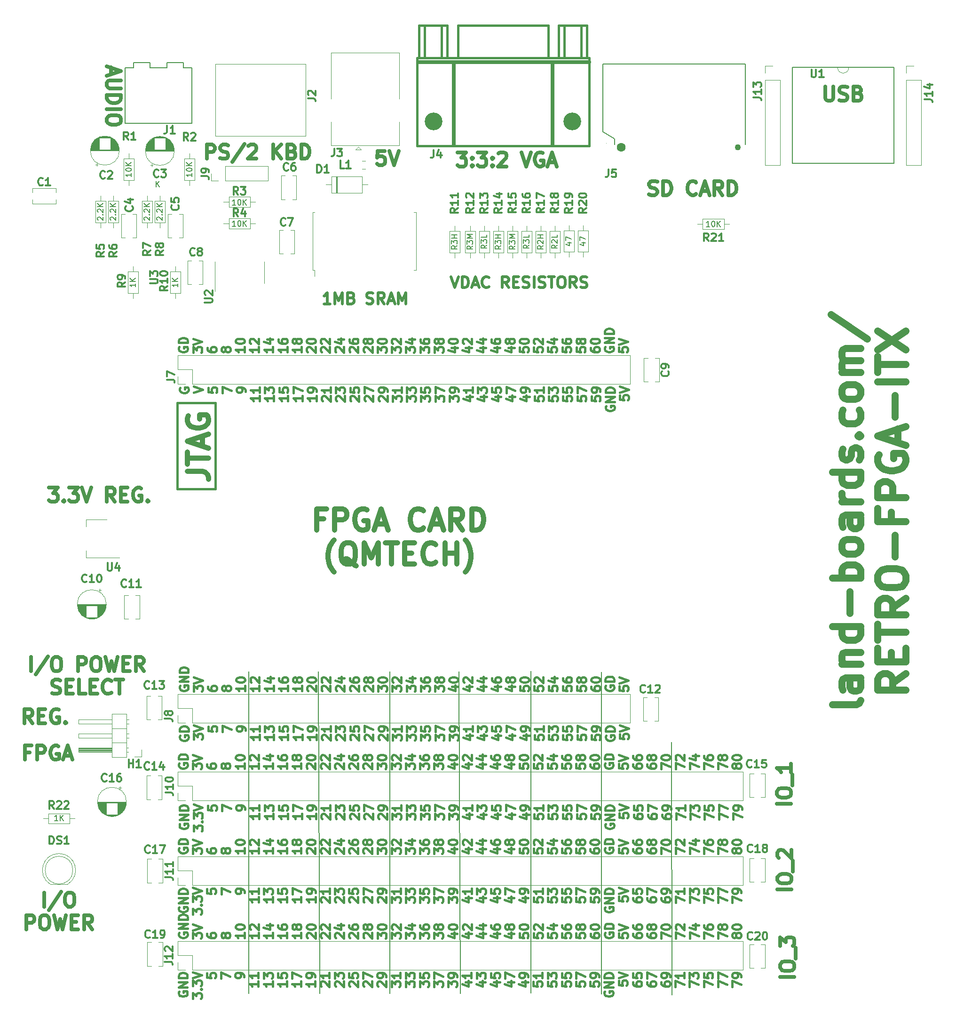
<source format=gto>
G04 #@! TF.GenerationSoftware,KiCad,Pcbnew,(6.0.1)*
G04 #@! TF.CreationDate,2022-08-27T11:48:11-04:00*
G04 #@! TF.ProjectId,RETRO-FPGA-ITX,52455452-4f2d-4465-9047-412d4954582e,1*
G04 #@! TF.SameCoordinates,Original*
G04 #@! TF.FileFunction,Legend,Top*
G04 #@! TF.FilePolarity,Positive*
%FSLAX46Y46*%
G04 Gerber Fmt 4.6, Leading zero omitted, Abs format (unit mm)*
G04 Created by KiCad (PCBNEW (6.0.1)) date 2022-08-27 11:48:11*
%MOMM*%
%LPD*%
G01*
G04 APERTURE LIST*
%ADD10C,0.150000*%
%ADD11C,0.381000*%
%ADD12C,0.396875*%
%ADD13C,0.635000*%
%ADD14C,0.952500*%
%ADD15C,0.500000*%
%ADD16C,1.270000*%
%ADD17C,0.349250*%
%ADD18C,0.120000*%
%ADD19C,0.010000*%
%ADD20C,0.650000*%
%ADD21C,1.100000*%
%ADD22C,1.600000*%
%ADD23C,3.200000*%
G04 APERTURE END LIST*
D10*
X214528400Y-207391000D02*
X214274400Y-149479000D01*
X227203000Y-149352000D02*
X227203000Y-207264000D01*
X188976000Y-149428200D02*
X189230000Y-207340200D01*
X201803000Y-207340200D02*
X201803000Y-149428200D01*
D11*
X163580000Y-101062000D02*
X170438000Y-101062000D01*
X170438000Y-101062000D02*
X170438000Y-116556000D01*
X170438000Y-116556000D02*
X163580000Y-116556000D01*
X163580000Y-116556000D02*
X163580000Y-101062000D01*
D10*
X252526800Y-162102800D02*
X252603000Y-207594200D01*
X239928400Y-149504400D02*
X239928400Y-207416400D01*
X176377600Y-207391000D02*
X176377600Y-149479000D01*
D12*
X163869688Y-165965507D02*
X163794092Y-166116697D01*
X163794092Y-166343483D01*
X163869688Y-166570269D01*
X164020878Y-166721459D01*
X164172068Y-166797055D01*
X164474449Y-166872650D01*
X164701235Y-166872650D01*
X165003616Y-166797055D01*
X165154807Y-166721459D01*
X165305997Y-166570269D01*
X165381592Y-166343483D01*
X165381592Y-166192293D01*
X165305997Y-165965507D01*
X165230402Y-165889912D01*
X164701235Y-165889912D01*
X164701235Y-166192293D01*
X165381592Y-165209555D02*
X163794092Y-165209555D01*
X163794092Y-164831578D01*
X163869688Y-164604793D01*
X164020878Y-164453602D01*
X164172068Y-164378007D01*
X164474449Y-164302412D01*
X164701235Y-164302412D01*
X165003616Y-164378007D01*
X165154807Y-164453602D01*
X165305997Y-164604793D01*
X165381592Y-164831578D01*
X165381592Y-165209555D01*
X166349967Y-166948245D02*
X166349967Y-165965507D01*
X166954729Y-166494674D01*
X166954729Y-166267888D01*
X167030324Y-166116697D01*
X167105920Y-166041102D01*
X167257110Y-165965507D01*
X167635086Y-165965507D01*
X167786277Y-166041102D01*
X167861872Y-166116697D01*
X167937467Y-166267888D01*
X167937467Y-166721459D01*
X167861872Y-166872650D01*
X167786277Y-166948245D01*
X166349967Y-165511936D02*
X167937467Y-164982769D01*
X166349967Y-164453602D01*
X168905842Y-166116697D02*
X168905842Y-166419078D01*
X168981438Y-166570269D01*
X169057033Y-166645864D01*
X169283818Y-166797055D01*
X169586199Y-166872650D01*
X170190961Y-166872650D01*
X170342152Y-166797055D01*
X170417747Y-166721459D01*
X170493342Y-166570269D01*
X170493342Y-166267888D01*
X170417747Y-166116697D01*
X170342152Y-166041102D01*
X170190961Y-165965507D01*
X169812985Y-165965507D01*
X169661795Y-166041102D01*
X169586199Y-166116697D01*
X169510604Y-166267888D01*
X169510604Y-166570269D01*
X169586199Y-166721459D01*
X169661795Y-166797055D01*
X169812985Y-166872650D01*
X172142074Y-166570269D02*
X172066479Y-166721459D01*
X171990884Y-166797055D01*
X171839693Y-166872650D01*
X171764098Y-166872650D01*
X171612908Y-166797055D01*
X171537313Y-166721459D01*
X171461717Y-166570269D01*
X171461717Y-166267888D01*
X171537313Y-166116697D01*
X171612908Y-166041102D01*
X171764098Y-165965507D01*
X171839693Y-165965507D01*
X171990884Y-166041102D01*
X172066479Y-166116697D01*
X172142074Y-166267888D01*
X172142074Y-166570269D01*
X172217670Y-166721459D01*
X172293265Y-166797055D01*
X172444455Y-166872650D01*
X172746836Y-166872650D01*
X172898027Y-166797055D01*
X172973622Y-166721459D01*
X173049217Y-166570269D01*
X173049217Y-166267888D01*
X172973622Y-166116697D01*
X172898027Y-166041102D01*
X172746836Y-165965507D01*
X172444455Y-165965507D01*
X172293265Y-166041102D01*
X172217670Y-166116697D01*
X172142074Y-166267888D01*
X175605092Y-165965507D02*
X175605092Y-166872650D01*
X175605092Y-166419078D02*
X174017592Y-166419078D01*
X174244378Y-166570269D01*
X174395568Y-166721459D01*
X174471164Y-166872650D01*
X174017592Y-164982769D02*
X174017592Y-164831578D01*
X174093188Y-164680388D01*
X174168783Y-164604793D01*
X174319973Y-164529197D01*
X174622354Y-164453602D01*
X175000330Y-164453602D01*
X175302711Y-164529197D01*
X175453902Y-164604793D01*
X175529497Y-164680388D01*
X175605092Y-164831578D01*
X175605092Y-164982769D01*
X175529497Y-165133959D01*
X175453902Y-165209555D01*
X175302711Y-165285150D01*
X175000330Y-165360745D01*
X174622354Y-165360745D01*
X174319973Y-165285150D01*
X174168783Y-165209555D01*
X174093188Y-165133959D01*
X174017592Y-164982769D01*
X178160967Y-165965507D02*
X178160967Y-166872650D01*
X178160967Y-166419078D02*
X176573467Y-166419078D01*
X176800253Y-166570269D01*
X176951443Y-166721459D01*
X177027039Y-166872650D01*
X176724658Y-165360745D02*
X176649063Y-165285150D01*
X176573467Y-165133959D01*
X176573467Y-164755983D01*
X176649063Y-164604793D01*
X176724658Y-164529197D01*
X176875848Y-164453602D01*
X177027039Y-164453602D01*
X177253824Y-164529197D01*
X178160967Y-165436340D01*
X178160967Y-164453602D01*
X180716842Y-165965507D02*
X180716842Y-166872650D01*
X180716842Y-166419078D02*
X179129342Y-166419078D01*
X179356128Y-166570269D01*
X179507318Y-166721459D01*
X179582914Y-166872650D01*
X179658509Y-164604793D02*
X180716842Y-164604793D01*
X179053747Y-164982769D02*
X180187676Y-165360745D01*
X180187676Y-164378007D01*
X183272717Y-165965507D02*
X183272717Y-166872650D01*
X183272717Y-166419078D02*
X181685217Y-166419078D01*
X181912003Y-166570269D01*
X182063193Y-166721459D01*
X182138789Y-166872650D01*
X181685217Y-164604793D02*
X181685217Y-164907174D01*
X181760813Y-165058364D01*
X181836408Y-165133959D01*
X182063193Y-165285150D01*
X182365574Y-165360745D01*
X182970336Y-165360745D01*
X183121527Y-165285150D01*
X183197122Y-165209555D01*
X183272717Y-165058364D01*
X183272717Y-164755983D01*
X183197122Y-164604793D01*
X183121527Y-164529197D01*
X182970336Y-164453602D01*
X182592360Y-164453602D01*
X182441170Y-164529197D01*
X182365574Y-164604793D01*
X182289979Y-164755983D01*
X182289979Y-165058364D01*
X182365574Y-165209555D01*
X182441170Y-165285150D01*
X182592360Y-165360745D01*
X185828592Y-165965507D02*
X185828592Y-166872650D01*
X185828592Y-166419078D02*
X184241092Y-166419078D01*
X184467878Y-166570269D01*
X184619068Y-166721459D01*
X184694664Y-166872650D01*
X184921449Y-165058364D02*
X184845854Y-165209555D01*
X184770259Y-165285150D01*
X184619068Y-165360745D01*
X184543473Y-165360745D01*
X184392283Y-165285150D01*
X184316688Y-165209555D01*
X184241092Y-165058364D01*
X184241092Y-164755983D01*
X184316688Y-164604793D01*
X184392283Y-164529197D01*
X184543473Y-164453602D01*
X184619068Y-164453602D01*
X184770259Y-164529197D01*
X184845854Y-164604793D01*
X184921449Y-164755983D01*
X184921449Y-165058364D01*
X184997045Y-165209555D01*
X185072640Y-165285150D01*
X185223830Y-165360745D01*
X185526211Y-165360745D01*
X185677402Y-165285150D01*
X185752997Y-165209555D01*
X185828592Y-165058364D01*
X185828592Y-164755983D01*
X185752997Y-164604793D01*
X185677402Y-164529197D01*
X185526211Y-164453602D01*
X185223830Y-164453602D01*
X185072640Y-164529197D01*
X184997045Y-164604793D01*
X184921449Y-164755983D01*
X186948158Y-166872650D02*
X186872563Y-166797055D01*
X186796967Y-166645864D01*
X186796967Y-166267888D01*
X186872563Y-166116697D01*
X186948158Y-166041102D01*
X187099348Y-165965507D01*
X187250539Y-165965507D01*
X187477324Y-166041102D01*
X188384467Y-166948245D01*
X188384467Y-165965507D01*
X186796967Y-164982769D02*
X186796967Y-164831578D01*
X186872563Y-164680388D01*
X186948158Y-164604793D01*
X187099348Y-164529197D01*
X187401729Y-164453602D01*
X187779705Y-164453602D01*
X188082086Y-164529197D01*
X188233277Y-164604793D01*
X188308872Y-164680388D01*
X188384467Y-164831578D01*
X188384467Y-164982769D01*
X188308872Y-165133959D01*
X188233277Y-165209555D01*
X188082086Y-165285150D01*
X187779705Y-165360745D01*
X187401729Y-165360745D01*
X187099348Y-165285150D01*
X186948158Y-165209555D01*
X186872563Y-165133959D01*
X186796967Y-164982769D01*
X189504033Y-166872650D02*
X189428438Y-166797055D01*
X189352842Y-166645864D01*
X189352842Y-166267888D01*
X189428438Y-166116697D01*
X189504033Y-166041102D01*
X189655223Y-165965507D01*
X189806414Y-165965507D01*
X190033199Y-166041102D01*
X190940342Y-166948245D01*
X190940342Y-165965507D01*
X189504033Y-165360745D02*
X189428438Y-165285150D01*
X189352842Y-165133959D01*
X189352842Y-164755983D01*
X189428438Y-164604793D01*
X189504033Y-164529197D01*
X189655223Y-164453602D01*
X189806414Y-164453602D01*
X190033199Y-164529197D01*
X190940342Y-165436340D01*
X190940342Y-164453602D01*
X192059908Y-166872650D02*
X191984313Y-166797055D01*
X191908717Y-166645864D01*
X191908717Y-166267888D01*
X191984313Y-166116697D01*
X192059908Y-166041102D01*
X192211098Y-165965507D01*
X192362289Y-165965507D01*
X192589074Y-166041102D01*
X193496217Y-166948245D01*
X193496217Y-165965507D01*
X192437884Y-164604793D02*
X193496217Y-164604793D01*
X191833122Y-164982769D02*
X192967051Y-165360745D01*
X192967051Y-164378007D01*
X194615783Y-166872650D02*
X194540188Y-166797055D01*
X194464592Y-166645864D01*
X194464592Y-166267888D01*
X194540188Y-166116697D01*
X194615783Y-166041102D01*
X194766973Y-165965507D01*
X194918164Y-165965507D01*
X195144949Y-166041102D01*
X196052092Y-166948245D01*
X196052092Y-165965507D01*
X194464592Y-164604793D02*
X194464592Y-164907174D01*
X194540188Y-165058364D01*
X194615783Y-165133959D01*
X194842568Y-165285150D01*
X195144949Y-165360745D01*
X195749711Y-165360745D01*
X195900902Y-165285150D01*
X195976497Y-165209555D01*
X196052092Y-165058364D01*
X196052092Y-164755983D01*
X195976497Y-164604793D01*
X195900902Y-164529197D01*
X195749711Y-164453602D01*
X195371735Y-164453602D01*
X195220545Y-164529197D01*
X195144949Y-164604793D01*
X195069354Y-164755983D01*
X195069354Y-165058364D01*
X195144949Y-165209555D01*
X195220545Y-165285150D01*
X195371735Y-165360745D01*
X197171658Y-166872650D02*
X197096063Y-166797055D01*
X197020467Y-166645864D01*
X197020467Y-166267888D01*
X197096063Y-166116697D01*
X197171658Y-166041102D01*
X197322848Y-165965507D01*
X197474039Y-165965507D01*
X197700824Y-166041102D01*
X198607967Y-166948245D01*
X198607967Y-165965507D01*
X197700824Y-165058364D02*
X197625229Y-165209555D01*
X197549634Y-165285150D01*
X197398443Y-165360745D01*
X197322848Y-165360745D01*
X197171658Y-165285150D01*
X197096063Y-165209555D01*
X197020467Y-165058364D01*
X197020467Y-164755983D01*
X197096063Y-164604793D01*
X197171658Y-164529197D01*
X197322848Y-164453602D01*
X197398443Y-164453602D01*
X197549634Y-164529197D01*
X197625229Y-164604793D01*
X197700824Y-164755983D01*
X197700824Y-165058364D01*
X197776420Y-165209555D01*
X197852015Y-165285150D01*
X198003205Y-165360745D01*
X198305586Y-165360745D01*
X198456777Y-165285150D01*
X198532372Y-165209555D01*
X198607967Y-165058364D01*
X198607967Y-164755983D01*
X198532372Y-164604793D01*
X198456777Y-164529197D01*
X198305586Y-164453602D01*
X198003205Y-164453602D01*
X197852015Y-164529197D01*
X197776420Y-164604793D01*
X197700824Y-164755983D01*
X199576342Y-166948245D02*
X199576342Y-165965507D01*
X200181104Y-166494674D01*
X200181104Y-166267888D01*
X200256699Y-166116697D01*
X200332295Y-166041102D01*
X200483485Y-165965507D01*
X200861461Y-165965507D01*
X201012652Y-166041102D01*
X201088247Y-166116697D01*
X201163842Y-166267888D01*
X201163842Y-166721459D01*
X201088247Y-166872650D01*
X201012652Y-166948245D01*
X199576342Y-164982769D02*
X199576342Y-164831578D01*
X199651938Y-164680388D01*
X199727533Y-164604793D01*
X199878723Y-164529197D01*
X200181104Y-164453602D01*
X200559080Y-164453602D01*
X200861461Y-164529197D01*
X201012652Y-164604793D01*
X201088247Y-164680388D01*
X201163842Y-164831578D01*
X201163842Y-164982769D01*
X201088247Y-165133959D01*
X201012652Y-165209555D01*
X200861461Y-165285150D01*
X200559080Y-165360745D01*
X200181104Y-165360745D01*
X199878723Y-165285150D01*
X199727533Y-165209555D01*
X199651938Y-165133959D01*
X199576342Y-164982769D01*
X202132217Y-166948245D02*
X202132217Y-165965507D01*
X202736979Y-166494674D01*
X202736979Y-166267888D01*
X202812574Y-166116697D01*
X202888170Y-166041102D01*
X203039360Y-165965507D01*
X203417336Y-165965507D01*
X203568527Y-166041102D01*
X203644122Y-166116697D01*
X203719717Y-166267888D01*
X203719717Y-166721459D01*
X203644122Y-166872650D01*
X203568527Y-166948245D01*
X202283408Y-165360745D02*
X202207813Y-165285150D01*
X202132217Y-165133959D01*
X202132217Y-164755983D01*
X202207813Y-164604793D01*
X202283408Y-164529197D01*
X202434598Y-164453602D01*
X202585789Y-164453602D01*
X202812574Y-164529197D01*
X203719717Y-165436340D01*
X203719717Y-164453602D01*
X204688092Y-166948245D02*
X204688092Y-165965507D01*
X205292854Y-166494674D01*
X205292854Y-166267888D01*
X205368449Y-166116697D01*
X205444045Y-166041102D01*
X205595235Y-165965507D01*
X205973211Y-165965507D01*
X206124402Y-166041102D01*
X206199997Y-166116697D01*
X206275592Y-166267888D01*
X206275592Y-166721459D01*
X206199997Y-166872650D01*
X206124402Y-166948245D01*
X205217259Y-164604793D02*
X206275592Y-164604793D01*
X204612497Y-164982769D02*
X205746426Y-165360745D01*
X205746426Y-164378007D01*
X207243967Y-166948245D02*
X207243967Y-165965507D01*
X207848729Y-166494674D01*
X207848729Y-166267888D01*
X207924324Y-166116697D01*
X207999920Y-166041102D01*
X208151110Y-165965507D01*
X208529086Y-165965507D01*
X208680277Y-166041102D01*
X208755872Y-166116697D01*
X208831467Y-166267888D01*
X208831467Y-166721459D01*
X208755872Y-166872650D01*
X208680277Y-166948245D01*
X207243967Y-164604793D02*
X207243967Y-164907174D01*
X207319563Y-165058364D01*
X207395158Y-165133959D01*
X207621943Y-165285150D01*
X207924324Y-165360745D01*
X208529086Y-165360745D01*
X208680277Y-165285150D01*
X208755872Y-165209555D01*
X208831467Y-165058364D01*
X208831467Y-164755983D01*
X208755872Y-164604793D01*
X208680277Y-164529197D01*
X208529086Y-164453602D01*
X208151110Y-164453602D01*
X207999920Y-164529197D01*
X207924324Y-164604793D01*
X207848729Y-164755983D01*
X207848729Y-165058364D01*
X207924324Y-165209555D01*
X207999920Y-165285150D01*
X208151110Y-165360745D01*
X209799842Y-166948245D02*
X209799842Y-165965507D01*
X210404604Y-166494674D01*
X210404604Y-166267888D01*
X210480199Y-166116697D01*
X210555795Y-166041102D01*
X210706985Y-165965507D01*
X211084961Y-165965507D01*
X211236152Y-166041102D01*
X211311747Y-166116697D01*
X211387342Y-166267888D01*
X211387342Y-166721459D01*
X211311747Y-166872650D01*
X211236152Y-166948245D01*
X210480199Y-165058364D02*
X210404604Y-165209555D01*
X210329009Y-165285150D01*
X210177818Y-165360745D01*
X210102223Y-165360745D01*
X209951033Y-165285150D01*
X209875438Y-165209555D01*
X209799842Y-165058364D01*
X209799842Y-164755983D01*
X209875438Y-164604793D01*
X209951033Y-164529197D01*
X210102223Y-164453602D01*
X210177818Y-164453602D01*
X210329009Y-164529197D01*
X210404604Y-164604793D01*
X210480199Y-164755983D01*
X210480199Y-165058364D01*
X210555795Y-165209555D01*
X210631390Y-165285150D01*
X210782580Y-165360745D01*
X211084961Y-165360745D01*
X211236152Y-165285150D01*
X211311747Y-165209555D01*
X211387342Y-165058364D01*
X211387342Y-164755983D01*
X211311747Y-164604793D01*
X211236152Y-164529197D01*
X211084961Y-164453602D01*
X210782580Y-164453602D01*
X210631390Y-164529197D01*
X210555795Y-164604793D01*
X210480199Y-164755983D01*
X212884884Y-166116697D02*
X213943217Y-166116697D01*
X212280122Y-166494674D02*
X213414051Y-166872650D01*
X213414051Y-165889912D01*
X212355717Y-164982769D02*
X212355717Y-164831578D01*
X212431313Y-164680388D01*
X212506908Y-164604793D01*
X212658098Y-164529197D01*
X212960479Y-164453602D01*
X213338455Y-164453602D01*
X213640836Y-164529197D01*
X213792027Y-164604793D01*
X213867622Y-164680388D01*
X213943217Y-164831578D01*
X213943217Y-164982769D01*
X213867622Y-165133959D01*
X213792027Y-165209555D01*
X213640836Y-165285150D01*
X213338455Y-165360745D01*
X212960479Y-165360745D01*
X212658098Y-165285150D01*
X212506908Y-165209555D01*
X212431313Y-165133959D01*
X212355717Y-164982769D01*
X215440759Y-166116697D02*
X216499092Y-166116697D01*
X214835997Y-166494674D02*
X215969926Y-166872650D01*
X215969926Y-165889912D01*
X215062783Y-165360745D02*
X214987188Y-165285150D01*
X214911592Y-165133959D01*
X214911592Y-164755983D01*
X214987188Y-164604793D01*
X215062783Y-164529197D01*
X215213973Y-164453602D01*
X215365164Y-164453602D01*
X215591949Y-164529197D01*
X216499092Y-165436340D01*
X216499092Y-164453602D01*
X217996634Y-166116697D02*
X219054967Y-166116697D01*
X217391872Y-166494674D02*
X218525801Y-166872650D01*
X218525801Y-165889912D01*
X217996634Y-164604793D02*
X219054967Y-164604793D01*
X217391872Y-164982769D02*
X218525801Y-165360745D01*
X218525801Y-164378007D01*
X220552509Y-166116697D02*
X221610842Y-166116697D01*
X219947747Y-166494674D02*
X221081676Y-166872650D01*
X221081676Y-165889912D01*
X220023342Y-164604793D02*
X220023342Y-164907174D01*
X220098938Y-165058364D01*
X220174533Y-165133959D01*
X220401318Y-165285150D01*
X220703699Y-165360745D01*
X221308461Y-165360745D01*
X221459652Y-165285150D01*
X221535247Y-165209555D01*
X221610842Y-165058364D01*
X221610842Y-164755983D01*
X221535247Y-164604793D01*
X221459652Y-164529197D01*
X221308461Y-164453602D01*
X220930485Y-164453602D01*
X220779295Y-164529197D01*
X220703699Y-164604793D01*
X220628104Y-164755983D01*
X220628104Y-165058364D01*
X220703699Y-165209555D01*
X220779295Y-165285150D01*
X220930485Y-165360745D01*
X223108384Y-166116697D02*
X224166717Y-166116697D01*
X222503622Y-166494674D02*
X223637551Y-166872650D01*
X223637551Y-165889912D01*
X223259574Y-165058364D02*
X223183979Y-165209555D01*
X223108384Y-165285150D01*
X222957193Y-165360745D01*
X222881598Y-165360745D01*
X222730408Y-165285150D01*
X222654813Y-165209555D01*
X222579217Y-165058364D01*
X222579217Y-164755983D01*
X222654813Y-164604793D01*
X222730408Y-164529197D01*
X222881598Y-164453602D01*
X222957193Y-164453602D01*
X223108384Y-164529197D01*
X223183979Y-164604793D01*
X223259574Y-164755983D01*
X223259574Y-165058364D01*
X223335170Y-165209555D01*
X223410765Y-165285150D01*
X223561955Y-165360745D01*
X223864336Y-165360745D01*
X224015527Y-165285150D01*
X224091122Y-165209555D01*
X224166717Y-165058364D01*
X224166717Y-164755983D01*
X224091122Y-164604793D01*
X224015527Y-164529197D01*
X223864336Y-164453602D01*
X223561955Y-164453602D01*
X223410765Y-164529197D01*
X223335170Y-164604793D01*
X223259574Y-164755983D01*
X225135092Y-166041102D02*
X225135092Y-166797055D01*
X225891045Y-166872650D01*
X225815449Y-166797055D01*
X225739854Y-166645864D01*
X225739854Y-166267888D01*
X225815449Y-166116697D01*
X225891045Y-166041102D01*
X226042235Y-165965507D01*
X226420211Y-165965507D01*
X226571402Y-166041102D01*
X226646997Y-166116697D01*
X226722592Y-166267888D01*
X226722592Y-166645864D01*
X226646997Y-166797055D01*
X226571402Y-166872650D01*
X225135092Y-164982769D02*
X225135092Y-164831578D01*
X225210688Y-164680388D01*
X225286283Y-164604793D01*
X225437473Y-164529197D01*
X225739854Y-164453602D01*
X226117830Y-164453602D01*
X226420211Y-164529197D01*
X226571402Y-164604793D01*
X226646997Y-164680388D01*
X226722592Y-164831578D01*
X226722592Y-164982769D01*
X226646997Y-165133959D01*
X226571402Y-165209555D01*
X226420211Y-165285150D01*
X226117830Y-165360745D01*
X225739854Y-165360745D01*
X225437473Y-165285150D01*
X225286283Y-165209555D01*
X225210688Y-165133959D01*
X225135092Y-164982769D01*
X227690967Y-166041102D02*
X227690967Y-166797055D01*
X228446920Y-166872650D01*
X228371324Y-166797055D01*
X228295729Y-166645864D01*
X228295729Y-166267888D01*
X228371324Y-166116697D01*
X228446920Y-166041102D01*
X228598110Y-165965507D01*
X228976086Y-165965507D01*
X229127277Y-166041102D01*
X229202872Y-166116697D01*
X229278467Y-166267888D01*
X229278467Y-166645864D01*
X229202872Y-166797055D01*
X229127277Y-166872650D01*
X227842158Y-165360745D02*
X227766563Y-165285150D01*
X227690967Y-165133959D01*
X227690967Y-164755983D01*
X227766563Y-164604793D01*
X227842158Y-164529197D01*
X227993348Y-164453602D01*
X228144539Y-164453602D01*
X228371324Y-164529197D01*
X229278467Y-165436340D01*
X229278467Y-164453602D01*
X230246842Y-166041102D02*
X230246842Y-166797055D01*
X231002795Y-166872650D01*
X230927199Y-166797055D01*
X230851604Y-166645864D01*
X230851604Y-166267888D01*
X230927199Y-166116697D01*
X231002795Y-166041102D01*
X231153985Y-165965507D01*
X231531961Y-165965507D01*
X231683152Y-166041102D01*
X231758747Y-166116697D01*
X231834342Y-166267888D01*
X231834342Y-166645864D01*
X231758747Y-166797055D01*
X231683152Y-166872650D01*
X230776009Y-164604793D02*
X231834342Y-164604793D01*
X230171247Y-164982769D02*
X231305176Y-165360745D01*
X231305176Y-164378007D01*
X232802717Y-166041102D02*
X232802717Y-166797055D01*
X233558670Y-166872650D01*
X233483074Y-166797055D01*
X233407479Y-166645864D01*
X233407479Y-166267888D01*
X233483074Y-166116697D01*
X233558670Y-166041102D01*
X233709860Y-165965507D01*
X234087836Y-165965507D01*
X234239027Y-166041102D01*
X234314622Y-166116697D01*
X234390217Y-166267888D01*
X234390217Y-166645864D01*
X234314622Y-166797055D01*
X234239027Y-166872650D01*
X232802717Y-164604793D02*
X232802717Y-164907174D01*
X232878313Y-165058364D01*
X232953908Y-165133959D01*
X233180693Y-165285150D01*
X233483074Y-165360745D01*
X234087836Y-165360745D01*
X234239027Y-165285150D01*
X234314622Y-165209555D01*
X234390217Y-165058364D01*
X234390217Y-164755983D01*
X234314622Y-164604793D01*
X234239027Y-164529197D01*
X234087836Y-164453602D01*
X233709860Y-164453602D01*
X233558670Y-164529197D01*
X233483074Y-164604793D01*
X233407479Y-164755983D01*
X233407479Y-165058364D01*
X233483074Y-165209555D01*
X233558670Y-165285150D01*
X233709860Y-165360745D01*
X235358592Y-166041102D02*
X235358592Y-166797055D01*
X236114545Y-166872650D01*
X236038949Y-166797055D01*
X235963354Y-166645864D01*
X235963354Y-166267888D01*
X236038949Y-166116697D01*
X236114545Y-166041102D01*
X236265735Y-165965507D01*
X236643711Y-165965507D01*
X236794902Y-166041102D01*
X236870497Y-166116697D01*
X236946092Y-166267888D01*
X236946092Y-166645864D01*
X236870497Y-166797055D01*
X236794902Y-166872650D01*
X236038949Y-165058364D02*
X235963354Y-165209555D01*
X235887759Y-165285150D01*
X235736568Y-165360745D01*
X235660973Y-165360745D01*
X235509783Y-165285150D01*
X235434188Y-165209555D01*
X235358592Y-165058364D01*
X235358592Y-164755983D01*
X235434188Y-164604793D01*
X235509783Y-164529197D01*
X235660973Y-164453602D01*
X235736568Y-164453602D01*
X235887759Y-164529197D01*
X235963354Y-164604793D01*
X236038949Y-164755983D01*
X236038949Y-165058364D01*
X236114545Y-165209555D01*
X236190140Y-165285150D01*
X236341330Y-165360745D01*
X236643711Y-165360745D01*
X236794902Y-165285150D01*
X236870497Y-165209555D01*
X236946092Y-165058364D01*
X236946092Y-164755983D01*
X236870497Y-164604793D01*
X236794902Y-164529197D01*
X236643711Y-164453602D01*
X236341330Y-164453602D01*
X236190140Y-164529197D01*
X236114545Y-164604793D01*
X236038949Y-164755983D01*
X237914467Y-166116697D02*
X237914467Y-166419078D01*
X237990063Y-166570269D01*
X238065658Y-166645864D01*
X238292443Y-166797055D01*
X238594824Y-166872650D01*
X239199586Y-166872650D01*
X239350777Y-166797055D01*
X239426372Y-166721459D01*
X239501967Y-166570269D01*
X239501967Y-166267888D01*
X239426372Y-166116697D01*
X239350777Y-166041102D01*
X239199586Y-165965507D01*
X238821610Y-165965507D01*
X238670420Y-166041102D01*
X238594824Y-166116697D01*
X238519229Y-166267888D01*
X238519229Y-166570269D01*
X238594824Y-166721459D01*
X238670420Y-166797055D01*
X238821610Y-166872650D01*
X237914467Y-164982769D02*
X237914467Y-164831578D01*
X237990063Y-164680388D01*
X238065658Y-164604793D01*
X238216848Y-164529197D01*
X238519229Y-164453602D01*
X238897205Y-164453602D01*
X239199586Y-164529197D01*
X239350777Y-164604793D01*
X239426372Y-164680388D01*
X239501967Y-164831578D01*
X239501967Y-164982769D01*
X239426372Y-165133959D01*
X239350777Y-165209555D01*
X239199586Y-165285150D01*
X238897205Y-165360745D01*
X238519229Y-165360745D01*
X238216848Y-165285150D01*
X238065658Y-165209555D01*
X237990063Y-165133959D01*
X237914467Y-164982769D01*
X240545938Y-165965507D02*
X240470342Y-166116697D01*
X240470342Y-166343483D01*
X240545938Y-166570269D01*
X240697128Y-166721459D01*
X240848318Y-166797055D01*
X241150699Y-166872650D01*
X241377485Y-166872650D01*
X241679866Y-166797055D01*
X241831057Y-166721459D01*
X241982247Y-166570269D01*
X242057842Y-166343483D01*
X242057842Y-166192293D01*
X241982247Y-165965507D01*
X241906652Y-165889912D01*
X241377485Y-165889912D01*
X241377485Y-166192293D01*
X242057842Y-165209555D02*
X240470342Y-165209555D01*
X240470342Y-164831578D01*
X240545938Y-164604793D01*
X240697128Y-164453602D01*
X240848318Y-164378007D01*
X241150699Y-164302412D01*
X241377485Y-164302412D01*
X241679866Y-164378007D01*
X241831057Y-164453602D01*
X241982247Y-164604793D01*
X242057842Y-164831578D01*
X242057842Y-165209555D01*
X243026217Y-166041102D02*
X243026217Y-166797055D01*
X243782170Y-166872650D01*
X243706574Y-166797055D01*
X243630979Y-166645864D01*
X243630979Y-166267888D01*
X243706574Y-166116697D01*
X243782170Y-166041102D01*
X243933360Y-165965507D01*
X244311336Y-165965507D01*
X244462527Y-166041102D01*
X244538122Y-166116697D01*
X244613717Y-166267888D01*
X244613717Y-166645864D01*
X244538122Y-166797055D01*
X244462527Y-166872650D01*
X243026217Y-165511936D02*
X244613717Y-164982769D01*
X243026217Y-164453602D01*
X245582092Y-166116697D02*
X245582092Y-166419078D01*
X245657688Y-166570269D01*
X245733283Y-166645864D01*
X245960068Y-166797055D01*
X246262449Y-166872650D01*
X246867211Y-166872650D01*
X247018402Y-166797055D01*
X247093997Y-166721459D01*
X247169592Y-166570269D01*
X247169592Y-166267888D01*
X247093997Y-166116697D01*
X247018402Y-166041102D01*
X246867211Y-165965507D01*
X246489235Y-165965507D01*
X246338045Y-166041102D01*
X246262449Y-166116697D01*
X246186854Y-166267888D01*
X246186854Y-166570269D01*
X246262449Y-166721459D01*
X246338045Y-166797055D01*
X246489235Y-166872650D01*
X245582092Y-164604793D02*
X245582092Y-164907174D01*
X245657688Y-165058364D01*
X245733283Y-165133959D01*
X245960068Y-165285150D01*
X246262449Y-165360745D01*
X246867211Y-165360745D01*
X247018402Y-165285150D01*
X247093997Y-165209555D01*
X247169592Y-165058364D01*
X247169592Y-164755983D01*
X247093997Y-164604793D01*
X247018402Y-164529197D01*
X246867211Y-164453602D01*
X246489235Y-164453602D01*
X246338045Y-164529197D01*
X246262449Y-164604793D01*
X246186854Y-164755983D01*
X246186854Y-165058364D01*
X246262449Y-165209555D01*
X246338045Y-165285150D01*
X246489235Y-165360745D01*
X248137967Y-166116697D02*
X248137967Y-166419078D01*
X248213563Y-166570269D01*
X248289158Y-166645864D01*
X248515943Y-166797055D01*
X248818324Y-166872650D01*
X249423086Y-166872650D01*
X249574277Y-166797055D01*
X249649872Y-166721459D01*
X249725467Y-166570269D01*
X249725467Y-166267888D01*
X249649872Y-166116697D01*
X249574277Y-166041102D01*
X249423086Y-165965507D01*
X249045110Y-165965507D01*
X248893920Y-166041102D01*
X248818324Y-166116697D01*
X248742729Y-166267888D01*
X248742729Y-166570269D01*
X248818324Y-166721459D01*
X248893920Y-166797055D01*
X249045110Y-166872650D01*
X248818324Y-165058364D02*
X248742729Y-165209555D01*
X248667134Y-165285150D01*
X248515943Y-165360745D01*
X248440348Y-165360745D01*
X248289158Y-165285150D01*
X248213563Y-165209555D01*
X248137967Y-165058364D01*
X248137967Y-164755983D01*
X248213563Y-164604793D01*
X248289158Y-164529197D01*
X248440348Y-164453602D01*
X248515943Y-164453602D01*
X248667134Y-164529197D01*
X248742729Y-164604793D01*
X248818324Y-164755983D01*
X248818324Y-165058364D01*
X248893920Y-165209555D01*
X248969515Y-165285150D01*
X249120705Y-165360745D01*
X249423086Y-165360745D01*
X249574277Y-165285150D01*
X249649872Y-165209555D01*
X249725467Y-165058364D01*
X249725467Y-164755983D01*
X249649872Y-164604793D01*
X249574277Y-164529197D01*
X249423086Y-164453602D01*
X249120705Y-164453602D01*
X248969515Y-164529197D01*
X248893920Y-164604793D01*
X248818324Y-164755983D01*
X250693842Y-166948245D02*
X250693842Y-165889912D01*
X252281342Y-166570269D01*
X250693842Y-164982769D02*
X250693842Y-164831578D01*
X250769438Y-164680388D01*
X250845033Y-164604793D01*
X250996223Y-164529197D01*
X251298604Y-164453602D01*
X251676580Y-164453602D01*
X251978961Y-164529197D01*
X252130152Y-164604793D01*
X252205747Y-164680388D01*
X252281342Y-164831578D01*
X252281342Y-164982769D01*
X252205747Y-165133959D01*
X252130152Y-165209555D01*
X251978961Y-165285150D01*
X251676580Y-165360745D01*
X251298604Y-165360745D01*
X250996223Y-165285150D01*
X250845033Y-165209555D01*
X250769438Y-165133959D01*
X250693842Y-164982769D01*
X253249717Y-166948245D02*
X253249717Y-165889912D01*
X254837217Y-166570269D01*
X253400908Y-165360745D02*
X253325313Y-165285150D01*
X253249717Y-165133959D01*
X253249717Y-164755983D01*
X253325313Y-164604793D01*
X253400908Y-164529197D01*
X253552098Y-164453602D01*
X253703289Y-164453602D01*
X253930074Y-164529197D01*
X254837217Y-165436340D01*
X254837217Y-164453602D01*
X255805592Y-166948245D02*
X255805592Y-165889912D01*
X257393092Y-166570269D01*
X256334759Y-164604793D02*
X257393092Y-164604793D01*
X255729997Y-164982769D02*
X256863926Y-165360745D01*
X256863926Y-164378007D01*
X258361467Y-166948245D02*
X258361467Y-165889912D01*
X259948967Y-166570269D01*
X258361467Y-164604793D02*
X258361467Y-164907174D01*
X258437063Y-165058364D01*
X258512658Y-165133959D01*
X258739443Y-165285150D01*
X259041824Y-165360745D01*
X259646586Y-165360745D01*
X259797777Y-165285150D01*
X259873372Y-165209555D01*
X259948967Y-165058364D01*
X259948967Y-164755983D01*
X259873372Y-164604793D01*
X259797777Y-164529197D01*
X259646586Y-164453602D01*
X259268610Y-164453602D01*
X259117420Y-164529197D01*
X259041824Y-164604793D01*
X258966229Y-164755983D01*
X258966229Y-165058364D01*
X259041824Y-165209555D01*
X259117420Y-165285150D01*
X259268610Y-165360745D01*
X260917342Y-166948245D02*
X260917342Y-165889912D01*
X262504842Y-166570269D01*
X261597699Y-165058364D02*
X261522104Y-165209555D01*
X261446509Y-165285150D01*
X261295318Y-165360745D01*
X261219723Y-165360745D01*
X261068533Y-165285150D01*
X260992938Y-165209555D01*
X260917342Y-165058364D01*
X260917342Y-164755983D01*
X260992938Y-164604793D01*
X261068533Y-164529197D01*
X261219723Y-164453602D01*
X261295318Y-164453602D01*
X261446509Y-164529197D01*
X261522104Y-164604793D01*
X261597699Y-164755983D01*
X261597699Y-165058364D01*
X261673295Y-165209555D01*
X261748890Y-165285150D01*
X261900080Y-165360745D01*
X262202461Y-165360745D01*
X262353652Y-165285150D01*
X262429247Y-165209555D01*
X262504842Y-165058364D01*
X262504842Y-164755983D01*
X262429247Y-164604793D01*
X262353652Y-164529197D01*
X262202461Y-164453602D01*
X261900080Y-164453602D01*
X261748890Y-164529197D01*
X261673295Y-164604793D01*
X261597699Y-164755983D01*
X264153574Y-166570269D02*
X264077979Y-166721459D01*
X264002384Y-166797055D01*
X263851193Y-166872650D01*
X263775598Y-166872650D01*
X263624408Y-166797055D01*
X263548813Y-166721459D01*
X263473217Y-166570269D01*
X263473217Y-166267888D01*
X263548813Y-166116697D01*
X263624408Y-166041102D01*
X263775598Y-165965507D01*
X263851193Y-165965507D01*
X264002384Y-166041102D01*
X264077979Y-166116697D01*
X264153574Y-166267888D01*
X264153574Y-166570269D01*
X264229170Y-166721459D01*
X264304765Y-166797055D01*
X264455955Y-166872650D01*
X264758336Y-166872650D01*
X264909527Y-166797055D01*
X264985122Y-166721459D01*
X265060717Y-166570269D01*
X265060717Y-166267888D01*
X264985122Y-166116697D01*
X264909527Y-166041102D01*
X264758336Y-165965507D01*
X264455955Y-165965507D01*
X264304765Y-166041102D01*
X264229170Y-166116697D01*
X264153574Y-166267888D01*
X263473217Y-164982769D02*
X263473217Y-164831578D01*
X263548813Y-164680388D01*
X263624408Y-164604793D01*
X263775598Y-164529197D01*
X264077979Y-164453602D01*
X264455955Y-164453602D01*
X264758336Y-164529197D01*
X264909527Y-164604793D01*
X264985122Y-164680388D01*
X265060717Y-164831578D01*
X265060717Y-164982769D01*
X264985122Y-165133959D01*
X264909527Y-165209555D01*
X264758336Y-165285150D01*
X264455955Y-165360745D01*
X264077979Y-165360745D01*
X263775598Y-165285150D01*
X263624408Y-165209555D01*
X263548813Y-165133959D01*
X263473217Y-164982769D01*
D13*
X151595666Y-40764523D02*
X151595666Y-41974047D01*
X150869952Y-40522619D02*
X153409952Y-41369285D01*
X150869952Y-42215952D01*
X153409952Y-43062619D02*
X151353761Y-43062619D01*
X151111857Y-43183571D01*
X150990904Y-43304523D01*
X150869952Y-43546428D01*
X150869952Y-44030238D01*
X150990904Y-44272142D01*
X151111857Y-44393095D01*
X151353761Y-44514047D01*
X153409952Y-44514047D01*
X150869952Y-45723571D02*
X153409952Y-45723571D01*
X153409952Y-46328333D01*
X153289000Y-46691190D01*
X153047095Y-46933095D01*
X152805190Y-47054047D01*
X152321380Y-47175000D01*
X151958523Y-47175000D01*
X151474714Y-47054047D01*
X151232809Y-46933095D01*
X150990904Y-46691190D01*
X150869952Y-46328333D01*
X150869952Y-45723571D01*
X150869952Y-48263571D02*
X153409952Y-48263571D01*
X153409952Y-49956904D02*
X153409952Y-50440714D01*
X153289000Y-50682619D01*
X153047095Y-50924523D01*
X152563285Y-51045476D01*
X151716619Y-51045476D01*
X151232809Y-50924523D01*
X150990904Y-50682619D01*
X150869952Y-50440714D01*
X150869952Y-49956904D01*
X150990904Y-49715000D01*
X151232809Y-49473095D01*
X151716619Y-49352142D01*
X152563285Y-49352142D01*
X153047095Y-49473095D01*
X153289000Y-49715000D01*
X153409952Y-49956904D01*
X274148247Y-188648219D02*
X271608247Y-188648219D01*
X271608247Y-186954885D02*
X271608247Y-186471076D01*
X271729200Y-186229171D01*
X271971104Y-185987266D01*
X272454914Y-185866314D01*
X273301580Y-185866314D01*
X273785390Y-185987266D01*
X274027295Y-186229171D01*
X274148247Y-186471076D01*
X274148247Y-186954885D01*
X274027295Y-187196790D01*
X273785390Y-187438695D01*
X273301580Y-187559647D01*
X272454914Y-187559647D01*
X271971104Y-187438695D01*
X271729200Y-187196790D01*
X271608247Y-186954885D01*
X274390152Y-185382504D02*
X274390152Y-183447266D01*
X271850152Y-182963457D02*
X271729200Y-182842504D01*
X271608247Y-182600600D01*
X271608247Y-181995838D01*
X271729200Y-181753933D01*
X271850152Y-181632980D01*
X272092057Y-181512028D01*
X272333961Y-181512028D01*
X272696819Y-181632980D01*
X274148247Y-183084409D01*
X274148247Y-181512028D01*
D14*
X165303571Y-113381000D02*
X168025000Y-113381000D01*
X168569285Y-113562428D01*
X168932142Y-113925285D01*
X169113571Y-114469571D01*
X169113571Y-114832428D01*
X165303571Y-112111000D02*
X165303571Y-109933857D01*
X169113571Y-111022428D02*
X165303571Y-111022428D01*
X168025000Y-108845285D02*
X168025000Y-107031000D01*
X169113571Y-109208142D02*
X165303571Y-107938142D01*
X169113571Y-106668142D01*
X165485000Y-103402428D02*
X165303571Y-103765285D01*
X165303571Y-104309571D01*
X165485000Y-104853857D01*
X165847857Y-105216714D01*
X166210714Y-105398142D01*
X166936428Y-105579571D01*
X167480714Y-105579571D01*
X168206428Y-105398142D01*
X168569285Y-105216714D01*
X168932142Y-104853857D01*
X169113571Y-104309571D01*
X169113571Y-103946714D01*
X168932142Y-103402428D01*
X168750714Y-103221000D01*
X167480714Y-103221000D01*
X167480714Y-103946714D01*
D12*
X163874688Y-196445507D02*
X163799092Y-196596697D01*
X163799092Y-196823483D01*
X163874688Y-197050269D01*
X164025878Y-197201459D01*
X164177068Y-197277055D01*
X164479449Y-197352650D01*
X164706235Y-197352650D01*
X165008616Y-197277055D01*
X165159807Y-197201459D01*
X165310997Y-197050269D01*
X165386592Y-196823483D01*
X165386592Y-196672293D01*
X165310997Y-196445507D01*
X165235402Y-196369912D01*
X164706235Y-196369912D01*
X164706235Y-196672293D01*
X165386592Y-195689555D02*
X163799092Y-195689555D01*
X165386592Y-194782412D01*
X163799092Y-194782412D01*
X165386592Y-194026459D02*
X163799092Y-194026459D01*
X163799092Y-193648483D01*
X163874688Y-193421697D01*
X164025878Y-193270507D01*
X164177068Y-193194912D01*
X164479449Y-193119316D01*
X164706235Y-193119316D01*
X165008616Y-193194912D01*
X165159807Y-193270507D01*
X165310997Y-193421697D01*
X165386592Y-193648483D01*
X165386592Y-194026459D01*
X166354967Y-197428245D02*
X166354967Y-196445507D01*
X166959729Y-196974674D01*
X166959729Y-196747888D01*
X167035324Y-196596697D01*
X167110920Y-196521102D01*
X167262110Y-196445507D01*
X167640086Y-196445507D01*
X167791277Y-196521102D01*
X167866872Y-196596697D01*
X167942467Y-196747888D01*
X167942467Y-197201459D01*
X167866872Y-197352650D01*
X167791277Y-197428245D01*
X166354967Y-195991936D02*
X167942467Y-195462769D01*
X166354967Y-194933602D01*
X168910842Y-196596697D02*
X168910842Y-196899078D01*
X168986438Y-197050269D01*
X169062033Y-197125864D01*
X169288818Y-197277055D01*
X169591199Y-197352650D01*
X170195961Y-197352650D01*
X170347152Y-197277055D01*
X170422747Y-197201459D01*
X170498342Y-197050269D01*
X170498342Y-196747888D01*
X170422747Y-196596697D01*
X170347152Y-196521102D01*
X170195961Y-196445507D01*
X169817985Y-196445507D01*
X169666795Y-196521102D01*
X169591199Y-196596697D01*
X169515604Y-196747888D01*
X169515604Y-197050269D01*
X169591199Y-197201459D01*
X169666795Y-197277055D01*
X169817985Y-197352650D01*
X172147074Y-197050269D02*
X172071479Y-197201459D01*
X171995884Y-197277055D01*
X171844693Y-197352650D01*
X171769098Y-197352650D01*
X171617908Y-197277055D01*
X171542313Y-197201459D01*
X171466717Y-197050269D01*
X171466717Y-196747888D01*
X171542313Y-196596697D01*
X171617908Y-196521102D01*
X171769098Y-196445507D01*
X171844693Y-196445507D01*
X171995884Y-196521102D01*
X172071479Y-196596697D01*
X172147074Y-196747888D01*
X172147074Y-197050269D01*
X172222670Y-197201459D01*
X172298265Y-197277055D01*
X172449455Y-197352650D01*
X172751836Y-197352650D01*
X172903027Y-197277055D01*
X172978622Y-197201459D01*
X173054217Y-197050269D01*
X173054217Y-196747888D01*
X172978622Y-196596697D01*
X172903027Y-196521102D01*
X172751836Y-196445507D01*
X172449455Y-196445507D01*
X172298265Y-196521102D01*
X172222670Y-196596697D01*
X172147074Y-196747888D01*
X175610092Y-196445507D02*
X175610092Y-197352650D01*
X175610092Y-196899078D02*
X174022592Y-196899078D01*
X174249378Y-197050269D01*
X174400568Y-197201459D01*
X174476164Y-197352650D01*
X174022592Y-195462769D02*
X174022592Y-195311578D01*
X174098188Y-195160388D01*
X174173783Y-195084793D01*
X174324973Y-195009197D01*
X174627354Y-194933602D01*
X175005330Y-194933602D01*
X175307711Y-195009197D01*
X175458902Y-195084793D01*
X175534497Y-195160388D01*
X175610092Y-195311578D01*
X175610092Y-195462769D01*
X175534497Y-195613959D01*
X175458902Y-195689555D01*
X175307711Y-195765150D01*
X175005330Y-195840745D01*
X174627354Y-195840745D01*
X174324973Y-195765150D01*
X174173783Y-195689555D01*
X174098188Y-195613959D01*
X174022592Y-195462769D01*
X178165967Y-196445507D02*
X178165967Y-197352650D01*
X178165967Y-196899078D02*
X176578467Y-196899078D01*
X176805253Y-197050269D01*
X176956443Y-197201459D01*
X177032039Y-197352650D01*
X176729658Y-195840745D02*
X176654063Y-195765150D01*
X176578467Y-195613959D01*
X176578467Y-195235983D01*
X176654063Y-195084793D01*
X176729658Y-195009197D01*
X176880848Y-194933602D01*
X177032039Y-194933602D01*
X177258824Y-195009197D01*
X178165967Y-195916340D01*
X178165967Y-194933602D01*
X180721842Y-196445507D02*
X180721842Y-197352650D01*
X180721842Y-196899078D02*
X179134342Y-196899078D01*
X179361128Y-197050269D01*
X179512318Y-197201459D01*
X179587914Y-197352650D01*
X179663509Y-195084793D02*
X180721842Y-195084793D01*
X179058747Y-195462769D02*
X180192676Y-195840745D01*
X180192676Y-194858007D01*
X183277717Y-196445507D02*
X183277717Y-197352650D01*
X183277717Y-196899078D02*
X181690217Y-196899078D01*
X181917003Y-197050269D01*
X182068193Y-197201459D01*
X182143789Y-197352650D01*
X181690217Y-195084793D02*
X181690217Y-195387174D01*
X181765813Y-195538364D01*
X181841408Y-195613959D01*
X182068193Y-195765150D01*
X182370574Y-195840745D01*
X182975336Y-195840745D01*
X183126527Y-195765150D01*
X183202122Y-195689555D01*
X183277717Y-195538364D01*
X183277717Y-195235983D01*
X183202122Y-195084793D01*
X183126527Y-195009197D01*
X182975336Y-194933602D01*
X182597360Y-194933602D01*
X182446170Y-195009197D01*
X182370574Y-195084793D01*
X182294979Y-195235983D01*
X182294979Y-195538364D01*
X182370574Y-195689555D01*
X182446170Y-195765150D01*
X182597360Y-195840745D01*
X185833592Y-196445507D02*
X185833592Y-197352650D01*
X185833592Y-196899078D02*
X184246092Y-196899078D01*
X184472878Y-197050269D01*
X184624068Y-197201459D01*
X184699664Y-197352650D01*
X184926449Y-195538364D02*
X184850854Y-195689555D01*
X184775259Y-195765150D01*
X184624068Y-195840745D01*
X184548473Y-195840745D01*
X184397283Y-195765150D01*
X184321688Y-195689555D01*
X184246092Y-195538364D01*
X184246092Y-195235983D01*
X184321688Y-195084793D01*
X184397283Y-195009197D01*
X184548473Y-194933602D01*
X184624068Y-194933602D01*
X184775259Y-195009197D01*
X184850854Y-195084793D01*
X184926449Y-195235983D01*
X184926449Y-195538364D01*
X185002045Y-195689555D01*
X185077640Y-195765150D01*
X185228830Y-195840745D01*
X185531211Y-195840745D01*
X185682402Y-195765150D01*
X185757997Y-195689555D01*
X185833592Y-195538364D01*
X185833592Y-195235983D01*
X185757997Y-195084793D01*
X185682402Y-195009197D01*
X185531211Y-194933602D01*
X185228830Y-194933602D01*
X185077640Y-195009197D01*
X185002045Y-195084793D01*
X184926449Y-195235983D01*
X186953158Y-197352650D02*
X186877563Y-197277055D01*
X186801967Y-197125864D01*
X186801967Y-196747888D01*
X186877563Y-196596697D01*
X186953158Y-196521102D01*
X187104348Y-196445507D01*
X187255539Y-196445507D01*
X187482324Y-196521102D01*
X188389467Y-197428245D01*
X188389467Y-196445507D01*
X186801967Y-195462769D02*
X186801967Y-195311578D01*
X186877563Y-195160388D01*
X186953158Y-195084793D01*
X187104348Y-195009197D01*
X187406729Y-194933602D01*
X187784705Y-194933602D01*
X188087086Y-195009197D01*
X188238277Y-195084793D01*
X188313872Y-195160388D01*
X188389467Y-195311578D01*
X188389467Y-195462769D01*
X188313872Y-195613959D01*
X188238277Y-195689555D01*
X188087086Y-195765150D01*
X187784705Y-195840745D01*
X187406729Y-195840745D01*
X187104348Y-195765150D01*
X186953158Y-195689555D01*
X186877563Y-195613959D01*
X186801967Y-195462769D01*
X189509033Y-197352650D02*
X189433438Y-197277055D01*
X189357842Y-197125864D01*
X189357842Y-196747888D01*
X189433438Y-196596697D01*
X189509033Y-196521102D01*
X189660223Y-196445507D01*
X189811414Y-196445507D01*
X190038199Y-196521102D01*
X190945342Y-197428245D01*
X190945342Y-196445507D01*
X189509033Y-195840745D02*
X189433438Y-195765150D01*
X189357842Y-195613959D01*
X189357842Y-195235983D01*
X189433438Y-195084793D01*
X189509033Y-195009197D01*
X189660223Y-194933602D01*
X189811414Y-194933602D01*
X190038199Y-195009197D01*
X190945342Y-195916340D01*
X190945342Y-194933602D01*
X192064908Y-197352650D02*
X191989313Y-197277055D01*
X191913717Y-197125864D01*
X191913717Y-196747888D01*
X191989313Y-196596697D01*
X192064908Y-196521102D01*
X192216098Y-196445507D01*
X192367289Y-196445507D01*
X192594074Y-196521102D01*
X193501217Y-197428245D01*
X193501217Y-196445507D01*
X192442884Y-195084793D02*
X193501217Y-195084793D01*
X191838122Y-195462769D02*
X192972051Y-195840745D01*
X192972051Y-194858007D01*
X194620783Y-197352650D02*
X194545188Y-197277055D01*
X194469592Y-197125864D01*
X194469592Y-196747888D01*
X194545188Y-196596697D01*
X194620783Y-196521102D01*
X194771973Y-196445507D01*
X194923164Y-196445507D01*
X195149949Y-196521102D01*
X196057092Y-197428245D01*
X196057092Y-196445507D01*
X194469592Y-195084793D02*
X194469592Y-195387174D01*
X194545188Y-195538364D01*
X194620783Y-195613959D01*
X194847568Y-195765150D01*
X195149949Y-195840745D01*
X195754711Y-195840745D01*
X195905902Y-195765150D01*
X195981497Y-195689555D01*
X196057092Y-195538364D01*
X196057092Y-195235983D01*
X195981497Y-195084793D01*
X195905902Y-195009197D01*
X195754711Y-194933602D01*
X195376735Y-194933602D01*
X195225545Y-195009197D01*
X195149949Y-195084793D01*
X195074354Y-195235983D01*
X195074354Y-195538364D01*
X195149949Y-195689555D01*
X195225545Y-195765150D01*
X195376735Y-195840745D01*
X197176658Y-197352650D02*
X197101063Y-197277055D01*
X197025467Y-197125864D01*
X197025467Y-196747888D01*
X197101063Y-196596697D01*
X197176658Y-196521102D01*
X197327848Y-196445507D01*
X197479039Y-196445507D01*
X197705824Y-196521102D01*
X198612967Y-197428245D01*
X198612967Y-196445507D01*
X197705824Y-195538364D02*
X197630229Y-195689555D01*
X197554634Y-195765150D01*
X197403443Y-195840745D01*
X197327848Y-195840745D01*
X197176658Y-195765150D01*
X197101063Y-195689555D01*
X197025467Y-195538364D01*
X197025467Y-195235983D01*
X197101063Y-195084793D01*
X197176658Y-195009197D01*
X197327848Y-194933602D01*
X197403443Y-194933602D01*
X197554634Y-195009197D01*
X197630229Y-195084793D01*
X197705824Y-195235983D01*
X197705824Y-195538364D01*
X197781420Y-195689555D01*
X197857015Y-195765150D01*
X198008205Y-195840745D01*
X198310586Y-195840745D01*
X198461777Y-195765150D01*
X198537372Y-195689555D01*
X198612967Y-195538364D01*
X198612967Y-195235983D01*
X198537372Y-195084793D01*
X198461777Y-195009197D01*
X198310586Y-194933602D01*
X198008205Y-194933602D01*
X197857015Y-195009197D01*
X197781420Y-195084793D01*
X197705824Y-195235983D01*
X199581342Y-197428245D02*
X199581342Y-196445507D01*
X200186104Y-196974674D01*
X200186104Y-196747888D01*
X200261699Y-196596697D01*
X200337295Y-196521102D01*
X200488485Y-196445507D01*
X200866461Y-196445507D01*
X201017652Y-196521102D01*
X201093247Y-196596697D01*
X201168842Y-196747888D01*
X201168842Y-197201459D01*
X201093247Y-197352650D01*
X201017652Y-197428245D01*
X199581342Y-195462769D02*
X199581342Y-195311578D01*
X199656938Y-195160388D01*
X199732533Y-195084793D01*
X199883723Y-195009197D01*
X200186104Y-194933602D01*
X200564080Y-194933602D01*
X200866461Y-195009197D01*
X201017652Y-195084793D01*
X201093247Y-195160388D01*
X201168842Y-195311578D01*
X201168842Y-195462769D01*
X201093247Y-195613959D01*
X201017652Y-195689555D01*
X200866461Y-195765150D01*
X200564080Y-195840745D01*
X200186104Y-195840745D01*
X199883723Y-195765150D01*
X199732533Y-195689555D01*
X199656938Y-195613959D01*
X199581342Y-195462769D01*
X202137217Y-197428245D02*
X202137217Y-196445507D01*
X202741979Y-196974674D01*
X202741979Y-196747888D01*
X202817574Y-196596697D01*
X202893170Y-196521102D01*
X203044360Y-196445507D01*
X203422336Y-196445507D01*
X203573527Y-196521102D01*
X203649122Y-196596697D01*
X203724717Y-196747888D01*
X203724717Y-197201459D01*
X203649122Y-197352650D01*
X203573527Y-197428245D01*
X202288408Y-195840745D02*
X202212813Y-195765150D01*
X202137217Y-195613959D01*
X202137217Y-195235983D01*
X202212813Y-195084793D01*
X202288408Y-195009197D01*
X202439598Y-194933602D01*
X202590789Y-194933602D01*
X202817574Y-195009197D01*
X203724717Y-195916340D01*
X203724717Y-194933602D01*
X204693092Y-197428245D02*
X204693092Y-196445507D01*
X205297854Y-196974674D01*
X205297854Y-196747888D01*
X205373449Y-196596697D01*
X205449045Y-196521102D01*
X205600235Y-196445507D01*
X205978211Y-196445507D01*
X206129402Y-196521102D01*
X206204997Y-196596697D01*
X206280592Y-196747888D01*
X206280592Y-197201459D01*
X206204997Y-197352650D01*
X206129402Y-197428245D01*
X205222259Y-195084793D02*
X206280592Y-195084793D01*
X204617497Y-195462769D02*
X205751426Y-195840745D01*
X205751426Y-194858007D01*
X207248967Y-197428245D02*
X207248967Y-196445507D01*
X207853729Y-196974674D01*
X207853729Y-196747888D01*
X207929324Y-196596697D01*
X208004920Y-196521102D01*
X208156110Y-196445507D01*
X208534086Y-196445507D01*
X208685277Y-196521102D01*
X208760872Y-196596697D01*
X208836467Y-196747888D01*
X208836467Y-197201459D01*
X208760872Y-197352650D01*
X208685277Y-197428245D01*
X207248967Y-195084793D02*
X207248967Y-195387174D01*
X207324563Y-195538364D01*
X207400158Y-195613959D01*
X207626943Y-195765150D01*
X207929324Y-195840745D01*
X208534086Y-195840745D01*
X208685277Y-195765150D01*
X208760872Y-195689555D01*
X208836467Y-195538364D01*
X208836467Y-195235983D01*
X208760872Y-195084793D01*
X208685277Y-195009197D01*
X208534086Y-194933602D01*
X208156110Y-194933602D01*
X208004920Y-195009197D01*
X207929324Y-195084793D01*
X207853729Y-195235983D01*
X207853729Y-195538364D01*
X207929324Y-195689555D01*
X208004920Y-195765150D01*
X208156110Y-195840745D01*
X209804842Y-197428245D02*
X209804842Y-196445507D01*
X210409604Y-196974674D01*
X210409604Y-196747888D01*
X210485199Y-196596697D01*
X210560795Y-196521102D01*
X210711985Y-196445507D01*
X211089961Y-196445507D01*
X211241152Y-196521102D01*
X211316747Y-196596697D01*
X211392342Y-196747888D01*
X211392342Y-197201459D01*
X211316747Y-197352650D01*
X211241152Y-197428245D01*
X210485199Y-195538364D02*
X210409604Y-195689555D01*
X210334009Y-195765150D01*
X210182818Y-195840745D01*
X210107223Y-195840745D01*
X209956033Y-195765150D01*
X209880438Y-195689555D01*
X209804842Y-195538364D01*
X209804842Y-195235983D01*
X209880438Y-195084793D01*
X209956033Y-195009197D01*
X210107223Y-194933602D01*
X210182818Y-194933602D01*
X210334009Y-195009197D01*
X210409604Y-195084793D01*
X210485199Y-195235983D01*
X210485199Y-195538364D01*
X210560795Y-195689555D01*
X210636390Y-195765150D01*
X210787580Y-195840745D01*
X211089961Y-195840745D01*
X211241152Y-195765150D01*
X211316747Y-195689555D01*
X211392342Y-195538364D01*
X211392342Y-195235983D01*
X211316747Y-195084793D01*
X211241152Y-195009197D01*
X211089961Y-194933602D01*
X210787580Y-194933602D01*
X210636390Y-195009197D01*
X210560795Y-195084793D01*
X210485199Y-195235983D01*
X212889884Y-196596697D02*
X213948217Y-196596697D01*
X212285122Y-196974674D02*
X213419051Y-197352650D01*
X213419051Y-196369912D01*
X212360717Y-195462769D02*
X212360717Y-195311578D01*
X212436313Y-195160388D01*
X212511908Y-195084793D01*
X212663098Y-195009197D01*
X212965479Y-194933602D01*
X213343455Y-194933602D01*
X213645836Y-195009197D01*
X213797027Y-195084793D01*
X213872622Y-195160388D01*
X213948217Y-195311578D01*
X213948217Y-195462769D01*
X213872622Y-195613959D01*
X213797027Y-195689555D01*
X213645836Y-195765150D01*
X213343455Y-195840745D01*
X212965479Y-195840745D01*
X212663098Y-195765150D01*
X212511908Y-195689555D01*
X212436313Y-195613959D01*
X212360717Y-195462769D01*
X215445759Y-196596697D02*
X216504092Y-196596697D01*
X214840997Y-196974674D02*
X215974926Y-197352650D01*
X215974926Y-196369912D01*
X215067783Y-195840745D02*
X214992188Y-195765150D01*
X214916592Y-195613959D01*
X214916592Y-195235983D01*
X214992188Y-195084793D01*
X215067783Y-195009197D01*
X215218973Y-194933602D01*
X215370164Y-194933602D01*
X215596949Y-195009197D01*
X216504092Y-195916340D01*
X216504092Y-194933602D01*
X218001634Y-196596697D02*
X219059967Y-196596697D01*
X217396872Y-196974674D02*
X218530801Y-197352650D01*
X218530801Y-196369912D01*
X218001634Y-195084793D02*
X219059967Y-195084793D01*
X217396872Y-195462769D02*
X218530801Y-195840745D01*
X218530801Y-194858007D01*
X220557509Y-196596697D02*
X221615842Y-196596697D01*
X219952747Y-196974674D02*
X221086676Y-197352650D01*
X221086676Y-196369912D01*
X220028342Y-195084793D02*
X220028342Y-195387174D01*
X220103938Y-195538364D01*
X220179533Y-195613959D01*
X220406318Y-195765150D01*
X220708699Y-195840745D01*
X221313461Y-195840745D01*
X221464652Y-195765150D01*
X221540247Y-195689555D01*
X221615842Y-195538364D01*
X221615842Y-195235983D01*
X221540247Y-195084793D01*
X221464652Y-195009197D01*
X221313461Y-194933602D01*
X220935485Y-194933602D01*
X220784295Y-195009197D01*
X220708699Y-195084793D01*
X220633104Y-195235983D01*
X220633104Y-195538364D01*
X220708699Y-195689555D01*
X220784295Y-195765150D01*
X220935485Y-195840745D01*
X223113384Y-196596697D02*
X224171717Y-196596697D01*
X222508622Y-196974674D02*
X223642551Y-197352650D01*
X223642551Y-196369912D01*
X223264574Y-195538364D02*
X223188979Y-195689555D01*
X223113384Y-195765150D01*
X222962193Y-195840745D01*
X222886598Y-195840745D01*
X222735408Y-195765150D01*
X222659813Y-195689555D01*
X222584217Y-195538364D01*
X222584217Y-195235983D01*
X222659813Y-195084793D01*
X222735408Y-195009197D01*
X222886598Y-194933602D01*
X222962193Y-194933602D01*
X223113384Y-195009197D01*
X223188979Y-195084793D01*
X223264574Y-195235983D01*
X223264574Y-195538364D01*
X223340170Y-195689555D01*
X223415765Y-195765150D01*
X223566955Y-195840745D01*
X223869336Y-195840745D01*
X224020527Y-195765150D01*
X224096122Y-195689555D01*
X224171717Y-195538364D01*
X224171717Y-195235983D01*
X224096122Y-195084793D01*
X224020527Y-195009197D01*
X223869336Y-194933602D01*
X223566955Y-194933602D01*
X223415765Y-195009197D01*
X223340170Y-195084793D01*
X223264574Y-195235983D01*
X225140092Y-196521102D02*
X225140092Y-197277055D01*
X225896045Y-197352650D01*
X225820449Y-197277055D01*
X225744854Y-197125864D01*
X225744854Y-196747888D01*
X225820449Y-196596697D01*
X225896045Y-196521102D01*
X226047235Y-196445507D01*
X226425211Y-196445507D01*
X226576402Y-196521102D01*
X226651997Y-196596697D01*
X226727592Y-196747888D01*
X226727592Y-197125864D01*
X226651997Y-197277055D01*
X226576402Y-197352650D01*
X225140092Y-195462769D02*
X225140092Y-195311578D01*
X225215688Y-195160388D01*
X225291283Y-195084793D01*
X225442473Y-195009197D01*
X225744854Y-194933602D01*
X226122830Y-194933602D01*
X226425211Y-195009197D01*
X226576402Y-195084793D01*
X226651997Y-195160388D01*
X226727592Y-195311578D01*
X226727592Y-195462769D01*
X226651997Y-195613959D01*
X226576402Y-195689555D01*
X226425211Y-195765150D01*
X226122830Y-195840745D01*
X225744854Y-195840745D01*
X225442473Y-195765150D01*
X225291283Y-195689555D01*
X225215688Y-195613959D01*
X225140092Y-195462769D01*
X227695967Y-196521102D02*
X227695967Y-197277055D01*
X228451920Y-197352650D01*
X228376324Y-197277055D01*
X228300729Y-197125864D01*
X228300729Y-196747888D01*
X228376324Y-196596697D01*
X228451920Y-196521102D01*
X228603110Y-196445507D01*
X228981086Y-196445507D01*
X229132277Y-196521102D01*
X229207872Y-196596697D01*
X229283467Y-196747888D01*
X229283467Y-197125864D01*
X229207872Y-197277055D01*
X229132277Y-197352650D01*
X227847158Y-195840745D02*
X227771563Y-195765150D01*
X227695967Y-195613959D01*
X227695967Y-195235983D01*
X227771563Y-195084793D01*
X227847158Y-195009197D01*
X227998348Y-194933602D01*
X228149539Y-194933602D01*
X228376324Y-195009197D01*
X229283467Y-195916340D01*
X229283467Y-194933602D01*
X230251842Y-196521102D02*
X230251842Y-197277055D01*
X231007795Y-197352650D01*
X230932199Y-197277055D01*
X230856604Y-197125864D01*
X230856604Y-196747888D01*
X230932199Y-196596697D01*
X231007795Y-196521102D01*
X231158985Y-196445507D01*
X231536961Y-196445507D01*
X231688152Y-196521102D01*
X231763747Y-196596697D01*
X231839342Y-196747888D01*
X231839342Y-197125864D01*
X231763747Y-197277055D01*
X231688152Y-197352650D01*
X230781009Y-195084793D02*
X231839342Y-195084793D01*
X230176247Y-195462769D02*
X231310176Y-195840745D01*
X231310176Y-194858007D01*
X232807717Y-196521102D02*
X232807717Y-197277055D01*
X233563670Y-197352650D01*
X233488074Y-197277055D01*
X233412479Y-197125864D01*
X233412479Y-196747888D01*
X233488074Y-196596697D01*
X233563670Y-196521102D01*
X233714860Y-196445507D01*
X234092836Y-196445507D01*
X234244027Y-196521102D01*
X234319622Y-196596697D01*
X234395217Y-196747888D01*
X234395217Y-197125864D01*
X234319622Y-197277055D01*
X234244027Y-197352650D01*
X232807717Y-195084793D02*
X232807717Y-195387174D01*
X232883313Y-195538364D01*
X232958908Y-195613959D01*
X233185693Y-195765150D01*
X233488074Y-195840745D01*
X234092836Y-195840745D01*
X234244027Y-195765150D01*
X234319622Y-195689555D01*
X234395217Y-195538364D01*
X234395217Y-195235983D01*
X234319622Y-195084793D01*
X234244027Y-195009197D01*
X234092836Y-194933602D01*
X233714860Y-194933602D01*
X233563670Y-195009197D01*
X233488074Y-195084793D01*
X233412479Y-195235983D01*
X233412479Y-195538364D01*
X233488074Y-195689555D01*
X233563670Y-195765150D01*
X233714860Y-195840745D01*
X235363592Y-196521102D02*
X235363592Y-197277055D01*
X236119545Y-197352650D01*
X236043949Y-197277055D01*
X235968354Y-197125864D01*
X235968354Y-196747888D01*
X236043949Y-196596697D01*
X236119545Y-196521102D01*
X236270735Y-196445507D01*
X236648711Y-196445507D01*
X236799902Y-196521102D01*
X236875497Y-196596697D01*
X236951092Y-196747888D01*
X236951092Y-197125864D01*
X236875497Y-197277055D01*
X236799902Y-197352650D01*
X236043949Y-195538364D02*
X235968354Y-195689555D01*
X235892759Y-195765150D01*
X235741568Y-195840745D01*
X235665973Y-195840745D01*
X235514783Y-195765150D01*
X235439188Y-195689555D01*
X235363592Y-195538364D01*
X235363592Y-195235983D01*
X235439188Y-195084793D01*
X235514783Y-195009197D01*
X235665973Y-194933602D01*
X235741568Y-194933602D01*
X235892759Y-195009197D01*
X235968354Y-195084793D01*
X236043949Y-195235983D01*
X236043949Y-195538364D01*
X236119545Y-195689555D01*
X236195140Y-195765150D01*
X236346330Y-195840745D01*
X236648711Y-195840745D01*
X236799902Y-195765150D01*
X236875497Y-195689555D01*
X236951092Y-195538364D01*
X236951092Y-195235983D01*
X236875497Y-195084793D01*
X236799902Y-195009197D01*
X236648711Y-194933602D01*
X236346330Y-194933602D01*
X236195140Y-195009197D01*
X236119545Y-195084793D01*
X236043949Y-195235983D01*
X237919467Y-196596697D02*
X237919467Y-196899078D01*
X237995063Y-197050269D01*
X238070658Y-197125864D01*
X238297443Y-197277055D01*
X238599824Y-197352650D01*
X239204586Y-197352650D01*
X239355777Y-197277055D01*
X239431372Y-197201459D01*
X239506967Y-197050269D01*
X239506967Y-196747888D01*
X239431372Y-196596697D01*
X239355777Y-196521102D01*
X239204586Y-196445507D01*
X238826610Y-196445507D01*
X238675420Y-196521102D01*
X238599824Y-196596697D01*
X238524229Y-196747888D01*
X238524229Y-197050269D01*
X238599824Y-197201459D01*
X238675420Y-197277055D01*
X238826610Y-197352650D01*
X237919467Y-195462769D02*
X237919467Y-195311578D01*
X237995063Y-195160388D01*
X238070658Y-195084793D01*
X238221848Y-195009197D01*
X238524229Y-194933602D01*
X238902205Y-194933602D01*
X239204586Y-195009197D01*
X239355777Y-195084793D01*
X239431372Y-195160388D01*
X239506967Y-195311578D01*
X239506967Y-195462769D01*
X239431372Y-195613959D01*
X239355777Y-195689555D01*
X239204586Y-195765150D01*
X238902205Y-195840745D01*
X238524229Y-195840745D01*
X238221848Y-195765150D01*
X238070658Y-195689555D01*
X237995063Y-195613959D01*
X237919467Y-195462769D01*
X240550938Y-196445507D02*
X240475342Y-196596697D01*
X240475342Y-196823483D01*
X240550938Y-197050269D01*
X240702128Y-197201459D01*
X240853318Y-197277055D01*
X241155699Y-197352650D01*
X241382485Y-197352650D01*
X241684866Y-197277055D01*
X241836057Y-197201459D01*
X241987247Y-197050269D01*
X242062842Y-196823483D01*
X242062842Y-196672293D01*
X241987247Y-196445507D01*
X241911652Y-196369912D01*
X241382485Y-196369912D01*
X241382485Y-196672293D01*
X242062842Y-195689555D02*
X240475342Y-195689555D01*
X240475342Y-195311578D01*
X240550938Y-195084793D01*
X240702128Y-194933602D01*
X240853318Y-194858007D01*
X241155699Y-194782412D01*
X241382485Y-194782412D01*
X241684866Y-194858007D01*
X241836057Y-194933602D01*
X241987247Y-195084793D01*
X242062842Y-195311578D01*
X242062842Y-195689555D01*
X243031217Y-196521102D02*
X243031217Y-197277055D01*
X243787170Y-197352650D01*
X243711574Y-197277055D01*
X243635979Y-197125864D01*
X243635979Y-196747888D01*
X243711574Y-196596697D01*
X243787170Y-196521102D01*
X243938360Y-196445507D01*
X244316336Y-196445507D01*
X244467527Y-196521102D01*
X244543122Y-196596697D01*
X244618717Y-196747888D01*
X244618717Y-197125864D01*
X244543122Y-197277055D01*
X244467527Y-197352650D01*
X243031217Y-195991936D02*
X244618717Y-195462769D01*
X243031217Y-194933602D01*
X245587092Y-196596697D02*
X245587092Y-196899078D01*
X245662688Y-197050269D01*
X245738283Y-197125864D01*
X245965068Y-197277055D01*
X246267449Y-197352650D01*
X246872211Y-197352650D01*
X247023402Y-197277055D01*
X247098997Y-197201459D01*
X247174592Y-197050269D01*
X247174592Y-196747888D01*
X247098997Y-196596697D01*
X247023402Y-196521102D01*
X246872211Y-196445507D01*
X246494235Y-196445507D01*
X246343045Y-196521102D01*
X246267449Y-196596697D01*
X246191854Y-196747888D01*
X246191854Y-197050269D01*
X246267449Y-197201459D01*
X246343045Y-197277055D01*
X246494235Y-197352650D01*
X245587092Y-195084793D02*
X245587092Y-195387174D01*
X245662688Y-195538364D01*
X245738283Y-195613959D01*
X245965068Y-195765150D01*
X246267449Y-195840745D01*
X246872211Y-195840745D01*
X247023402Y-195765150D01*
X247098997Y-195689555D01*
X247174592Y-195538364D01*
X247174592Y-195235983D01*
X247098997Y-195084793D01*
X247023402Y-195009197D01*
X246872211Y-194933602D01*
X246494235Y-194933602D01*
X246343045Y-195009197D01*
X246267449Y-195084793D01*
X246191854Y-195235983D01*
X246191854Y-195538364D01*
X246267449Y-195689555D01*
X246343045Y-195765150D01*
X246494235Y-195840745D01*
X248142967Y-196596697D02*
X248142967Y-196899078D01*
X248218563Y-197050269D01*
X248294158Y-197125864D01*
X248520943Y-197277055D01*
X248823324Y-197352650D01*
X249428086Y-197352650D01*
X249579277Y-197277055D01*
X249654872Y-197201459D01*
X249730467Y-197050269D01*
X249730467Y-196747888D01*
X249654872Y-196596697D01*
X249579277Y-196521102D01*
X249428086Y-196445507D01*
X249050110Y-196445507D01*
X248898920Y-196521102D01*
X248823324Y-196596697D01*
X248747729Y-196747888D01*
X248747729Y-197050269D01*
X248823324Y-197201459D01*
X248898920Y-197277055D01*
X249050110Y-197352650D01*
X248823324Y-195538364D02*
X248747729Y-195689555D01*
X248672134Y-195765150D01*
X248520943Y-195840745D01*
X248445348Y-195840745D01*
X248294158Y-195765150D01*
X248218563Y-195689555D01*
X248142967Y-195538364D01*
X248142967Y-195235983D01*
X248218563Y-195084793D01*
X248294158Y-195009197D01*
X248445348Y-194933602D01*
X248520943Y-194933602D01*
X248672134Y-195009197D01*
X248747729Y-195084793D01*
X248823324Y-195235983D01*
X248823324Y-195538364D01*
X248898920Y-195689555D01*
X248974515Y-195765150D01*
X249125705Y-195840745D01*
X249428086Y-195840745D01*
X249579277Y-195765150D01*
X249654872Y-195689555D01*
X249730467Y-195538364D01*
X249730467Y-195235983D01*
X249654872Y-195084793D01*
X249579277Y-195009197D01*
X249428086Y-194933602D01*
X249125705Y-194933602D01*
X248974515Y-195009197D01*
X248898920Y-195084793D01*
X248823324Y-195235983D01*
X250698842Y-197428245D02*
X250698842Y-196369912D01*
X252286342Y-197050269D01*
X250698842Y-195462769D02*
X250698842Y-195311578D01*
X250774438Y-195160388D01*
X250850033Y-195084793D01*
X251001223Y-195009197D01*
X251303604Y-194933602D01*
X251681580Y-194933602D01*
X251983961Y-195009197D01*
X252135152Y-195084793D01*
X252210747Y-195160388D01*
X252286342Y-195311578D01*
X252286342Y-195462769D01*
X252210747Y-195613959D01*
X252135152Y-195689555D01*
X251983961Y-195765150D01*
X251681580Y-195840745D01*
X251303604Y-195840745D01*
X251001223Y-195765150D01*
X250850033Y-195689555D01*
X250774438Y-195613959D01*
X250698842Y-195462769D01*
X253254717Y-197428245D02*
X253254717Y-196369912D01*
X254842217Y-197050269D01*
X253405908Y-195840745D02*
X253330313Y-195765150D01*
X253254717Y-195613959D01*
X253254717Y-195235983D01*
X253330313Y-195084793D01*
X253405908Y-195009197D01*
X253557098Y-194933602D01*
X253708289Y-194933602D01*
X253935074Y-195009197D01*
X254842217Y-195916340D01*
X254842217Y-194933602D01*
X255810592Y-197428245D02*
X255810592Y-196369912D01*
X257398092Y-197050269D01*
X256339759Y-195084793D02*
X257398092Y-195084793D01*
X255734997Y-195462769D02*
X256868926Y-195840745D01*
X256868926Y-194858007D01*
X258366467Y-197428245D02*
X258366467Y-196369912D01*
X259953967Y-197050269D01*
X258366467Y-195084793D02*
X258366467Y-195387174D01*
X258442063Y-195538364D01*
X258517658Y-195613959D01*
X258744443Y-195765150D01*
X259046824Y-195840745D01*
X259651586Y-195840745D01*
X259802777Y-195765150D01*
X259878372Y-195689555D01*
X259953967Y-195538364D01*
X259953967Y-195235983D01*
X259878372Y-195084793D01*
X259802777Y-195009197D01*
X259651586Y-194933602D01*
X259273610Y-194933602D01*
X259122420Y-195009197D01*
X259046824Y-195084793D01*
X258971229Y-195235983D01*
X258971229Y-195538364D01*
X259046824Y-195689555D01*
X259122420Y-195765150D01*
X259273610Y-195840745D01*
X260922342Y-197428245D02*
X260922342Y-196369912D01*
X262509842Y-197050269D01*
X261602699Y-195538364D02*
X261527104Y-195689555D01*
X261451509Y-195765150D01*
X261300318Y-195840745D01*
X261224723Y-195840745D01*
X261073533Y-195765150D01*
X260997938Y-195689555D01*
X260922342Y-195538364D01*
X260922342Y-195235983D01*
X260997938Y-195084793D01*
X261073533Y-195009197D01*
X261224723Y-194933602D01*
X261300318Y-194933602D01*
X261451509Y-195009197D01*
X261527104Y-195084793D01*
X261602699Y-195235983D01*
X261602699Y-195538364D01*
X261678295Y-195689555D01*
X261753890Y-195765150D01*
X261905080Y-195840745D01*
X262207461Y-195840745D01*
X262358652Y-195765150D01*
X262434247Y-195689555D01*
X262509842Y-195538364D01*
X262509842Y-195235983D01*
X262434247Y-195084793D01*
X262358652Y-195009197D01*
X262207461Y-194933602D01*
X261905080Y-194933602D01*
X261753890Y-195009197D01*
X261678295Y-195084793D01*
X261602699Y-195235983D01*
X264158574Y-197050269D02*
X264082979Y-197201459D01*
X264007384Y-197277055D01*
X263856193Y-197352650D01*
X263780598Y-197352650D01*
X263629408Y-197277055D01*
X263553813Y-197201459D01*
X263478217Y-197050269D01*
X263478217Y-196747888D01*
X263553813Y-196596697D01*
X263629408Y-196521102D01*
X263780598Y-196445507D01*
X263856193Y-196445507D01*
X264007384Y-196521102D01*
X264082979Y-196596697D01*
X264158574Y-196747888D01*
X264158574Y-197050269D01*
X264234170Y-197201459D01*
X264309765Y-197277055D01*
X264460955Y-197352650D01*
X264763336Y-197352650D01*
X264914527Y-197277055D01*
X264990122Y-197201459D01*
X265065717Y-197050269D01*
X265065717Y-196747888D01*
X264990122Y-196596697D01*
X264914527Y-196521102D01*
X264763336Y-196445507D01*
X264460955Y-196445507D01*
X264309765Y-196521102D01*
X264234170Y-196596697D01*
X264158574Y-196747888D01*
X263478217Y-195462769D02*
X263478217Y-195311578D01*
X263553813Y-195160388D01*
X263629408Y-195084793D01*
X263780598Y-195009197D01*
X264082979Y-194933602D01*
X264460955Y-194933602D01*
X264763336Y-195009197D01*
X264914527Y-195084793D01*
X264990122Y-195160388D01*
X265065717Y-195311578D01*
X265065717Y-195462769D01*
X264990122Y-195613959D01*
X264914527Y-195689555D01*
X264763336Y-195765150D01*
X264460955Y-195840745D01*
X264082979Y-195840745D01*
X263780598Y-195765150D01*
X263629408Y-195689555D01*
X263553813Y-195613959D01*
X263478217Y-195462769D01*
D14*
X189832342Y-121933607D02*
X188562342Y-121933607D01*
X188562342Y-123929321D02*
X188562342Y-120119321D01*
X190376628Y-120119321D01*
X191828057Y-123929321D02*
X191828057Y-120119321D01*
X193279485Y-120119321D01*
X193642342Y-120300750D01*
X193823771Y-120482178D01*
X194005200Y-120845035D01*
X194005200Y-121389321D01*
X193823771Y-121752178D01*
X193642342Y-121933607D01*
X193279485Y-122115035D01*
X191828057Y-122115035D01*
X197633771Y-120300750D02*
X197270914Y-120119321D01*
X196726628Y-120119321D01*
X196182342Y-120300750D01*
X195819485Y-120663607D01*
X195638057Y-121026464D01*
X195456628Y-121752178D01*
X195456628Y-122296464D01*
X195638057Y-123022178D01*
X195819485Y-123385035D01*
X196182342Y-123747892D01*
X196726628Y-123929321D01*
X197089485Y-123929321D01*
X197633771Y-123747892D01*
X197815200Y-123566464D01*
X197815200Y-122296464D01*
X197089485Y-122296464D01*
X199266628Y-122840750D02*
X201080914Y-122840750D01*
X198903771Y-123929321D02*
X200173771Y-120119321D01*
X201443771Y-123929321D01*
X207793771Y-123566464D02*
X207612342Y-123747892D01*
X207068057Y-123929321D01*
X206705200Y-123929321D01*
X206160914Y-123747892D01*
X205798057Y-123385035D01*
X205616628Y-123022178D01*
X205435200Y-122296464D01*
X205435200Y-121752178D01*
X205616628Y-121026464D01*
X205798057Y-120663607D01*
X206160914Y-120300750D01*
X206705200Y-120119321D01*
X207068057Y-120119321D01*
X207612342Y-120300750D01*
X207793771Y-120482178D01*
X209245200Y-122840750D02*
X211059485Y-122840750D01*
X208882342Y-123929321D02*
X210152342Y-120119321D01*
X211422342Y-123929321D01*
X214869485Y-123929321D02*
X213599485Y-122115035D01*
X212692342Y-123929321D02*
X212692342Y-120119321D01*
X214143771Y-120119321D01*
X214506628Y-120300750D01*
X214688057Y-120482178D01*
X214869485Y-120845035D01*
X214869485Y-121389321D01*
X214688057Y-121752178D01*
X214506628Y-121933607D01*
X214143771Y-122115035D01*
X212692342Y-122115035D01*
X216502342Y-123929321D02*
X216502342Y-120119321D01*
X217409485Y-120119321D01*
X217953771Y-120300750D01*
X218316628Y-120663607D01*
X218498057Y-121026464D01*
X218679485Y-121752178D01*
X218679485Y-122296464D01*
X218498057Y-123022178D01*
X218316628Y-123385035D01*
X217953771Y-123747892D01*
X217409485Y-123929321D01*
X216502342Y-123929321D01*
X191737342Y-131514850D02*
X191555914Y-131333421D01*
X191193057Y-130789135D01*
X191011628Y-130426278D01*
X190830200Y-129881992D01*
X190648771Y-128974850D01*
X190648771Y-128249135D01*
X190830200Y-127341992D01*
X191011628Y-126797707D01*
X191193057Y-126434850D01*
X191555914Y-125890564D01*
X191737342Y-125709135D01*
X195728771Y-130426278D02*
X195365914Y-130244850D01*
X195003057Y-129881992D01*
X194458771Y-129337707D01*
X194095914Y-129156278D01*
X193733057Y-129156278D01*
X193914485Y-130063421D02*
X193551628Y-129881992D01*
X193188771Y-129519135D01*
X193007342Y-128793421D01*
X193007342Y-127523421D01*
X193188771Y-126797707D01*
X193551628Y-126434850D01*
X193914485Y-126253421D01*
X194640200Y-126253421D01*
X195003057Y-126434850D01*
X195365914Y-126797707D01*
X195547342Y-127523421D01*
X195547342Y-128793421D01*
X195365914Y-129519135D01*
X195003057Y-129881992D01*
X194640200Y-130063421D01*
X193914485Y-130063421D01*
X197180200Y-130063421D02*
X197180200Y-126253421D01*
X198450200Y-128974850D01*
X199720200Y-126253421D01*
X199720200Y-130063421D01*
X200990200Y-126253421D02*
X203167342Y-126253421D01*
X202078771Y-130063421D02*
X202078771Y-126253421D01*
X204437342Y-128067707D02*
X205707342Y-128067707D01*
X206251628Y-130063421D02*
X204437342Y-130063421D01*
X204437342Y-126253421D01*
X206251628Y-126253421D01*
X210061628Y-129700564D02*
X209880200Y-129881992D01*
X209335914Y-130063421D01*
X208973057Y-130063421D01*
X208428771Y-129881992D01*
X208065914Y-129519135D01*
X207884485Y-129156278D01*
X207703057Y-128430564D01*
X207703057Y-127886278D01*
X207884485Y-127160564D01*
X208065914Y-126797707D01*
X208428771Y-126434850D01*
X208973057Y-126253421D01*
X209335914Y-126253421D01*
X209880200Y-126434850D01*
X210061628Y-126616278D01*
X211694485Y-130063421D02*
X211694485Y-126253421D01*
X211694485Y-128067707D02*
X213871628Y-128067707D01*
X213871628Y-130063421D02*
X213871628Y-126253421D01*
X215323057Y-131514850D02*
X215504485Y-131333421D01*
X215867342Y-130789135D01*
X216048771Y-130426278D01*
X216230200Y-129881992D01*
X216411628Y-128974850D01*
X216411628Y-128249135D01*
X216230200Y-127341992D01*
X216048771Y-126797707D01*
X215867342Y-126434850D01*
X215504485Y-125890564D01*
X215323057Y-125709135D01*
D13*
X213983845Y-56012792D02*
X215556225Y-56012792D01*
X214709559Y-56980411D01*
X215072416Y-56980411D01*
X215314321Y-57101364D01*
X215435273Y-57222316D01*
X215556225Y-57464221D01*
X215556225Y-58068983D01*
X215435273Y-58310887D01*
X215314321Y-58431840D01*
X215072416Y-58552792D01*
X214346702Y-58552792D01*
X214104797Y-58431840D01*
X213983845Y-58310887D01*
X216644797Y-58310887D02*
X216765749Y-58431840D01*
X216644797Y-58552792D01*
X216523845Y-58431840D01*
X216644797Y-58310887D01*
X216644797Y-58552792D01*
X216644797Y-56980411D02*
X216765749Y-57101364D01*
X216644797Y-57222316D01*
X216523845Y-57101364D01*
X216644797Y-56980411D01*
X216644797Y-57222316D01*
X217612416Y-56012792D02*
X219184797Y-56012792D01*
X218338130Y-56980411D01*
X218700987Y-56980411D01*
X218942892Y-57101364D01*
X219063845Y-57222316D01*
X219184797Y-57464221D01*
X219184797Y-58068983D01*
X219063845Y-58310887D01*
X218942892Y-58431840D01*
X218700987Y-58552792D01*
X217975273Y-58552792D01*
X217733368Y-58431840D01*
X217612416Y-58310887D01*
X220273368Y-58310887D02*
X220394321Y-58431840D01*
X220273368Y-58552792D01*
X220152416Y-58431840D01*
X220273368Y-58310887D01*
X220273368Y-58552792D01*
X220273368Y-56980411D02*
X220394321Y-57101364D01*
X220273368Y-57222316D01*
X220152416Y-57101364D01*
X220273368Y-56980411D01*
X220273368Y-57222316D01*
X221361940Y-56254697D02*
X221482892Y-56133745D01*
X221724797Y-56012792D01*
X222329559Y-56012792D01*
X222571464Y-56133745D01*
X222692416Y-56254697D01*
X222813368Y-56496602D01*
X222813368Y-56738506D01*
X222692416Y-57101364D01*
X221240987Y-58552792D01*
X222813368Y-58552792D01*
X225474321Y-56012792D02*
X226320987Y-58552792D01*
X227167654Y-56012792D01*
X229344797Y-56133745D02*
X229102892Y-56012792D01*
X228740035Y-56012792D01*
X228377178Y-56133745D01*
X228135273Y-56375649D01*
X228014321Y-56617554D01*
X227893368Y-57101364D01*
X227893368Y-57464221D01*
X228014321Y-57948030D01*
X228135273Y-58189935D01*
X228377178Y-58431840D01*
X228740035Y-58552792D01*
X228981940Y-58552792D01*
X229344797Y-58431840D01*
X229465749Y-58310887D01*
X229465749Y-57464221D01*
X228981940Y-57464221D01*
X230433368Y-57827078D02*
X231642892Y-57827078D01*
X230191464Y-58552792D02*
X231038130Y-56012792D01*
X231884797Y-58552792D01*
D12*
X163844288Y-206984940D02*
X163768692Y-207136130D01*
X163768692Y-207362916D01*
X163844288Y-207589702D01*
X163995478Y-207740892D01*
X164146668Y-207816487D01*
X164449049Y-207892083D01*
X164675835Y-207892083D01*
X164978216Y-207816487D01*
X165129407Y-207740892D01*
X165280597Y-207589702D01*
X165356192Y-207362916D01*
X165356192Y-207211725D01*
X165280597Y-206984940D01*
X165205002Y-206909344D01*
X164675835Y-206909344D01*
X164675835Y-207211725D01*
X165356192Y-206228987D02*
X163768692Y-206228987D01*
X165356192Y-205321844D01*
X163768692Y-205321844D01*
X165356192Y-204565892D02*
X163768692Y-204565892D01*
X163768692Y-204187916D01*
X163844288Y-203961130D01*
X163995478Y-203809940D01*
X164146668Y-203734344D01*
X164449049Y-203658749D01*
X164675835Y-203658749D01*
X164978216Y-203734344D01*
X165129407Y-203809940D01*
X165280597Y-203961130D01*
X165356192Y-204187916D01*
X165356192Y-204565892D01*
X166324567Y-208270059D02*
X166324567Y-207287321D01*
X166929329Y-207816487D01*
X166929329Y-207589702D01*
X167004924Y-207438511D01*
X167080520Y-207362916D01*
X167231710Y-207287321D01*
X167609686Y-207287321D01*
X167760877Y-207362916D01*
X167836472Y-207438511D01*
X167912067Y-207589702D01*
X167912067Y-208043273D01*
X167836472Y-208194463D01*
X167760877Y-208270059D01*
X167760877Y-206606963D02*
X167836472Y-206531368D01*
X167912067Y-206606963D01*
X167836472Y-206682559D01*
X167760877Y-206606963D01*
X167912067Y-206606963D01*
X166324567Y-206002202D02*
X166324567Y-205019463D01*
X166929329Y-205548630D01*
X166929329Y-205321844D01*
X167004924Y-205170654D01*
X167080520Y-205095059D01*
X167231710Y-205019463D01*
X167609686Y-205019463D01*
X167760877Y-205095059D01*
X167836472Y-205170654D01*
X167912067Y-205321844D01*
X167912067Y-205775416D01*
X167836472Y-205926606D01*
X167760877Y-206002202D01*
X166324567Y-204565892D02*
X167912067Y-204036725D01*
X166324567Y-203507559D01*
X168880442Y-203734344D02*
X168880442Y-204490297D01*
X169636395Y-204565892D01*
X169560799Y-204490297D01*
X169485204Y-204339106D01*
X169485204Y-203961130D01*
X169560799Y-203809940D01*
X169636395Y-203734344D01*
X169787585Y-203658749D01*
X170165561Y-203658749D01*
X170316752Y-203734344D01*
X170392347Y-203809940D01*
X170467942Y-203961130D01*
X170467942Y-204339106D01*
X170392347Y-204490297D01*
X170316752Y-204565892D01*
X171436317Y-204641487D02*
X171436317Y-203583154D01*
X173023817Y-204263511D01*
X175579692Y-204414702D02*
X175579692Y-204112321D01*
X175504097Y-203961130D01*
X175428502Y-203885535D01*
X175201716Y-203734344D01*
X174899335Y-203658749D01*
X174294573Y-203658749D01*
X174143383Y-203734344D01*
X174067788Y-203809940D01*
X173992192Y-203961130D01*
X173992192Y-204263511D01*
X174067788Y-204414702D01*
X174143383Y-204490297D01*
X174294573Y-204565892D01*
X174672549Y-204565892D01*
X174823740Y-204490297D01*
X174899335Y-204414702D01*
X174974930Y-204263511D01*
X174974930Y-203961130D01*
X174899335Y-203809940D01*
X174823740Y-203734344D01*
X174672549Y-203658749D01*
X178135567Y-205170654D02*
X178135567Y-206077797D01*
X178135567Y-205624225D02*
X176548067Y-205624225D01*
X176774853Y-205775416D01*
X176926043Y-205926606D01*
X177001639Y-206077797D01*
X178135567Y-203658749D02*
X178135567Y-204565892D01*
X178135567Y-204112321D02*
X176548067Y-204112321D01*
X176774853Y-204263511D01*
X176926043Y-204414702D01*
X177001639Y-204565892D01*
X180691442Y-205170654D02*
X180691442Y-206077797D01*
X180691442Y-205624225D02*
X179103942Y-205624225D01*
X179330728Y-205775416D01*
X179481918Y-205926606D01*
X179557514Y-206077797D01*
X179103942Y-204641487D02*
X179103942Y-203658749D01*
X179708704Y-204187916D01*
X179708704Y-203961130D01*
X179784299Y-203809940D01*
X179859895Y-203734344D01*
X180011085Y-203658749D01*
X180389061Y-203658749D01*
X180540252Y-203734344D01*
X180615847Y-203809940D01*
X180691442Y-203961130D01*
X180691442Y-204414702D01*
X180615847Y-204565892D01*
X180540252Y-204641487D01*
X183247317Y-205170654D02*
X183247317Y-206077797D01*
X183247317Y-205624225D02*
X181659817Y-205624225D01*
X181886603Y-205775416D01*
X182037793Y-205926606D01*
X182113389Y-206077797D01*
X181659817Y-203734344D02*
X181659817Y-204490297D01*
X182415770Y-204565892D01*
X182340174Y-204490297D01*
X182264579Y-204339106D01*
X182264579Y-203961130D01*
X182340174Y-203809940D01*
X182415770Y-203734344D01*
X182566960Y-203658749D01*
X182944936Y-203658749D01*
X183096127Y-203734344D01*
X183171722Y-203809940D01*
X183247317Y-203961130D01*
X183247317Y-204339106D01*
X183171722Y-204490297D01*
X183096127Y-204565892D01*
X185803192Y-205170654D02*
X185803192Y-206077797D01*
X185803192Y-205624225D02*
X184215692Y-205624225D01*
X184442478Y-205775416D01*
X184593668Y-205926606D01*
X184669264Y-206077797D01*
X184215692Y-204641487D02*
X184215692Y-203583154D01*
X185803192Y-204263511D01*
X188359067Y-205170654D02*
X188359067Y-206077797D01*
X188359067Y-205624225D02*
X186771567Y-205624225D01*
X186998353Y-205775416D01*
X187149543Y-205926606D01*
X187225139Y-206077797D01*
X188359067Y-204414702D02*
X188359067Y-204112321D01*
X188283472Y-203961130D01*
X188207877Y-203885535D01*
X187981091Y-203734344D01*
X187678710Y-203658749D01*
X187073948Y-203658749D01*
X186922758Y-203734344D01*
X186847163Y-203809940D01*
X186771567Y-203961130D01*
X186771567Y-204263511D01*
X186847163Y-204414702D01*
X186922758Y-204490297D01*
X187073948Y-204565892D01*
X187451924Y-204565892D01*
X187603115Y-204490297D01*
X187678710Y-204414702D01*
X187754305Y-204263511D01*
X187754305Y-203961130D01*
X187678710Y-203809940D01*
X187603115Y-203734344D01*
X187451924Y-203658749D01*
X189478633Y-206077797D02*
X189403038Y-206002202D01*
X189327442Y-205851011D01*
X189327442Y-205473035D01*
X189403038Y-205321844D01*
X189478633Y-205246249D01*
X189629823Y-205170654D01*
X189781014Y-205170654D01*
X190007799Y-205246249D01*
X190914942Y-206153392D01*
X190914942Y-205170654D01*
X190914942Y-203658749D02*
X190914942Y-204565892D01*
X190914942Y-204112321D02*
X189327442Y-204112321D01*
X189554228Y-204263511D01*
X189705418Y-204414702D01*
X189781014Y-204565892D01*
X192034508Y-206077797D02*
X191958913Y-206002202D01*
X191883317Y-205851011D01*
X191883317Y-205473035D01*
X191958913Y-205321844D01*
X192034508Y-205246249D01*
X192185698Y-205170654D01*
X192336889Y-205170654D01*
X192563674Y-205246249D01*
X193470817Y-206153392D01*
X193470817Y-205170654D01*
X191883317Y-204641487D02*
X191883317Y-203658749D01*
X192488079Y-204187916D01*
X192488079Y-203961130D01*
X192563674Y-203809940D01*
X192639270Y-203734344D01*
X192790460Y-203658749D01*
X193168436Y-203658749D01*
X193319627Y-203734344D01*
X193395222Y-203809940D01*
X193470817Y-203961130D01*
X193470817Y-204414702D01*
X193395222Y-204565892D01*
X193319627Y-204641487D01*
X194590383Y-206077797D02*
X194514788Y-206002202D01*
X194439192Y-205851011D01*
X194439192Y-205473035D01*
X194514788Y-205321844D01*
X194590383Y-205246249D01*
X194741573Y-205170654D01*
X194892764Y-205170654D01*
X195119549Y-205246249D01*
X196026692Y-206153392D01*
X196026692Y-205170654D01*
X194439192Y-203734344D02*
X194439192Y-204490297D01*
X195195145Y-204565892D01*
X195119549Y-204490297D01*
X195043954Y-204339106D01*
X195043954Y-203961130D01*
X195119549Y-203809940D01*
X195195145Y-203734344D01*
X195346335Y-203658749D01*
X195724311Y-203658749D01*
X195875502Y-203734344D01*
X195951097Y-203809940D01*
X196026692Y-203961130D01*
X196026692Y-204339106D01*
X195951097Y-204490297D01*
X195875502Y-204565892D01*
X197146258Y-206077797D02*
X197070663Y-206002202D01*
X196995067Y-205851011D01*
X196995067Y-205473035D01*
X197070663Y-205321844D01*
X197146258Y-205246249D01*
X197297448Y-205170654D01*
X197448639Y-205170654D01*
X197675424Y-205246249D01*
X198582567Y-206153392D01*
X198582567Y-205170654D01*
X196995067Y-204641487D02*
X196995067Y-203583154D01*
X198582567Y-204263511D01*
X199702133Y-206077797D02*
X199626538Y-206002202D01*
X199550942Y-205851011D01*
X199550942Y-205473035D01*
X199626538Y-205321844D01*
X199702133Y-205246249D01*
X199853323Y-205170654D01*
X200004514Y-205170654D01*
X200231299Y-205246249D01*
X201138442Y-206153392D01*
X201138442Y-205170654D01*
X201138442Y-204414702D02*
X201138442Y-204112321D01*
X201062847Y-203961130D01*
X200987252Y-203885535D01*
X200760466Y-203734344D01*
X200458085Y-203658749D01*
X199853323Y-203658749D01*
X199702133Y-203734344D01*
X199626538Y-203809940D01*
X199550942Y-203961130D01*
X199550942Y-204263511D01*
X199626538Y-204414702D01*
X199702133Y-204490297D01*
X199853323Y-204565892D01*
X200231299Y-204565892D01*
X200382490Y-204490297D01*
X200458085Y-204414702D01*
X200533680Y-204263511D01*
X200533680Y-203961130D01*
X200458085Y-203809940D01*
X200382490Y-203734344D01*
X200231299Y-203658749D01*
X202106817Y-206153392D02*
X202106817Y-205170654D01*
X202711579Y-205699821D01*
X202711579Y-205473035D01*
X202787174Y-205321844D01*
X202862770Y-205246249D01*
X203013960Y-205170654D01*
X203391936Y-205170654D01*
X203543127Y-205246249D01*
X203618722Y-205321844D01*
X203694317Y-205473035D01*
X203694317Y-205926606D01*
X203618722Y-206077797D01*
X203543127Y-206153392D01*
X203694317Y-203658749D02*
X203694317Y-204565892D01*
X203694317Y-204112321D02*
X202106817Y-204112321D01*
X202333603Y-204263511D01*
X202484793Y-204414702D01*
X202560389Y-204565892D01*
X204662692Y-206153392D02*
X204662692Y-205170654D01*
X205267454Y-205699821D01*
X205267454Y-205473035D01*
X205343049Y-205321844D01*
X205418645Y-205246249D01*
X205569835Y-205170654D01*
X205947811Y-205170654D01*
X206099002Y-205246249D01*
X206174597Y-205321844D01*
X206250192Y-205473035D01*
X206250192Y-205926606D01*
X206174597Y-206077797D01*
X206099002Y-206153392D01*
X204662692Y-204641487D02*
X204662692Y-203658749D01*
X205267454Y-204187916D01*
X205267454Y-203961130D01*
X205343049Y-203809940D01*
X205418645Y-203734344D01*
X205569835Y-203658749D01*
X205947811Y-203658749D01*
X206099002Y-203734344D01*
X206174597Y-203809940D01*
X206250192Y-203961130D01*
X206250192Y-204414702D01*
X206174597Y-204565892D01*
X206099002Y-204641487D01*
X207218567Y-206153392D02*
X207218567Y-205170654D01*
X207823329Y-205699821D01*
X207823329Y-205473035D01*
X207898924Y-205321844D01*
X207974520Y-205246249D01*
X208125710Y-205170654D01*
X208503686Y-205170654D01*
X208654877Y-205246249D01*
X208730472Y-205321844D01*
X208806067Y-205473035D01*
X208806067Y-205926606D01*
X208730472Y-206077797D01*
X208654877Y-206153392D01*
X207218567Y-203734344D02*
X207218567Y-204490297D01*
X207974520Y-204565892D01*
X207898924Y-204490297D01*
X207823329Y-204339106D01*
X207823329Y-203961130D01*
X207898924Y-203809940D01*
X207974520Y-203734344D01*
X208125710Y-203658749D01*
X208503686Y-203658749D01*
X208654877Y-203734344D01*
X208730472Y-203809940D01*
X208806067Y-203961130D01*
X208806067Y-204339106D01*
X208730472Y-204490297D01*
X208654877Y-204565892D01*
X209774442Y-206153392D02*
X209774442Y-205170654D01*
X210379204Y-205699821D01*
X210379204Y-205473035D01*
X210454799Y-205321844D01*
X210530395Y-205246249D01*
X210681585Y-205170654D01*
X211059561Y-205170654D01*
X211210752Y-205246249D01*
X211286347Y-205321844D01*
X211361942Y-205473035D01*
X211361942Y-205926606D01*
X211286347Y-206077797D01*
X211210752Y-206153392D01*
X209774442Y-204641487D02*
X209774442Y-203583154D01*
X211361942Y-204263511D01*
X212330317Y-206153392D02*
X212330317Y-205170654D01*
X212935079Y-205699821D01*
X212935079Y-205473035D01*
X213010674Y-205321844D01*
X213086270Y-205246249D01*
X213237460Y-205170654D01*
X213615436Y-205170654D01*
X213766627Y-205246249D01*
X213842222Y-205321844D01*
X213917817Y-205473035D01*
X213917817Y-205926606D01*
X213842222Y-206077797D01*
X213766627Y-206153392D01*
X213917817Y-204414702D02*
X213917817Y-204112321D01*
X213842222Y-203961130D01*
X213766627Y-203885535D01*
X213539841Y-203734344D01*
X213237460Y-203658749D01*
X212632698Y-203658749D01*
X212481508Y-203734344D01*
X212405913Y-203809940D01*
X212330317Y-203961130D01*
X212330317Y-204263511D01*
X212405913Y-204414702D01*
X212481508Y-204490297D01*
X212632698Y-204565892D01*
X213010674Y-204565892D01*
X213161865Y-204490297D01*
X213237460Y-204414702D01*
X213313055Y-204263511D01*
X213313055Y-203961130D01*
X213237460Y-203809940D01*
X213161865Y-203734344D01*
X213010674Y-203658749D01*
X215415359Y-205321844D02*
X216473692Y-205321844D01*
X214810597Y-205699821D02*
X215944526Y-206077797D01*
X215944526Y-205095059D01*
X216473692Y-203658749D02*
X216473692Y-204565892D01*
X216473692Y-204112321D02*
X214886192Y-204112321D01*
X215112978Y-204263511D01*
X215264168Y-204414702D01*
X215339764Y-204565892D01*
X217971234Y-205321844D02*
X219029567Y-205321844D01*
X217366472Y-205699821D02*
X218500401Y-206077797D01*
X218500401Y-205095059D01*
X217442067Y-204641487D02*
X217442067Y-203658749D01*
X218046829Y-204187916D01*
X218046829Y-203961130D01*
X218122424Y-203809940D01*
X218198020Y-203734344D01*
X218349210Y-203658749D01*
X218727186Y-203658749D01*
X218878377Y-203734344D01*
X218953972Y-203809940D01*
X219029567Y-203961130D01*
X219029567Y-204414702D01*
X218953972Y-204565892D01*
X218878377Y-204641487D01*
X220527109Y-205321844D02*
X221585442Y-205321844D01*
X219922347Y-205699821D02*
X221056276Y-206077797D01*
X221056276Y-205095059D01*
X219997942Y-203734344D02*
X219997942Y-204490297D01*
X220753895Y-204565892D01*
X220678299Y-204490297D01*
X220602704Y-204339106D01*
X220602704Y-203961130D01*
X220678299Y-203809940D01*
X220753895Y-203734344D01*
X220905085Y-203658749D01*
X221283061Y-203658749D01*
X221434252Y-203734344D01*
X221509847Y-203809940D01*
X221585442Y-203961130D01*
X221585442Y-204339106D01*
X221509847Y-204490297D01*
X221434252Y-204565892D01*
X223082984Y-205321844D02*
X224141317Y-205321844D01*
X222478222Y-205699821D02*
X223612151Y-206077797D01*
X223612151Y-205095059D01*
X222553817Y-204641487D02*
X222553817Y-203583154D01*
X224141317Y-204263511D01*
X225638859Y-205321844D02*
X226697192Y-205321844D01*
X225034097Y-205699821D02*
X226168026Y-206077797D01*
X226168026Y-205095059D01*
X226697192Y-204414702D02*
X226697192Y-204112321D01*
X226621597Y-203961130D01*
X226546002Y-203885535D01*
X226319216Y-203734344D01*
X226016835Y-203658749D01*
X225412073Y-203658749D01*
X225260883Y-203734344D01*
X225185288Y-203809940D01*
X225109692Y-203961130D01*
X225109692Y-204263511D01*
X225185288Y-204414702D01*
X225260883Y-204490297D01*
X225412073Y-204565892D01*
X225790049Y-204565892D01*
X225941240Y-204490297D01*
X226016835Y-204414702D01*
X226092430Y-204263511D01*
X226092430Y-203961130D01*
X226016835Y-203809940D01*
X225941240Y-203734344D01*
X225790049Y-203658749D01*
X227665567Y-205246249D02*
X227665567Y-206002202D01*
X228421520Y-206077797D01*
X228345924Y-206002202D01*
X228270329Y-205851011D01*
X228270329Y-205473035D01*
X228345924Y-205321844D01*
X228421520Y-205246249D01*
X228572710Y-205170654D01*
X228950686Y-205170654D01*
X229101877Y-205246249D01*
X229177472Y-205321844D01*
X229253067Y-205473035D01*
X229253067Y-205851011D01*
X229177472Y-206002202D01*
X229101877Y-206077797D01*
X229253067Y-203658749D02*
X229253067Y-204565892D01*
X229253067Y-204112321D02*
X227665567Y-204112321D01*
X227892353Y-204263511D01*
X228043543Y-204414702D01*
X228119139Y-204565892D01*
X230221442Y-205246249D02*
X230221442Y-206002202D01*
X230977395Y-206077797D01*
X230901799Y-206002202D01*
X230826204Y-205851011D01*
X230826204Y-205473035D01*
X230901799Y-205321844D01*
X230977395Y-205246249D01*
X231128585Y-205170654D01*
X231506561Y-205170654D01*
X231657752Y-205246249D01*
X231733347Y-205321844D01*
X231808942Y-205473035D01*
X231808942Y-205851011D01*
X231733347Y-206002202D01*
X231657752Y-206077797D01*
X230221442Y-204641487D02*
X230221442Y-203658749D01*
X230826204Y-204187916D01*
X230826204Y-203961130D01*
X230901799Y-203809940D01*
X230977395Y-203734344D01*
X231128585Y-203658749D01*
X231506561Y-203658749D01*
X231657752Y-203734344D01*
X231733347Y-203809940D01*
X231808942Y-203961130D01*
X231808942Y-204414702D01*
X231733347Y-204565892D01*
X231657752Y-204641487D01*
X232777317Y-205246249D02*
X232777317Y-206002202D01*
X233533270Y-206077797D01*
X233457674Y-206002202D01*
X233382079Y-205851011D01*
X233382079Y-205473035D01*
X233457674Y-205321844D01*
X233533270Y-205246249D01*
X233684460Y-205170654D01*
X234062436Y-205170654D01*
X234213627Y-205246249D01*
X234289222Y-205321844D01*
X234364817Y-205473035D01*
X234364817Y-205851011D01*
X234289222Y-206002202D01*
X234213627Y-206077797D01*
X232777317Y-203734344D02*
X232777317Y-204490297D01*
X233533270Y-204565892D01*
X233457674Y-204490297D01*
X233382079Y-204339106D01*
X233382079Y-203961130D01*
X233457674Y-203809940D01*
X233533270Y-203734344D01*
X233684460Y-203658749D01*
X234062436Y-203658749D01*
X234213627Y-203734344D01*
X234289222Y-203809940D01*
X234364817Y-203961130D01*
X234364817Y-204339106D01*
X234289222Y-204490297D01*
X234213627Y-204565892D01*
X235333192Y-205246249D02*
X235333192Y-206002202D01*
X236089145Y-206077797D01*
X236013549Y-206002202D01*
X235937954Y-205851011D01*
X235937954Y-205473035D01*
X236013549Y-205321844D01*
X236089145Y-205246249D01*
X236240335Y-205170654D01*
X236618311Y-205170654D01*
X236769502Y-205246249D01*
X236845097Y-205321844D01*
X236920692Y-205473035D01*
X236920692Y-205851011D01*
X236845097Y-206002202D01*
X236769502Y-206077797D01*
X235333192Y-204641487D02*
X235333192Y-203583154D01*
X236920692Y-204263511D01*
X237889067Y-205246249D02*
X237889067Y-206002202D01*
X238645020Y-206077797D01*
X238569424Y-206002202D01*
X238493829Y-205851011D01*
X238493829Y-205473035D01*
X238569424Y-205321844D01*
X238645020Y-205246249D01*
X238796210Y-205170654D01*
X239174186Y-205170654D01*
X239325377Y-205246249D01*
X239400972Y-205321844D01*
X239476567Y-205473035D01*
X239476567Y-205851011D01*
X239400972Y-206002202D01*
X239325377Y-206077797D01*
X239476567Y-204414702D02*
X239476567Y-204112321D01*
X239400972Y-203961130D01*
X239325377Y-203885535D01*
X239098591Y-203734344D01*
X238796210Y-203658749D01*
X238191448Y-203658749D01*
X238040258Y-203734344D01*
X237964663Y-203809940D01*
X237889067Y-203961130D01*
X237889067Y-204263511D01*
X237964663Y-204414702D01*
X238040258Y-204490297D01*
X238191448Y-204565892D01*
X238569424Y-204565892D01*
X238720615Y-204490297D01*
X238796210Y-204414702D01*
X238871805Y-204263511D01*
X238871805Y-203961130D01*
X238796210Y-203809940D01*
X238720615Y-203734344D01*
X238569424Y-203658749D01*
X240520538Y-206984940D02*
X240444942Y-207136130D01*
X240444942Y-207362916D01*
X240520538Y-207589702D01*
X240671728Y-207740892D01*
X240822918Y-207816487D01*
X241125299Y-207892083D01*
X241352085Y-207892083D01*
X241654466Y-207816487D01*
X241805657Y-207740892D01*
X241956847Y-207589702D01*
X242032442Y-207362916D01*
X242032442Y-207211725D01*
X241956847Y-206984940D01*
X241881252Y-206909344D01*
X241352085Y-206909344D01*
X241352085Y-207211725D01*
X242032442Y-206228987D02*
X240444942Y-206228987D01*
X242032442Y-205321844D01*
X240444942Y-205321844D01*
X242032442Y-204565892D02*
X240444942Y-204565892D01*
X240444942Y-204187916D01*
X240520538Y-203961130D01*
X240671728Y-203809940D01*
X240822918Y-203734344D01*
X241125299Y-203658749D01*
X241352085Y-203658749D01*
X241654466Y-203734344D01*
X241805657Y-203809940D01*
X241956847Y-203961130D01*
X242032442Y-204187916D01*
X242032442Y-204565892D01*
X243000817Y-205095059D02*
X243000817Y-205851011D01*
X243756770Y-205926606D01*
X243681174Y-205851011D01*
X243605579Y-205699821D01*
X243605579Y-205321844D01*
X243681174Y-205170654D01*
X243756770Y-205095059D01*
X243907960Y-205019463D01*
X244285936Y-205019463D01*
X244437127Y-205095059D01*
X244512722Y-205170654D01*
X244588317Y-205321844D01*
X244588317Y-205699821D01*
X244512722Y-205851011D01*
X244437127Y-205926606D01*
X243000817Y-204565892D02*
X244588317Y-204036725D01*
X243000817Y-203507559D01*
X245556692Y-205321844D02*
X245556692Y-205624225D01*
X245632288Y-205775416D01*
X245707883Y-205851011D01*
X245934668Y-206002202D01*
X246237049Y-206077797D01*
X246841811Y-206077797D01*
X246993002Y-206002202D01*
X247068597Y-205926606D01*
X247144192Y-205775416D01*
X247144192Y-205473035D01*
X247068597Y-205321844D01*
X246993002Y-205246249D01*
X246841811Y-205170654D01*
X246463835Y-205170654D01*
X246312645Y-205246249D01*
X246237049Y-205321844D01*
X246161454Y-205473035D01*
X246161454Y-205775416D01*
X246237049Y-205926606D01*
X246312645Y-206002202D01*
X246463835Y-206077797D01*
X245556692Y-203734344D02*
X245556692Y-204490297D01*
X246312645Y-204565892D01*
X246237049Y-204490297D01*
X246161454Y-204339106D01*
X246161454Y-203961130D01*
X246237049Y-203809940D01*
X246312645Y-203734344D01*
X246463835Y-203658749D01*
X246841811Y-203658749D01*
X246993002Y-203734344D01*
X247068597Y-203809940D01*
X247144192Y-203961130D01*
X247144192Y-204339106D01*
X247068597Y-204490297D01*
X246993002Y-204565892D01*
X248112567Y-205321844D02*
X248112567Y-205624225D01*
X248188163Y-205775416D01*
X248263758Y-205851011D01*
X248490543Y-206002202D01*
X248792924Y-206077797D01*
X249397686Y-206077797D01*
X249548877Y-206002202D01*
X249624472Y-205926606D01*
X249700067Y-205775416D01*
X249700067Y-205473035D01*
X249624472Y-205321844D01*
X249548877Y-205246249D01*
X249397686Y-205170654D01*
X249019710Y-205170654D01*
X248868520Y-205246249D01*
X248792924Y-205321844D01*
X248717329Y-205473035D01*
X248717329Y-205775416D01*
X248792924Y-205926606D01*
X248868520Y-206002202D01*
X249019710Y-206077797D01*
X248112567Y-204641487D02*
X248112567Y-203583154D01*
X249700067Y-204263511D01*
X250668442Y-205321844D02*
X250668442Y-205624225D01*
X250744038Y-205775416D01*
X250819633Y-205851011D01*
X251046418Y-206002202D01*
X251348799Y-206077797D01*
X251953561Y-206077797D01*
X252104752Y-206002202D01*
X252180347Y-205926606D01*
X252255942Y-205775416D01*
X252255942Y-205473035D01*
X252180347Y-205321844D01*
X252104752Y-205246249D01*
X251953561Y-205170654D01*
X251575585Y-205170654D01*
X251424395Y-205246249D01*
X251348799Y-205321844D01*
X251273204Y-205473035D01*
X251273204Y-205775416D01*
X251348799Y-205926606D01*
X251424395Y-206002202D01*
X251575585Y-206077797D01*
X252255942Y-204414702D02*
X252255942Y-204112321D01*
X252180347Y-203961130D01*
X252104752Y-203885535D01*
X251877966Y-203734344D01*
X251575585Y-203658749D01*
X250970823Y-203658749D01*
X250819633Y-203734344D01*
X250744038Y-203809940D01*
X250668442Y-203961130D01*
X250668442Y-204263511D01*
X250744038Y-204414702D01*
X250819633Y-204490297D01*
X250970823Y-204565892D01*
X251348799Y-204565892D01*
X251499990Y-204490297D01*
X251575585Y-204414702D01*
X251651180Y-204263511D01*
X251651180Y-203961130D01*
X251575585Y-203809940D01*
X251499990Y-203734344D01*
X251348799Y-203658749D01*
X253224317Y-206153392D02*
X253224317Y-205095059D01*
X254811817Y-205775416D01*
X254811817Y-203658749D02*
X254811817Y-204565892D01*
X254811817Y-204112321D02*
X253224317Y-204112321D01*
X253451103Y-204263511D01*
X253602293Y-204414702D01*
X253677889Y-204565892D01*
X255780192Y-206153392D02*
X255780192Y-205095059D01*
X257367692Y-205775416D01*
X255780192Y-204641487D02*
X255780192Y-203658749D01*
X256384954Y-204187916D01*
X256384954Y-203961130D01*
X256460549Y-203809940D01*
X256536145Y-203734344D01*
X256687335Y-203658749D01*
X257065311Y-203658749D01*
X257216502Y-203734344D01*
X257292097Y-203809940D01*
X257367692Y-203961130D01*
X257367692Y-204414702D01*
X257292097Y-204565892D01*
X257216502Y-204641487D01*
X258336067Y-206153392D02*
X258336067Y-205095059D01*
X259923567Y-205775416D01*
X258336067Y-203734344D02*
X258336067Y-204490297D01*
X259092020Y-204565892D01*
X259016424Y-204490297D01*
X258940829Y-204339106D01*
X258940829Y-203961130D01*
X259016424Y-203809940D01*
X259092020Y-203734344D01*
X259243210Y-203658749D01*
X259621186Y-203658749D01*
X259772377Y-203734344D01*
X259847972Y-203809940D01*
X259923567Y-203961130D01*
X259923567Y-204339106D01*
X259847972Y-204490297D01*
X259772377Y-204565892D01*
X260891942Y-206153392D02*
X260891942Y-205095059D01*
X262479442Y-205775416D01*
X260891942Y-204641487D02*
X260891942Y-203583154D01*
X262479442Y-204263511D01*
X263447817Y-206153392D02*
X263447817Y-205095059D01*
X265035317Y-205775416D01*
X265035317Y-204414702D02*
X265035317Y-204112321D01*
X264959722Y-203961130D01*
X264884127Y-203885535D01*
X264657341Y-203734344D01*
X264354960Y-203658749D01*
X263750198Y-203658749D01*
X263599008Y-203734344D01*
X263523413Y-203809940D01*
X263447817Y-203961130D01*
X263447817Y-204263511D01*
X263523413Y-204414702D01*
X263599008Y-204490297D01*
X263750198Y-204565892D01*
X264128174Y-204565892D01*
X264279365Y-204490297D01*
X264354960Y-204414702D01*
X264430555Y-204263511D01*
X264430555Y-203961130D01*
X264354960Y-203809940D01*
X264279365Y-203734344D01*
X264128174Y-203658749D01*
X164064188Y-98395944D02*
X163988592Y-98547135D01*
X163988592Y-98773921D01*
X164064188Y-99000706D01*
X164215378Y-99151897D01*
X164366568Y-99227492D01*
X164668949Y-99303087D01*
X164895735Y-99303087D01*
X165198116Y-99227492D01*
X165349307Y-99151897D01*
X165500497Y-99000706D01*
X165576092Y-98773921D01*
X165576092Y-98622730D01*
X165500497Y-98395944D01*
X165424902Y-98320349D01*
X164895735Y-98320349D01*
X164895735Y-98622730D01*
X166544467Y-99227492D02*
X168131967Y-98698325D01*
X166544467Y-98169159D01*
X169100342Y-98395944D02*
X169100342Y-99151897D01*
X169856295Y-99227492D01*
X169780699Y-99151897D01*
X169705104Y-99000706D01*
X169705104Y-98622730D01*
X169780699Y-98471540D01*
X169856295Y-98395944D01*
X170007485Y-98320349D01*
X170385461Y-98320349D01*
X170536652Y-98395944D01*
X170612247Y-98471540D01*
X170687842Y-98622730D01*
X170687842Y-99000706D01*
X170612247Y-99151897D01*
X170536652Y-99227492D01*
X171656217Y-99303087D02*
X171656217Y-98244754D01*
X173243717Y-98925111D01*
X175799592Y-99076302D02*
X175799592Y-98773921D01*
X175723997Y-98622730D01*
X175648402Y-98547135D01*
X175421616Y-98395944D01*
X175119235Y-98320349D01*
X174514473Y-98320349D01*
X174363283Y-98395944D01*
X174287688Y-98471540D01*
X174212092Y-98622730D01*
X174212092Y-98925111D01*
X174287688Y-99076302D01*
X174363283Y-99151897D01*
X174514473Y-99227492D01*
X174892449Y-99227492D01*
X175043640Y-99151897D01*
X175119235Y-99076302D01*
X175194830Y-98925111D01*
X175194830Y-98622730D01*
X175119235Y-98471540D01*
X175043640Y-98395944D01*
X174892449Y-98320349D01*
X178355467Y-99832254D02*
X178355467Y-100739397D01*
X178355467Y-100285825D02*
X176767967Y-100285825D01*
X176994753Y-100437016D01*
X177145943Y-100588206D01*
X177221539Y-100739397D01*
X178355467Y-98320349D02*
X178355467Y-99227492D01*
X178355467Y-98773921D02*
X176767967Y-98773921D01*
X176994753Y-98925111D01*
X177145943Y-99076302D01*
X177221539Y-99227492D01*
X180911342Y-99832254D02*
X180911342Y-100739397D01*
X180911342Y-100285825D02*
X179323842Y-100285825D01*
X179550628Y-100437016D01*
X179701818Y-100588206D01*
X179777414Y-100739397D01*
X179323842Y-99303087D02*
X179323842Y-98320349D01*
X179928604Y-98849516D01*
X179928604Y-98622730D01*
X180004199Y-98471540D01*
X180079795Y-98395944D01*
X180230985Y-98320349D01*
X180608961Y-98320349D01*
X180760152Y-98395944D01*
X180835747Y-98471540D01*
X180911342Y-98622730D01*
X180911342Y-99076302D01*
X180835747Y-99227492D01*
X180760152Y-99303087D01*
X183467217Y-99832254D02*
X183467217Y-100739397D01*
X183467217Y-100285825D02*
X181879717Y-100285825D01*
X182106503Y-100437016D01*
X182257693Y-100588206D01*
X182333289Y-100739397D01*
X181879717Y-98395944D02*
X181879717Y-99151897D01*
X182635670Y-99227492D01*
X182560074Y-99151897D01*
X182484479Y-99000706D01*
X182484479Y-98622730D01*
X182560074Y-98471540D01*
X182635670Y-98395944D01*
X182786860Y-98320349D01*
X183164836Y-98320349D01*
X183316027Y-98395944D01*
X183391622Y-98471540D01*
X183467217Y-98622730D01*
X183467217Y-99000706D01*
X183391622Y-99151897D01*
X183316027Y-99227492D01*
X186023092Y-99832254D02*
X186023092Y-100739397D01*
X186023092Y-100285825D02*
X184435592Y-100285825D01*
X184662378Y-100437016D01*
X184813568Y-100588206D01*
X184889164Y-100739397D01*
X184435592Y-99303087D02*
X184435592Y-98244754D01*
X186023092Y-98925111D01*
X188578967Y-99832254D02*
X188578967Y-100739397D01*
X188578967Y-100285825D02*
X186991467Y-100285825D01*
X187218253Y-100437016D01*
X187369443Y-100588206D01*
X187445039Y-100739397D01*
X188578967Y-99076302D02*
X188578967Y-98773921D01*
X188503372Y-98622730D01*
X188427777Y-98547135D01*
X188200991Y-98395944D01*
X187898610Y-98320349D01*
X187293848Y-98320349D01*
X187142658Y-98395944D01*
X187067063Y-98471540D01*
X186991467Y-98622730D01*
X186991467Y-98925111D01*
X187067063Y-99076302D01*
X187142658Y-99151897D01*
X187293848Y-99227492D01*
X187671824Y-99227492D01*
X187823015Y-99151897D01*
X187898610Y-99076302D01*
X187974205Y-98925111D01*
X187974205Y-98622730D01*
X187898610Y-98471540D01*
X187823015Y-98395944D01*
X187671824Y-98320349D01*
X189698533Y-100739397D02*
X189622938Y-100663802D01*
X189547342Y-100512611D01*
X189547342Y-100134635D01*
X189622938Y-99983444D01*
X189698533Y-99907849D01*
X189849723Y-99832254D01*
X190000914Y-99832254D01*
X190227699Y-99907849D01*
X191134842Y-100814992D01*
X191134842Y-99832254D01*
X191134842Y-98320349D02*
X191134842Y-99227492D01*
X191134842Y-98773921D02*
X189547342Y-98773921D01*
X189774128Y-98925111D01*
X189925318Y-99076302D01*
X190000914Y-99227492D01*
X192254408Y-100739397D02*
X192178813Y-100663802D01*
X192103217Y-100512611D01*
X192103217Y-100134635D01*
X192178813Y-99983444D01*
X192254408Y-99907849D01*
X192405598Y-99832254D01*
X192556789Y-99832254D01*
X192783574Y-99907849D01*
X193690717Y-100814992D01*
X193690717Y-99832254D01*
X192103217Y-99303087D02*
X192103217Y-98320349D01*
X192707979Y-98849516D01*
X192707979Y-98622730D01*
X192783574Y-98471540D01*
X192859170Y-98395944D01*
X193010360Y-98320349D01*
X193388336Y-98320349D01*
X193539527Y-98395944D01*
X193615122Y-98471540D01*
X193690717Y-98622730D01*
X193690717Y-99076302D01*
X193615122Y-99227492D01*
X193539527Y-99303087D01*
X194810283Y-100739397D02*
X194734688Y-100663802D01*
X194659092Y-100512611D01*
X194659092Y-100134635D01*
X194734688Y-99983444D01*
X194810283Y-99907849D01*
X194961473Y-99832254D01*
X195112664Y-99832254D01*
X195339449Y-99907849D01*
X196246592Y-100814992D01*
X196246592Y-99832254D01*
X194659092Y-98395944D02*
X194659092Y-99151897D01*
X195415045Y-99227492D01*
X195339449Y-99151897D01*
X195263854Y-99000706D01*
X195263854Y-98622730D01*
X195339449Y-98471540D01*
X195415045Y-98395944D01*
X195566235Y-98320349D01*
X195944211Y-98320349D01*
X196095402Y-98395944D01*
X196170997Y-98471540D01*
X196246592Y-98622730D01*
X196246592Y-99000706D01*
X196170997Y-99151897D01*
X196095402Y-99227492D01*
X197366158Y-100739397D02*
X197290563Y-100663802D01*
X197214967Y-100512611D01*
X197214967Y-100134635D01*
X197290563Y-99983444D01*
X197366158Y-99907849D01*
X197517348Y-99832254D01*
X197668539Y-99832254D01*
X197895324Y-99907849D01*
X198802467Y-100814992D01*
X198802467Y-99832254D01*
X197214967Y-99303087D02*
X197214967Y-98244754D01*
X198802467Y-98925111D01*
X199922033Y-100739397D02*
X199846438Y-100663802D01*
X199770842Y-100512611D01*
X199770842Y-100134635D01*
X199846438Y-99983444D01*
X199922033Y-99907849D01*
X200073223Y-99832254D01*
X200224414Y-99832254D01*
X200451199Y-99907849D01*
X201358342Y-100814992D01*
X201358342Y-99832254D01*
X201358342Y-99076302D02*
X201358342Y-98773921D01*
X201282747Y-98622730D01*
X201207152Y-98547135D01*
X200980366Y-98395944D01*
X200677985Y-98320349D01*
X200073223Y-98320349D01*
X199922033Y-98395944D01*
X199846438Y-98471540D01*
X199770842Y-98622730D01*
X199770842Y-98925111D01*
X199846438Y-99076302D01*
X199922033Y-99151897D01*
X200073223Y-99227492D01*
X200451199Y-99227492D01*
X200602390Y-99151897D01*
X200677985Y-99076302D01*
X200753580Y-98925111D01*
X200753580Y-98622730D01*
X200677985Y-98471540D01*
X200602390Y-98395944D01*
X200451199Y-98320349D01*
X202326717Y-100814992D02*
X202326717Y-99832254D01*
X202931479Y-100361421D01*
X202931479Y-100134635D01*
X203007074Y-99983444D01*
X203082670Y-99907849D01*
X203233860Y-99832254D01*
X203611836Y-99832254D01*
X203763027Y-99907849D01*
X203838622Y-99983444D01*
X203914217Y-100134635D01*
X203914217Y-100588206D01*
X203838622Y-100739397D01*
X203763027Y-100814992D01*
X203914217Y-98320349D02*
X203914217Y-99227492D01*
X203914217Y-98773921D02*
X202326717Y-98773921D01*
X202553503Y-98925111D01*
X202704693Y-99076302D01*
X202780289Y-99227492D01*
X204882592Y-100814992D02*
X204882592Y-99832254D01*
X205487354Y-100361421D01*
X205487354Y-100134635D01*
X205562949Y-99983444D01*
X205638545Y-99907849D01*
X205789735Y-99832254D01*
X206167711Y-99832254D01*
X206318902Y-99907849D01*
X206394497Y-99983444D01*
X206470092Y-100134635D01*
X206470092Y-100588206D01*
X206394497Y-100739397D01*
X206318902Y-100814992D01*
X204882592Y-99303087D02*
X204882592Y-98320349D01*
X205487354Y-98849516D01*
X205487354Y-98622730D01*
X205562949Y-98471540D01*
X205638545Y-98395944D01*
X205789735Y-98320349D01*
X206167711Y-98320349D01*
X206318902Y-98395944D01*
X206394497Y-98471540D01*
X206470092Y-98622730D01*
X206470092Y-99076302D01*
X206394497Y-99227492D01*
X206318902Y-99303087D01*
X207438467Y-100814992D02*
X207438467Y-99832254D01*
X208043229Y-100361421D01*
X208043229Y-100134635D01*
X208118824Y-99983444D01*
X208194420Y-99907849D01*
X208345610Y-99832254D01*
X208723586Y-99832254D01*
X208874777Y-99907849D01*
X208950372Y-99983444D01*
X209025967Y-100134635D01*
X209025967Y-100588206D01*
X208950372Y-100739397D01*
X208874777Y-100814992D01*
X207438467Y-98395944D02*
X207438467Y-99151897D01*
X208194420Y-99227492D01*
X208118824Y-99151897D01*
X208043229Y-99000706D01*
X208043229Y-98622730D01*
X208118824Y-98471540D01*
X208194420Y-98395944D01*
X208345610Y-98320349D01*
X208723586Y-98320349D01*
X208874777Y-98395944D01*
X208950372Y-98471540D01*
X209025967Y-98622730D01*
X209025967Y-99000706D01*
X208950372Y-99151897D01*
X208874777Y-99227492D01*
X209994342Y-100814992D02*
X209994342Y-99832254D01*
X210599104Y-100361421D01*
X210599104Y-100134635D01*
X210674699Y-99983444D01*
X210750295Y-99907849D01*
X210901485Y-99832254D01*
X211279461Y-99832254D01*
X211430652Y-99907849D01*
X211506247Y-99983444D01*
X211581842Y-100134635D01*
X211581842Y-100588206D01*
X211506247Y-100739397D01*
X211430652Y-100814992D01*
X209994342Y-99303087D02*
X209994342Y-98244754D01*
X211581842Y-98925111D01*
X212550217Y-100814992D02*
X212550217Y-99832254D01*
X213154979Y-100361421D01*
X213154979Y-100134635D01*
X213230574Y-99983444D01*
X213306170Y-99907849D01*
X213457360Y-99832254D01*
X213835336Y-99832254D01*
X213986527Y-99907849D01*
X214062122Y-99983444D01*
X214137717Y-100134635D01*
X214137717Y-100588206D01*
X214062122Y-100739397D01*
X213986527Y-100814992D01*
X214137717Y-99076302D02*
X214137717Y-98773921D01*
X214062122Y-98622730D01*
X213986527Y-98547135D01*
X213759741Y-98395944D01*
X213457360Y-98320349D01*
X212852598Y-98320349D01*
X212701408Y-98395944D01*
X212625813Y-98471540D01*
X212550217Y-98622730D01*
X212550217Y-98925111D01*
X212625813Y-99076302D01*
X212701408Y-99151897D01*
X212852598Y-99227492D01*
X213230574Y-99227492D01*
X213381765Y-99151897D01*
X213457360Y-99076302D01*
X213532955Y-98925111D01*
X213532955Y-98622730D01*
X213457360Y-98471540D01*
X213381765Y-98395944D01*
X213230574Y-98320349D01*
X215635259Y-99983444D02*
X216693592Y-99983444D01*
X215030497Y-100361421D02*
X216164426Y-100739397D01*
X216164426Y-99756659D01*
X216693592Y-98320349D02*
X216693592Y-99227492D01*
X216693592Y-98773921D02*
X215106092Y-98773921D01*
X215332878Y-98925111D01*
X215484068Y-99076302D01*
X215559664Y-99227492D01*
X218191134Y-99983444D02*
X219249467Y-99983444D01*
X217586372Y-100361421D02*
X218720301Y-100739397D01*
X218720301Y-99756659D01*
X217661967Y-99303087D02*
X217661967Y-98320349D01*
X218266729Y-98849516D01*
X218266729Y-98622730D01*
X218342324Y-98471540D01*
X218417920Y-98395944D01*
X218569110Y-98320349D01*
X218947086Y-98320349D01*
X219098277Y-98395944D01*
X219173872Y-98471540D01*
X219249467Y-98622730D01*
X219249467Y-99076302D01*
X219173872Y-99227492D01*
X219098277Y-99303087D01*
X220747009Y-99983444D02*
X221805342Y-99983444D01*
X220142247Y-100361421D02*
X221276176Y-100739397D01*
X221276176Y-99756659D01*
X220217842Y-98395944D02*
X220217842Y-99151897D01*
X220973795Y-99227492D01*
X220898199Y-99151897D01*
X220822604Y-99000706D01*
X220822604Y-98622730D01*
X220898199Y-98471540D01*
X220973795Y-98395944D01*
X221124985Y-98320349D01*
X221502961Y-98320349D01*
X221654152Y-98395944D01*
X221729747Y-98471540D01*
X221805342Y-98622730D01*
X221805342Y-99000706D01*
X221729747Y-99151897D01*
X221654152Y-99227492D01*
X223302884Y-99983444D02*
X224361217Y-99983444D01*
X222698122Y-100361421D02*
X223832051Y-100739397D01*
X223832051Y-99756659D01*
X222773717Y-99303087D02*
X222773717Y-98244754D01*
X224361217Y-98925111D01*
X225858759Y-99983444D02*
X226917092Y-99983444D01*
X225253997Y-100361421D02*
X226387926Y-100739397D01*
X226387926Y-99756659D01*
X226917092Y-99076302D02*
X226917092Y-98773921D01*
X226841497Y-98622730D01*
X226765902Y-98547135D01*
X226539116Y-98395944D01*
X226236735Y-98320349D01*
X225631973Y-98320349D01*
X225480783Y-98395944D01*
X225405188Y-98471540D01*
X225329592Y-98622730D01*
X225329592Y-98925111D01*
X225405188Y-99076302D01*
X225480783Y-99151897D01*
X225631973Y-99227492D01*
X226009949Y-99227492D01*
X226161140Y-99151897D01*
X226236735Y-99076302D01*
X226312330Y-98925111D01*
X226312330Y-98622730D01*
X226236735Y-98471540D01*
X226161140Y-98395944D01*
X226009949Y-98320349D01*
X227885467Y-99907849D02*
X227885467Y-100663802D01*
X228641420Y-100739397D01*
X228565824Y-100663802D01*
X228490229Y-100512611D01*
X228490229Y-100134635D01*
X228565824Y-99983444D01*
X228641420Y-99907849D01*
X228792610Y-99832254D01*
X229170586Y-99832254D01*
X229321777Y-99907849D01*
X229397372Y-99983444D01*
X229472967Y-100134635D01*
X229472967Y-100512611D01*
X229397372Y-100663802D01*
X229321777Y-100739397D01*
X229472967Y-98320349D02*
X229472967Y-99227492D01*
X229472967Y-98773921D02*
X227885467Y-98773921D01*
X228112253Y-98925111D01*
X228263443Y-99076302D01*
X228339039Y-99227492D01*
X230441342Y-99907849D02*
X230441342Y-100663802D01*
X231197295Y-100739397D01*
X231121699Y-100663802D01*
X231046104Y-100512611D01*
X231046104Y-100134635D01*
X231121699Y-99983444D01*
X231197295Y-99907849D01*
X231348485Y-99832254D01*
X231726461Y-99832254D01*
X231877652Y-99907849D01*
X231953247Y-99983444D01*
X232028842Y-100134635D01*
X232028842Y-100512611D01*
X231953247Y-100663802D01*
X231877652Y-100739397D01*
X230441342Y-99303087D02*
X230441342Y-98320349D01*
X231046104Y-98849516D01*
X231046104Y-98622730D01*
X231121699Y-98471540D01*
X231197295Y-98395944D01*
X231348485Y-98320349D01*
X231726461Y-98320349D01*
X231877652Y-98395944D01*
X231953247Y-98471540D01*
X232028842Y-98622730D01*
X232028842Y-99076302D01*
X231953247Y-99227492D01*
X231877652Y-99303087D01*
X232997217Y-99907849D02*
X232997217Y-100663802D01*
X233753170Y-100739397D01*
X233677574Y-100663802D01*
X233601979Y-100512611D01*
X233601979Y-100134635D01*
X233677574Y-99983444D01*
X233753170Y-99907849D01*
X233904360Y-99832254D01*
X234282336Y-99832254D01*
X234433527Y-99907849D01*
X234509122Y-99983444D01*
X234584717Y-100134635D01*
X234584717Y-100512611D01*
X234509122Y-100663802D01*
X234433527Y-100739397D01*
X232997217Y-98395944D02*
X232997217Y-99151897D01*
X233753170Y-99227492D01*
X233677574Y-99151897D01*
X233601979Y-99000706D01*
X233601979Y-98622730D01*
X233677574Y-98471540D01*
X233753170Y-98395944D01*
X233904360Y-98320349D01*
X234282336Y-98320349D01*
X234433527Y-98395944D01*
X234509122Y-98471540D01*
X234584717Y-98622730D01*
X234584717Y-99000706D01*
X234509122Y-99151897D01*
X234433527Y-99227492D01*
X235553092Y-99907849D02*
X235553092Y-100663802D01*
X236309045Y-100739397D01*
X236233449Y-100663802D01*
X236157854Y-100512611D01*
X236157854Y-100134635D01*
X236233449Y-99983444D01*
X236309045Y-99907849D01*
X236460235Y-99832254D01*
X236838211Y-99832254D01*
X236989402Y-99907849D01*
X237064997Y-99983444D01*
X237140592Y-100134635D01*
X237140592Y-100512611D01*
X237064997Y-100663802D01*
X236989402Y-100739397D01*
X235553092Y-99303087D02*
X235553092Y-98244754D01*
X237140592Y-98925111D01*
X238108967Y-99907849D02*
X238108967Y-100663802D01*
X238864920Y-100739397D01*
X238789324Y-100663802D01*
X238713729Y-100512611D01*
X238713729Y-100134635D01*
X238789324Y-99983444D01*
X238864920Y-99907849D01*
X239016110Y-99832254D01*
X239394086Y-99832254D01*
X239545277Y-99907849D01*
X239620872Y-99983444D01*
X239696467Y-100134635D01*
X239696467Y-100512611D01*
X239620872Y-100663802D01*
X239545277Y-100739397D01*
X239696467Y-99076302D02*
X239696467Y-98773921D01*
X239620872Y-98622730D01*
X239545277Y-98547135D01*
X239318491Y-98395944D01*
X239016110Y-98320349D01*
X238411348Y-98320349D01*
X238260158Y-98395944D01*
X238184563Y-98471540D01*
X238108967Y-98622730D01*
X238108967Y-98925111D01*
X238184563Y-99076302D01*
X238260158Y-99151897D01*
X238411348Y-99227492D01*
X238789324Y-99227492D01*
X238940515Y-99151897D01*
X239016110Y-99076302D01*
X239091705Y-98925111D01*
X239091705Y-98622730D01*
X239016110Y-98471540D01*
X238940515Y-98395944D01*
X238789324Y-98320349D01*
X240740438Y-101646540D02*
X240664842Y-101797730D01*
X240664842Y-102024516D01*
X240740438Y-102251302D01*
X240891628Y-102402492D01*
X241042818Y-102478087D01*
X241345199Y-102553683D01*
X241571985Y-102553683D01*
X241874366Y-102478087D01*
X242025557Y-102402492D01*
X242176747Y-102251302D01*
X242252342Y-102024516D01*
X242252342Y-101873325D01*
X242176747Y-101646540D01*
X242101152Y-101570944D01*
X241571985Y-101570944D01*
X241571985Y-101873325D01*
X242252342Y-100890587D02*
X240664842Y-100890587D01*
X242252342Y-99983444D01*
X240664842Y-99983444D01*
X242252342Y-99227492D02*
X240664842Y-99227492D01*
X240664842Y-98849516D01*
X240740438Y-98622730D01*
X240891628Y-98471540D01*
X241042818Y-98395944D01*
X241345199Y-98320349D01*
X241571985Y-98320349D01*
X241874366Y-98395944D01*
X242025557Y-98471540D01*
X242176747Y-98622730D01*
X242252342Y-98849516D01*
X242252342Y-99227492D01*
X243220717Y-99756659D02*
X243220717Y-100512611D01*
X243976670Y-100588206D01*
X243901074Y-100512611D01*
X243825479Y-100361421D01*
X243825479Y-99983444D01*
X243901074Y-99832254D01*
X243976670Y-99756659D01*
X244127860Y-99681063D01*
X244505836Y-99681063D01*
X244657027Y-99756659D01*
X244732622Y-99832254D01*
X244808217Y-99983444D01*
X244808217Y-100361421D01*
X244732622Y-100512611D01*
X244657027Y-100588206D01*
X243220717Y-99227492D02*
X244808217Y-98698325D01*
X243220717Y-98169159D01*
X163869688Y-181205507D02*
X163794092Y-181356697D01*
X163794092Y-181583483D01*
X163869688Y-181810269D01*
X164020878Y-181961459D01*
X164172068Y-182037055D01*
X164474449Y-182112650D01*
X164701235Y-182112650D01*
X165003616Y-182037055D01*
X165154807Y-181961459D01*
X165305997Y-181810269D01*
X165381592Y-181583483D01*
X165381592Y-181432293D01*
X165305997Y-181205507D01*
X165230402Y-181129912D01*
X164701235Y-181129912D01*
X164701235Y-181432293D01*
X165381592Y-180449555D02*
X163794092Y-180449555D01*
X163794092Y-180071578D01*
X163869688Y-179844793D01*
X164020878Y-179693602D01*
X164172068Y-179618007D01*
X164474449Y-179542412D01*
X164701235Y-179542412D01*
X165003616Y-179618007D01*
X165154807Y-179693602D01*
X165305997Y-179844793D01*
X165381592Y-180071578D01*
X165381592Y-180449555D01*
X166349967Y-182188245D02*
X166349967Y-181205507D01*
X166954729Y-181734674D01*
X166954729Y-181507888D01*
X167030324Y-181356697D01*
X167105920Y-181281102D01*
X167257110Y-181205507D01*
X167635086Y-181205507D01*
X167786277Y-181281102D01*
X167861872Y-181356697D01*
X167937467Y-181507888D01*
X167937467Y-181961459D01*
X167861872Y-182112650D01*
X167786277Y-182188245D01*
X166349967Y-180751936D02*
X167937467Y-180222769D01*
X166349967Y-179693602D01*
X168905842Y-181356697D02*
X168905842Y-181659078D01*
X168981438Y-181810269D01*
X169057033Y-181885864D01*
X169283818Y-182037055D01*
X169586199Y-182112650D01*
X170190961Y-182112650D01*
X170342152Y-182037055D01*
X170417747Y-181961459D01*
X170493342Y-181810269D01*
X170493342Y-181507888D01*
X170417747Y-181356697D01*
X170342152Y-181281102D01*
X170190961Y-181205507D01*
X169812985Y-181205507D01*
X169661795Y-181281102D01*
X169586199Y-181356697D01*
X169510604Y-181507888D01*
X169510604Y-181810269D01*
X169586199Y-181961459D01*
X169661795Y-182037055D01*
X169812985Y-182112650D01*
X172142074Y-181810269D02*
X172066479Y-181961459D01*
X171990884Y-182037055D01*
X171839693Y-182112650D01*
X171764098Y-182112650D01*
X171612908Y-182037055D01*
X171537313Y-181961459D01*
X171461717Y-181810269D01*
X171461717Y-181507888D01*
X171537313Y-181356697D01*
X171612908Y-181281102D01*
X171764098Y-181205507D01*
X171839693Y-181205507D01*
X171990884Y-181281102D01*
X172066479Y-181356697D01*
X172142074Y-181507888D01*
X172142074Y-181810269D01*
X172217670Y-181961459D01*
X172293265Y-182037055D01*
X172444455Y-182112650D01*
X172746836Y-182112650D01*
X172898027Y-182037055D01*
X172973622Y-181961459D01*
X173049217Y-181810269D01*
X173049217Y-181507888D01*
X172973622Y-181356697D01*
X172898027Y-181281102D01*
X172746836Y-181205507D01*
X172444455Y-181205507D01*
X172293265Y-181281102D01*
X172217670Y-181356697D01*
X172142074Y-181507888D01*
X175605092Y-181205507D02*
X175605092Y-182112650D01*
X175605092Y-181659078D02*
X174017592Y-181659078D01*
X174244378Y-181810269D01*
X174395568Y-181961459D01*
X174471164Y-182112650D01*
X174017592Y-180222769D02*
X174017592Y-180071578D01*
X174093188Y-179920388D01*
X174168783Y-179844793D01*
X174319973Y-179769197D01*
X174622354Y-179693602D01*
X175000330Y-179693602D01*
X175302711Y-179769197D01*
X175453902Y-179844793D01*
X175529497Y-179920388D01*
X175605092Y-180071578D01*
X175605092Y-180222769D01*
X175529497Y-180373959D01*
X175453902Y-180449555D01*
X175302711Y-180525150D01*
X175000330Y-180600745D01*
X174622354Y-180600745D01*
X174319973Y-180525150D01*
X174168783Y-180449555D01*
X174093188Y-180373959D01*
X174017592Y-180222769D01*
X178160967Y-181205507D02*
X178160967Y-182112650D01*
X178160967Y-181659078D02*
X176573467Y-181659078D01*
X176800253Y-181810269D01*
X176951443Y-181961459D01*
X177027039Y-182112650D01*
X176724658Y-180600745D02*
X176649063Y-180525150D01*
X176573467Y-180373959D01*
X176573467Y-179995983D01*
X176649063Y-179844793D01*
X176724658Y-179769197D01*
X176875848Y-179693602D01*
X177027039Y-179693602D01*
X177253824Y-179769197D01*
X178160967Y-180676340D01*
X178160967Y-179693602D01*
X180716842Y-181205507D02*
X180716842Y-182112650D01*
X180716842Y-181659078D02*
X179129342Y-181659078D01*
X179356128Y-181810269D01*
X179507318Y-181961459D01*
X179582914Y-182112650D01*
X179658509Y-179844793D02*
X180716842Y-179844793D01*
X179053747Y-180222769D02*
X180187676Y-180600745D01*
X180187676Y-179618007D01*
X183272717Y-181205507D02*
X183272717Y-182112650D01*
X183272717Y-181659078D02*
X181685217Y-181659078D01*
X181912003Y-181810269D01*
X182063193Y-181961459D01*
X182138789Y-182112650D01*
X181685217Y-179844793D02*
X181685217Y-180147174D01*
X181760813Y-180298364D01*
X181836408Y-180373959D01*
X182063193Y-180525150D01*
X182365574Y-180600745D01*
X182970336Y-180600745D01*
X183121527Y-180525150D01*
X183197122Y-180449555D01*
X183272717Y-180298364D01*
X183272717Y-179995983D01*
X183197122Y-179844793D01*
X183121527Y-179769197D01*
X182970336Y-179693602D01*
X182592360Y-179693602D01*
X182441170Y-179769197D01*
X182365574Y-179844793D01*
X182289979Y-179995983D01*
X182289979Y-180298364D01*
X182365574Y-180449555D01*
X182441170Y-180525150D01*
X182592360Y-180600745D01*
X185828592Y-181205507D02*
X185828592Y-182112650D01*
X185828592Y-181659078D02*
X184241092Y-181659078D01*
X184467878Y-181810269D01*
X184619068Y-181961459D01*
X184694664Y-182112650D01*
X184921449Y-180298364D02*
X184845854Y-180449555D01*
X184770259Y-180525150D01*
X184619068Y-180600745D01*
X184543473Y-180600745D01*
X184392283Y-180525150D01*
X184316688Y-180449555D01*
X184241092Y-180298364D01*
X184241092Y-179995983D01*
X184316688Y-179844793D01*
X184392283Y-179769197D01*
X184543473Y-179693602D01*
X184619068Y-179693602D01*
X184770259Y-179769197D01*
X184845854Y-179844793D01*
X184921449Y-179995983D01*
X184921449Y-180298364D01*
X184997045Y-180449555D01*
X185072640Y-180525150D01*
X185223830Y-180600745D01*
X185526211Y-180600745D01*
X185677402Y-180525150D01*
X185752997Y-180449555D01*
X185828592Y-180298364D01*
X185828592Y-179995983D01*
X185752997Y-179844793D01*
X185677402Y-179769197D01*
X185526211Y-179693602D01*
X185223830Y-179693602D01*
X185072640Y-179769197D01*
X184997045Y-179844793D01*
X184921449Y-179995983D01*
X186948158Y-182112650D02*
X186872563Y-182037055D01*
X186796967Y-181885864D01*
X186796967Y-181507888D01*
X186872563Y-181356697D01*
X186948158Y-181281102D01*
X187099348Y-181205507D01*
X187250539Y-181205507D01*
X187477324Y-181281102D01*
X188384467Y-182188245D01*
X188384467Y-181205507D01*
X186796967Y-180222769D02*
X186796967Y-180071578D01*
X186872563Y-179920388D01*
X186948158Y-179844793D01*
X187099348Y-179769197D01*
X187401729Y-179693602D01*
X187779705Y-179693602D01*
X188082086Y-179769197D01*
X188233277Y-179844793D01*
X188308872Y-179920388D01*
X188384467Y-180071578D01*
X188384467Y-180222769D01*
X188308872Y-180373959D01*
X188233277Y-180449555D01*
X188082086Y-180525150D01*
X187779705Y-180600745D01*
X187401729Y-180600745D01*
X187099348Y-180525150D01*
X186948158Y-180449555D01*
X186872563Y-180373959D01*
X186796967Y-180222769D01*
X189504033Y-182112650D02*
X189428438Y-182037055D01*
X189352842Y-181885864D01*
X189352842Y-181507888D01*
X189428438Y-181356697D01*
X189504033Y-181281102D01*
X189655223Y-181205507D01*
X189806414Y-181205507D01*
X190033199Y-181281102D01*
X190940342Y-182188245D01*
X190940342Y-181205507D01*
X189504033Y-180600745D02*
X189428438Y-180525150D01*
X189352842Y-180373959D01*
X189352842Y-179995983D01*
X189428438Y-179844793D01*
X189504033Y-179769197D01*
X189655223Y-179693602D01*
X189806414Y-179693602D01*
X190033199Y-179769197D01*
X190940342Y-180676340D01*
X190940342Y-179693602D01*
X192059908Y-182112650D02*
X191984313Y-182037055D01*
X191908717Y-181885864D01*
X191908717Y-181507888D01*
X191984313Y-181356697D01*
X192059908Y-181281102D01*
X192211098Y-181205507D01*
X192362289Y-181205507D01*
X192589074Y-181281102D01*
X193496217Y-182188245D01*
X193496217Y-181205507D01*
X192437884Y-179844793D02*
X193496217Y-179844793D01*
X191833122Y-180222769D02*
X192967051Y-180600745D01*
X192967051Y-179618007D01*
X194615783Y-182112650D02*
X194540188Y-182037055D01*
X194464592Y-181885864D01*
X194464592Y-181507888D01*
X194540188Y-181356697D01*
X194615783Y-181281102D01*
X194766973Y-181205507D01*
X194918164Y-181205507D01*
X195144949Y-181281102D01*
X196052092Y-182188245D01*
X196052092Y-181205507D01*
X194464592Y-179844793D02*
X194464592Y-180147174D01*
X194540188Y-180298364D01*
X194615783Y-180373959D01*
X194842568Y-180525150D01*
X195144949Y-180600745D01*
X195749711Y-180600745D01*
X195900902Y-180525150D01*
X195976497Y-180449555D01*
X196052092Y-180298364D01*
X196052092Y-179995983D01*
X195976497Y-179844793D01*
X195900902Y-179769197D01*
X195749711Y-179693602D01*
X195371735Y-179693602D01*
X195220545Y-179769197D01*
X195144949Y-179844793D01*
X195069354Y-179995983D01*
X195069354Y-180298364D01*
X195144949Y-180449555D01*
X195220545Y-180525150D01*
X195371735Y-180600745D01*
X197171658Y-182112650D02*
X197096063Y-182037055D01*
X197020467Y-181885864D01*
X197020467Y-181507888D01*
X197096063Y-181356697D01*
X197171658Y-181281102D01*
X197322848Y-181205507D01*
X197474039Y-181205507D01*
X197700824Y-181281102D01*
X198607967Y-182188245D01*
X198607967Y-181205507D01*
X197700824Y-180298364D02*
X197625229Y-180449555D01*
X197549634Y-180525150D01*
X197398443Y-180600745D01*
X197322848Y-180600745D01*
X197171658Y-180525150D01*
X197096063Y-180449555D01*
X197020467Y-180298364D01*
X197020467Y-179995983D01*
X197096063Y-179844793D01*
X197171658Y-179769197D01*
X197322848Y-179693602D01*
X197398443Y-179693602D01*
X197549634Y-179769197D01*
X197625229Y-179844793D01*
X197700824Y-179995983D01*
X197700824Y-180298364D01*
X197776420Y-180449555D01*
X197852015Y-180525150D01*
X198003205Y-180600745D01*
X198305586Y-180600745D01*
X198456777Y-180525150D01*
X198532372Y-180449555D01*
X198607967Y-180298364D01*
X198607967Y-179995983D01*
X198532372Y-179844793D01*
X198456777Y-179769197D01*
X198305586Y-179693602D01*
X198003205Y-179693602D01*
X197852015Y-179769197D01*
X197776420Y-179844793D01*
X197700824Y-179995983D01*
X199576342Y-182188245D02*
X199576342Y-181205507D01*
X200181104Y-181734674D01*
X200181104Y-181507888D01*
X200256699Y-181356697D01*
X200332295Y-181281102D01*
X200483485Y-181205507D01*
X200861461Y-181205507D01*
X201012652Y-181281102D01*
X201088247Y-181356697D01*
X201163842Y-181507888D01*
X201163842Y-181961459D01*
X201088247Y-182112650D01*
X201012652Y-182188245D01*
X199576342Y-180222769D02*
X199576342Y-180071578D01*
X199651938Y-179920388D01*
X199727533Y-179844793D01*
X199878723Y-179769197D01*
X200181104Y-179693602D01*
X200559080Y-179693602D01*
X200861461Y-179769197D01*
X201012652Y-179844793D01*
X201088247Y-179920388D01*
X201163842Y-180071578D01*
X201163842Y-180222769D01*
X201088247Y-180373959D01*
X201012652Y-180449555D01*
X200861461Y-180525150D01*
X200559080Y-180600745D01*
X200181104Y-180600745D01*
X199878723Y-180525150D01*
X199727533Y-180449555D01*
X199651938Y-180373959D01*
X199576342Y-180222769D01*
X202132217Y-182188245D02*
X202132217Y-181205507D01*
X202736979Y-181734674D01*
X202736979Y-181507888D01*
X202812574Y-181356697D01*
X202888170Y-181281102D01*
X203039360Y-181205507D01*
X203417336Y-181205507D01*
X203568527Y-181281102D01*
X203644122Y-181356697D01*
X203719717Y-181507888D01*
X203719717Y-181961459D01*
X203644122Y-182112650D01*
X203568527Y-182188245D01*
X202283408Y-180600745D02*
X202207813Y-180525150D01*
X202132217Y-180373959D01*
X202132217Y-179995983D01*
X202207813Y-179844793D01*
X202283408Y-179769197D01*
X202434598Y-179693602D01*
X202585789Y-179693602D01*
X202812574Y-179769197D01*
X203719717Y-180676340D01*
X203719717Y-179693602D01*
X204688092Y-182188245D02*
X204688092Y-181205507D01*
X205292854Y-181734674D01*
X205292854Y-181507888D01*
X205368449Y-181356697D01*
X205444045Y-181281102D01*
X205595235Y-181205507D01*
X205973211Y-181205507D01*
X206124402Y-181281102D01*
X206199997Y-181356697D01*
X206275592Y-181507888D01*
X206275592Y-181961459D01*
X206199997Y-182112650D01*
X206124402Y-182188245D01*
X205217259Y-179844793D02*
X206275592Y-179844793D01*
X204612497Y-180222769D02*
X205746426Y-180600745D01*
X205746426Y-179618007D01*
X207243967Y-182188245D02*
X207243967Y-181205507D01*
X207848729Y-181734674D01*
X207848729Y-181507888D01*
X207924324Y-181356697D01*
X207999920Y-181281102D01*
X208151110Y-181205507D01*
X208529086Y-181205507D01*
X208680277Y-181281102D01*
X208755872Y-181356697D01*
X208831467Y-181507888D01*
X208831467Y-181961459D01*
X208755872Y-182112650D01*
X208680277Y-182188245D01*
X207243967Y-179844793D02*
X207243967Y-180147174D01*
X207319563Y-180298364D01*
X207395158Y-180373959D01*
X207621943Y-180525150D01*
X207924324Y-180600745D01*
X208529086Y-180600745D01*
X208680277Y-180525150D01*
X208755872Y-180449555D01*
X208831467Y-180298364D01*
X208831467Y-179995983D01*
X208755872Y-179844793D01*
X208680277Y-179769197D01*
X208529086Y-179693602D01*
X208151110Y-179693602D01*
X207999920Y-179769197D01*
X207924324Y-179844793D01*
X207848729Y-179995983D01*
X207848729Y-180298364D01*
X207924324Y-180449555D01*
X207999920Y-180525150D01*
X208151110Y-180600745D01*
X209799842Y-182188245D02*
X209799842Y-181205507D01*
X210404604Y-181734674D01*
X210404604Y-181507888D01*
X210480199Y-181356697D01*
X210555795Y-181281102D01*
X210706985Y-181205507D01*
X211084961Y-181205507D01*
X211236152Y-181281102D01*
X211311747Y-181356697D01*
X211387342Y-181507888D01*
X211387342Y-181961459D01*
X211311747Y-182112650D01*
X211236152Y-182188245D01*
X210480199Y-180298364D02*
X210404604Y-180449555D01*
X210329009Y-180525150D01*
X210177818Y-180600745D01*
X210102223Y-180600745D01*
X209951033Y-180525150D01*
X209875438Y-180449555D01*
X209799842Y-180298364D01*
X209799842Y-179995983D01*
X209875438Y-179844793D01*
X209951033Y-179769197D01*
X210102223Y-179693602D01*
X210177818Y-179693602D01*
X210329009Y-179769197D01*
X210404604Y-179844793D01*
X210480199Y-179995983D01*
X210480199Y-180298364D01*
X210555795Y-180449555D01*
X210631390Y-180525150D01*
X210782580Y-180600745D01*
X211084961Y-180600745D01*
X211236152Y-180525150D01*
X211311747Y-180449555D01*
X211387342Y-180298364D01*
X211387342Y-179995983D01*
X211311747Y-179844793D01*
X211236152Y-179769197D01*
X211084961Y-179693602D01*
X210782580Y-179693602D01*
X210631390Y-179769197D01*
X210555795Y-179844793D01*
X210480199Y-179995983D01*
X212884884Y-181356697D02*
X213943217Y-181356697D01*
X212280122Y-181734674D02*
X213414051Y-182112650D01*
X213414051Y-181129912D01*
X212355717Y-180222769D02*
X212355717Y-180071578D01*
X212431313Y-179920388D01*
X212506908Y-179844793D01*
X212658098Y-179769197D01*
X212960479Y-179693602D01*
X213338455Y-179693602D01*
X213640836Y-179769197D01*
X213792027Y-179844793D01*
X213867622Y-179920388D01*
X213943217Y-180071578D01*
X213943217Y-180222769D01*
X213867622Y-180373959D01*
X213792027Y-180449555D01*
X213640836Y-180525150D01*
X213338455Y-180600745D01*
X212960479Y-180600745D01*
X212658098Y-180525150D01*
X212506908Y-180449555D01*
X212431313Y-180373959D01*
X212355717Y-180222769D01*
X215440759Y-181356697D02*
X216499092Y-181356697D01*
X214835997Y-181734674D02*
X215969926Y-182112650D01*
X215969926Y-181129912D01*
X215062783Y-180600745D02*
X214987188Y-180525150D01*
X214911592Y-180373959D01*
X214911592Y-179995983D01*
X214987188Y-179844793D01*
X215062783Y-179769197D01*
X215213973Y-179693602D01*
X215365164Y-179693602D01*
X215591949Y-179769197D01*
X216499092Y-180676340D01*
X216499092Y-179693602D01*
X217996634Y-181356697D02*
X219054967Y-181356697D01*
X217391872Y-181734674D02*
X218525801Y-182112650D01*
X218525801Y-181129912D01*
X217996634Y-179844793D02*
X219054967Y-179844793D01*
X217391872Y-180222769D02*
X218525801Y-180600745D01*
X218525801Y-179618007D01*
X220552509Y-181356697D02*
X221610842Y-181356697D01*
X219947747Y-181734674D02*
X221081676Y-182112650D01*
X221081676Y-181129912D01*
X220023342Y-179844793D02*
X220023342Y-180147174D01*
X220098938Y-180298364D01*
X220174533Y-180373959D01*
X220401318Y-180525150D01*
X220703699Y-180600745D01*
X221308461Y-180600745D01*
X221459652Y-180525150D01*
X221535247Y-180449555D01*
X221610842Y-180298364D01*
X221610842Y-179995983D01*
X221535247Y-179844793D01*
X221459652Y-179769197D01*
X221308461Y-179693602D01*
X220930485Y-179693602D01*
X220779295Y-179769197D01*
X220703699Y-179844793D01*
X220628104Y-179995983D01*
X220628104Y-180298364D01*
X220703699Y-180449555D01*
X220779295Y-180525150D01*
X220930485Y-180600745D01*
X223108384Y-181356697D02*
X224166717Y-181356697D01*
X222503622Y-181734674D02*
X223637551Y-182112650D01*
X223637551Y-181129912D01*
X223259574Y-180298364D02*
X223183979Y-180449555D01*
X223108384Y-180525150D01*
X222957193Y-180600745D01*
X222881598Y-180600745D01*
X222730408Y-180525150D01*
X222654813Y-180449555D01*
X222579217Y-180298364D01*
X222579217Y-179995983D01*
X222654813Y-179844793D01*
X222730408Y-179769197D01*
X222881598Y-179693602D01*
X222957193Y-179693602D01*
X223108384Y-179769197D01*
X223183979Y-179844793D01*
X223259574Y-179995983D01*
X223259574Y-180298364D01*
X223335170Y-180449555D01*
X223410765Y-180525150D01*
X223561955Y-180600745D01*
X223864336Y-180600745D01*
X224015527Y-180525150D01*
X224091122Y-180449555D01*
X224166717Y-180298364D01*
X224166717Y-179995983D01*
X224091122Y-179844793D01*
X224015527Y-179769197D01*
X223864336Y-179693602D01*
X223561955Y-179693602D01*
X223410765Y-179769197D01*
X223335170Y-179844793D01*
X223259574Y-179995983D01*
X225135092Y-181281102D02*
X225135092Y-182037055D01*
X225891045Y-182112650D01*
X225815449Y-182037055D01*
X225739854Y-181885864D01*
X225739854Y-181507888D01*
X225815449Y-181356697D01*
X225891045Y-181281102D01*
X226042235Y-181205507D01*
X226420211Y-181205507D01*
X226571402Y-181281102D01*
X226646997Y-181356697D01*
X226722592Y-181507888D01*
X226722592Y-181885864D01*
X226646997Y-182037055D01*
X226571402Y-182112650D01*
X225135092Y-180222769D02*
X225135092Y-180071578D01*
X225210688Y-179920388D01*
X225286283Y-179844793D01*
X225437473Y-179769197D01*
X225739854Y-179693602D01*
X226117830Y-179693602D01*
X226420211Y-179769197D01*
X226571402Y-179844793D01*
X226646997Y-179920388D01*
X226722592Y-180071578D01*
X226722592Y-180222769D01*
X226646997Y-180373959D01*
X226571402Y-180449555D01*
X226420211Y-180525150D01*
X226117830Y-180600745D01*
X225739854Y-180600745D01*
X225437473Y-180525150D01*
X225286283Y-180449555D01*
X225210688Y-180373959D01*
X225135092Y-180222769D01*
X227690967Y-181281102D02*
X227690967Y-182037055D01*
X228446920Y-182112650D01*
X228371324Y-182037055D01*
X228295729Y-181885864D01*
X228295729Y-181507888D01*
X228371324Y-181356697D01*
X228446920Y-181281102D01*
X228598110Y-181205507D01*
X228976086Y-181205507D01*
X229127277Y-181281102D01*
X229202872Y-181356697D01*
X229278467Y-181507888D01*
X229278467Y-181885864D01*
X229202872Y-182037055D01*
X229127277Y-182112650D01*
X227842158Y-180600745D02*
X227766563Y-180525150D01*
X227690967Y-180373959D01*
X227690967Y-179995983D01*
X227766563Y-179844793D01*
X227842158Y-179769197D01*
X227993348Y-179693602D01*
X228144539Y-179693602D01*
X228371324Y-179769197D01*
X229278467Y-180676340D01*
X229278467Y-179693602D01*
X230246842Y-181281102D02*
X230246842Y-182037055D01*
X231002795Y-182112650D01*
X230927199Y-182037055D01*
X230851604Y-181885864D01*
X230851604Y-181507888D01*
X230927199Y-181356697D01*
X231002795Y-181281102D01*
X231153985Y-181205507D01*
X231531961Y-181205507D01*
X231683152Y-181281102D01*
X231758747Y-181356697D01*
X231834342Y-181507888D01*
X231834342Y-181885864D01*
X231758747Y-182037055D01*
X231683152Y-182112650D01*
X230776009Y-179844793D02*
X231834342Y-179844793D01*
X230171247Y-180222769D02*
X231305176Y-180600745D01*
X231305176Y-179618007D01*
X232802717Y-181281102D02*
X232802717Y-182037055D01*
X233558670Y-182112650D01*
X233483074Y-182037055D01*
X233407479Y-181885864D01*
X233407479Y-181507888D01*
X233483074Y-181356697D01*
X233558670Y-181281102D01*
X233709860Y-181205507D01*
X234087836Y-181205507D01*
X234239027Y-181281102D01*
X234314622Y-181356697D01*
X234390217Y-181507888D01*
X234390217Y-181885864D01*
X234314622Y-182037055D01*
X234239027Y-182112650D01*
X232802717Y-179844793D02*
X232802717Y-180147174D01*
X232878313Y-180298364D01*
X232953908Y-180373959D01*
X233180693Y-180525150D01*
X233483074Y-180600745D01*
X234087836Y-180600745D01*
X234239027Y-180525150D01*
X234314622Y-180449555D01*
X234390217Y-180298364D01*
X234390217Y-179995983D01*
X234314622Y-179844793D01*
X234239027Y-179769197D01*
X234087836Y-179693602D01*
X233709860Y-179693602D01*
X233558670Y-179769197D01*
X233483074Y-179844793D01*
X233407479Y-179995983D01*
X233407479Y-180298364D01*
X233483074Y-180449555D01*
X233558670Y-180525150D01*
X233709860Y-180600745D01*
X235358592Y-181281102D02*
X235358592Y-182037055D01*
X236114545Y-182112650D01*
X236038949Y-182037055D01*
X235963354Y-181885864D01*
X235963354Y-181507888D01*
X236038949Y-181356697D01*
X236114545Y-181281102D01*
X236265735Y-181205507D01*
X236643711Y-181205507D01*
X236794902Y-181281102D01*
X236870497Y-181356697D01*
X236946092Y-181507888D01*
X236946092Y-181885864D01*
X236870497Y-182037055D01*
X236794902Y-182112650D01*
X236038949Y-180298364D02*
X235963354Y-180449555D01*
X235887759Y-180525150D01*
X235736568Y-180600745D01*
X235660973Y-180600745D01*
X235509783Y-180525150D01*
X235434188Y-180449555D01*
X235358592Y-180298364D01*
X235358592Y-179995983D01*
X235434188Y-179844793D01*
X235509783Y-179769197D01*
X235660973Y-179693602D01*
X235736568Y-179693602D01*
X235887759Y-179769197D01*
X235963354Y-179844793D01*
X236038949Y-179995983D01*
X236038949Y-180298364D01*
X236114545Y-180449555D01*
X236190140Y-180525150D01*
X236341330Y-180600745D01*
X236643711Y-180600745D01*
X236794902Y-180525150D01*
X236870497Y-180449555D01*
X236946092Y-180298364D01*
X236946092Y-179995983D01*
X236870497Y-179844793D01*
X236794902Y-179769197D01*
X236643711Y-179693602D01*
X236341330Y-179693602D01*
X236190140Y-179769197D01*
X236114545Y-179844793D01*
X236038949Y-179995983D01*
X237914467Y-181356697D02*
X237914467Y-181659078D01*
X237990063Y-181810269D01*
X238065658Y-181885864D01*
X238292443Y-182037055D01*
X238594824Y-182112650D01*
X239199586Y-182112650D01*
X239350777Y-182037055D01*
X239426372Y-181961459D01*
X239501967Y-181810269D01*
X239501967Y-181507888D01*
X239426372Y-181356697D01*
X239350777Y-181281102D01*
X239199586Y-181205507D01*
X238821610Y-181205507D01*
X238670420Y-181281102D01*
X238594824Y-181356697D01*
X238519229Y-181507888D01*
X238519229Y-181810269D01*
X238594824Y-181961459D01*
X238670420Y-182037055D01*
X238821610Y-182112650D01*
X237914467Y-180222769D02*
X237914467Y-180071578D01*
X237990063Y-179920388D01*
X238065658Y-179844793D01*
X238216848Y-179769197D01*
X238519229Y-179693602D01*
X238897205Y-179693602D01*
X239199586Y-179769197D01*
X239350777Y-179844793D01*
X239426372Y-179920388D01*
X239501967Y-180071578D01*
X239501967Y-180222769D01*
X239426372Y-180373959D01*
X239350777Y-180449555D01*
X239199586Y-180525150D01*
X238897205Y-180600745D01*
X238519229Y-180600745D01*
X238216848Y-180525150D01*
X238065658Y-180449555D01*
X237990063Y-180373959D01*
X237914467Y-180222769D01*
X240545938Y-181205507D02*
X240470342Y-181356697D01*
X240470342Y-181583483D01*
X240545938Y-181810269D01*
X240697128Y-181961459D01*
X240848318Y-182037055D01*
X241150699Y-182112650D01*
X241377485Y-182112650D01*
X241679866Y-182037055D01*
X241831057Y-181961459D01*
X241982247Y-181810269D01*
X242057842Y-181583483D01*
X242057842Y-181432293D01*
X241982247Y-181205507D01*
X241906652Y-181129912D01*
X241377485Y-181129912D01*
X241377485Y-181432293D01*
X242057842Y-180449555D02*
X240470342Y-180449555D01*
X240470342Y-180071578D01*
X240545938Y-179844793D01*
X240697128Y-179693602D01*
X240848318Y-179618007D01*
X241150699Y-179542412D01*
X241377485Y-179542412D01*
X241679866Y-179618007D01*
X241831057Y-179693602D01*
X241982247Y-179844793D01*
X242057842Y-180071578D01*
X242057842Y-180449555D01*
X243026217Y-181281102D02*
X243026217Y-182037055D01*
X243782170Y-182112650D01*
X243706574Y-182037055D01*
X243630979Y-181885864D01*
X243630979Y-181507888D01*
X243706574Y-181356697D01*
X243782170Y-181281102D01*
X243933360Y-181205507D01*
X244311336Y-181205507D01*
X244462527Y-181281102D01*
X244538122Y-181356697D01*
X244613717Y-181507888D01*
X244613717Y-181885864D01*
X244538122Y-182037055D01*
X244462527Y-182112650D01*
X243026217Y-180751936D02*
X244613717Y-180222769D01*
X243026217Y-179693602D01*
X245582092Y-181356697D02*
X245582092Y-181659078D01*
X245657688Y-181810269D01*
X245733283Y-181885864D01*
X245960068Y-182037055D01*
X246262449Y-182112650D01*
X246867211Y-182112650D01*
X247018402Y-182037055D01*
X247093997Y-181961459D01*
X247169592Y-181810269D01*
X247169592Y-181507888D01*
X247093997Y-181356697D01*
X247018402Y-181281102D01*
X246867211Y-181205507D01*
X246489235Y-181205507D01*
X246338045Y-181281102D01*
X246262449Y-181356697D01*
X246186854Y-181507888D01*
X246186854Y-181810269D01*
X246262449Y-181961459D01*
X246338045Y-182037055D01*
X246489235Y-182112650D01*
X245582092Y-179844793D02*
X245582092Y-180147174D01*
X245657688Y-180298364D01*
X245733283Y-180373959D01*
X245960068Y-180525150D01*
X246262449Y-180600745D01*
X246867211Y-180600745D01*
X247018402Y-180525150D01*
X247093997Y-180449555D01*
X247169592Y-180298364D01*
X247169592Y-179995983D01*
X247093997Y-179844793D01*
X247018402Y-179769197D01*
X246867211Y-179693602D01*
X246489235Y-179693602D01*
X246338045Y-179769197D01*
X246262449Y-179844793D01*
X246186854Y-179995983D01*
X246186854Y-180298364D01*
X246262449Y-180449555D01*
X246338045Y-180525150D01*
X246489235Y-180600745D01*
X248137967Y-181356697D02*
X248137967Y-181659078D01*
X248213563Y-181810269D01*
X248289158Y-181885864D01*
X248515943Y-182037055D01*
X248818324Y-182112650D01*
X249423086Y-182112650D01*
X249574277Y-182037055D01*
X249649872Y-181961459D01*
X249725467Y-181810269D01*
X249725467Y-181507888D01*
X249649872Y-181356697D01*
X249574277Y-181281102D01*
X249423086Y-181205507D01*
X249045110Y-181205507D01*
X248893920Y-181281102D01*
X248818324Y-181356697D01*
X248742729Y-181507888D01*
X248742729Y-181810269D01*
X248818324Y-181961459D01*
X248893920Y-182037055D01*
X249045110Y-182112650D01*
X248818324Y-180298364D02*
X248742729Y-180449555D01*
X248667134Y-180525150D01*
X248515943Y-180600745D01*
X248440348Y-180600745D01*
X248289158Y-180525150D01*
X248213563Y-180449555D01*
X248137967Y-180298364D01*
X248137967Y-179995983D01*
X248213563Y-179844793D01*
X248289158Y-179769197D01*
X248440348Y-179693602D01*
X248515943Y-179693602D01*
X248667134Y-179769197D01*
X248742729Y-179844793D01*
X248818324Y-179995983D01*
X248818324Y-180298364D01*
X248893920Y-180449555D01*
X248969515Y-180525150D01*
X249120705Y-180600745D01*
X249423086Y-180600745D01*
X249574277Y-180525150D01*
X249649872Y-180449555D01*
X249725467Y-180298364D01*
X249725467Y-179995983D01*
X249649872Y-179844793D01*
X249574277Y-179769197D01*
X249423086Y-179693602D01*
X249120705Y-179693602D01*
X248969515Y-179769197D01*
X248893920Y-179844793D01*
X248818324Y-179995983D01*
X250693842Y-182188245D02*
X250693842Y-181129912D01*
X252281342Y-181810269D01*
X250693842Y-180222769D02*
X250693842Y-180071578D01*
X250769438Y-179920388D01*
X250845033Y-179844793D01*
X250996223Y-179769197D01*
X251298604Y-179693602D01*
X251676580Y-179693602D01*
X251978961Y-179769197D01*
X252130152Y-179844793D01*
X252205747Y-179920388D01*
X252281342Y-180071578D01*
X252281342Y-180222769D01*
X252205747Y-180373959D01*
X252130152Y-180449555D01*
X251978961Y-180525150D01*
X251676580Y-180600745D01*
X251298604Y-180600745D01*
X250996223Y-180525150D01*
X250845033Y-180449555D01*
X250769438Y-180373959D01*
X250693842Y-180222769D01*
X253249717Y-182188245D02*
X253249717Y-181129912D01*
X254837217Y-181810269D01*
X253400908Y-180600745D02*
X253325313Y-180525150D01*
X253249717Y-180373959D01*
X253249717Y-179995983D01*
X253325313Y-179844793D01*
X253400908Y-179769197D01*
X253552098Y-179693602D01*
X253703289Y-179693602D01*
X253930074Y-179769197D01*
X254837217Y-180676340D01*
X254837217Y-179693602D01*
X255805592Y-182188245D02*
X255805592Y-181129912D01*
X257393092Y-181810269D01*
X256334759Y-179844793D02*
X257393092Y-179844793D01*
X255729997Y-180222769D02*
X256863926Y-180600745D01*
X256863926Y-179618007D01*
X258361467Y-182188245D02*
X258361467Y-181129912D01*
X259948967Y-181810269D01*
X258361467Y-179844793D02*
X258361467Y-180147174D01*
X258437063Y-180298364D01*
X258512658Y-180373959D01*
X258739443Y-180525150D01*
X259041824Y-180600745D01*
X259646586Y-180600745D01*
X259797777Y-180525150D01*
X259873372Y-180449555D01*
X259948967Y-180298364D01*
X259948967Y-179995983D01*
X259873372Y-179844793D01*
X259797777Y-179769197D01*
X259646586Y-179693602D01*
X259268610Y-179693602D01*
X259117420Y-179769197D01*
X259041824Y-179844793D01*
X258966229Y-179995983D01*
X258966229Y-180298364D01*
X259041824Y-180449555D01*
X259117420Y-180525150D01*
X259268610Y-180600745D01*
X260917342Y-182188245D02*
X260917342Y-181129912D01*
X262504842Y-181810269D01*
X261597699Y-180298364D02*
X261522104Y-180449555D01*
X261446509Y-180525150D01*
X261295318Y-180600745D01*
X261219723Y-180600745D01*
X261068533Y-180525150D01*
X260992938Y-180449555D01*
X260917342Y-180298364D01*
X260917342Y-179995983D01*
X260992938Y-179844793D01*
X261068533Y-179769197D01*
X261219723Y-179693602D01*
X261295318Y-179693602D01*
X261446509Y-179769197D01*
X261522104Y-179844793D01*
X261597699Y-179995983D01*
X261597699Y-180298364D01*
X261673295Y-180449555D01*
X261748890Y-180525150D01*
X261900080Y-180600745D01*
X262202461Y-180600745D01*
X262353652Y-180525150D01*
X262429247Y-180449555D01*
X262504842Y-180298364D01*
X262504842Y-179995983D01*
X262429247Y-179844793D01*
X262353652Y-179769197D01*
X262202461Y-179693602D01*
X261900080Y-179693602D01*
X261748890Y-179769197D01*
X261673295Y-179844793D01*
X261597699Y-179995983D01*
X264153574Y-181810269D02*
X264077979Y-181961459D01*
X264002384Y-182037055D01*
X263851193Y-182112650D01*
X263775598Y-182112650D01*
X263624408Y-182037055D01*
X263548813Y-181961459D01*
X263473217Y-181810269D01*
X263473217Y-181507888D01*
X263548813Y-181356697D01*
X263624408Y-181281102D01*
X263775598Y-181205507D01*
X263851193Y-181205507D01*
X264002384Y-181281102D01*
X264077979Y-181356697D01*
X264153574Y-181507888D01*
X264153574Y-181810269D01*
X264229170Y-181961459D01*
X264304765Y-182037055D01*
X264455955Y-182112650D01*
X264758336Y-182112650D01*
X264909527Y-182037055D01*
X264985122Y-181961459D01*
X265060717Y-181810269D01*
X265060717Y-181507888D01*
X264985122Y-181356697D01*
X264909527Y-181281102D01*
X264758336Y-181205507D01*
X264455955Y-181205507D01*
X264304765Y-181281102D01*
X264229170Y-181356697D01*
X264153574Y-181507888D01*
X263473217Y-180222769D02*
X263473217Y-180071578D01*
X263548813Y-179920388D01*
X263624408Y-179844793D01*
X263775598Y-179769197D01*
X264077979Y-179693602D01*
X264455955Y-179693602D01*
X264758336Y-179769197D01*
X264909527Y-179844793D01*
X264985122Y-179920388D01*
X265060717Y-180071578D01*
X265060717Y-180222769D01*
X264985122Y-180373959D01*
X264909527Y-180449555D01*
X264758336Y-180525150D01*
X264455955Y-180600745D01*
X264077979Y-180600745D01*
X263775598Y-180525150D01*
X263624408Y-180449555D01*
X263548813Y-180373959D01*
X263473217Y-180222769D01*
D13*
X139579047Y-191737947D02*
X139579047Y-189197947D01*
X142602857Y-189076995D02*
X140425714Y-192342709D01*
X143933333Y-189197947D02*
X144417142Y-189197947D01*
X144659047Y-189318900D01*
X144900952Y-189560804D01*
X145021904Y-190044614D01*
X145021904Y-190891280D01*
X144900952Y-191375090D01*
X144659047Y-191616995D01*
X144417142Y-191737947D01*
X143933333Y-191737947D01*
X143691428Y-191616995D01*
X143449523Y-191375090D01*
X143328571Y-190891280D01*
X143328571Y-190044614D01*
X143449523Y-189560804D01*
X143691428Y-189318900D01*
X143933333Y-189197947D01*
X136373809Y-195827347D02*
X136373809Y-193287347D01*
X137341428Y-193287347D01*
X137583333Y-193408300D01*
X137704285Y-193529252D01*
X137825238Y-193771157D01*
X137825238Y-194134014D01*
X137704285Y-194375919D01*
X137583333Y-194496871D01*
X137341428Y-194617823D01*
X136373809Y-194617823D01*
X139397619Y-193287347D02*
X139881428Y-193287347D01*
X140123333Y-193408300D01*
X140365238Y-193650204D01*
X140486190Y-194134014D01*
X140486190Y-194980680D01*
X140365238Y-195464490D01*
X140123333Y-195706395D01*
X139881428Y-195827347D01*
X139397619Y-195827347D01*
X139155714Y-195706395D01*
X138913809Y-195464490D01*
X138792857Y-194980680D01*
X138792857Y-194134014D01*
X138913809Y-193650204D01*
X139155714Y-193408300D01*
X139397619Y-193287347D01*
X141332857Y-193287347D02*
X141937619Y-195827347D01*
X142421428Y-194013061D01*
X142905238Y-195827347D01*
X143510000Y-193287347D01*
X144477619Y-194496871D02*
X145324285Y-194496871D01*
X145687142Y-195827347D02*
X144477619Y-195827347D01*
X144477619Y-193287347D01*
X145687142Y-193287347D01*
X148227142Y-195827347D02*
X147380476Y-194617823D01*
X146775714Y-195827347D02*
X146775714Y-193287347D01*
X147743333Y-193287347D01*
X147985238Y-193408300D01*
X148106190Y-193529252D01*
X148227142Y-193771157D01*
X148227142Y-194134014D01*
X148106190Y-194375919D01*
X147985238Y-194496871D01*
X147743333Y-194617823D01*
X146775714Y-194617823D01*
D15*
X212808676Y-78381361D02*
X213475342Y-80381361D01*
X214142009Y-78381361D01*
X214808676Y-80381361D02*
X214808676Y-78381361D01*
X215284866Y-78381361D01*
X215570580Y-78476600D01*
X215761057Y-78667076D01*
X215856295Y-78857552D01*
X215951533Y-79238504D01*
X215951533Y-79524219D01*
X215856295Y-79905171D01*
X215761057Y-80095647D01*
X215570580Y-80286123D01*
X215284866Y-80381361D01*
X214808676Y-80381361D01*
X216713438Y-79809933D02*
X217665819Y-79809933D01*
X216522961Y-80381361D02*
X217189628Y-78381361D01*
X217856295Y-80381361D01*
X219665819Y-80190885D02*
X219570580Y-80286123D01*
X219284866Y-80381361D01*
X219094390Y-80381361D01*
X218808676Y-80286123D01*
X218618200Y-80095647D01*
X218522961Y-79905171D01*
X218427723Y-79524219D01*
X218427723Y-79238504D01*
X218522961Y-78857552D01*
X218618200Y-78667076D01*
X218808676Y-78476600D01*
X219094390Y-78381361D01*
X219284866Y-78381361D01*
X219570580Y-78476600D01*
X219665819Y-78571838D01*
X223189628Y-80381361D02*
X222522961Y-79428980D01*
X222046771Y-80381361D02*
X222046771Y-78381361D01*
X222808676Y-78381361D01*
X222999152Y-78476600D01*
X223094390Y-78571838D01*
X223189628Y-78762314D01*
X223189628Y-79048028D01*
X223094390Y-79238504D01*
X222999152Y-79333742D01*
X222808676Y-79428980D01*
X222046771Y-79428980D01*
X224046771Y-79333742D02*
X224713438Y-79333742D01*
X224999152Y-80381361D02*
X224046771Y-80381361D01*
X224046771Y-78381361D01*
X224999152Y-78381361D01*
X225761057Y-80286123D02*
X226046771Y-80381361D01*
X226522961Y-80381361D01*
X226713438Y-80286123D01*
X226808676Y-80190885D01*
X226903914Y-80000409D01*
X226903914Y-79809933D01*
X226808676Y-79619457D01*
X226713438Y-79524219D01*
X226522961Y-79428980D01*
X226142009Y-79333742D01*
X225951533Y-79238504D01*
X225856295Y-79143266D01*
X225761057Y-78952790D01*
X225761057Y-78762314D01*
X225856295Y-78571838D01*
X225951533Y-78476600D01*
X226142009Y-78381361D01*
X226618200Y-78381361D01*
X226903914Y-78476600D01*
X227761057Y-80381361D02*
X227761057Y-78381361D01*
X228618200Y-80286123D02*
X228903914Y-80381361D01*
X229380104Y-80381361D01*
X229570580Y-80286123D01*
X229665819Y-80190885D01*
X229761057Y-80000409D01*
X229761057Y-79809933D01*
X229665819Y-79619457D01*
X229570580Y-79524219D01*
X229380104Y-79428980D01*
X228999152Y-79333742D01*
X228808676Y-79238504D01*
X228713438Y-79143266D01*
X228618200Y-78952790D01*
X228618200Y-78762314D01*
X228713438Y-78571838D01*
X228808676Y-78476600D01*
X228999152Y-78381361D01*
X229475342Y-78381361D01*
X229761057Y-78476600D01*
X230332485Y-78381361D02*
X231475342Y-78381361D01*
X230903914Y-80381361D02*
X230903914Y-78381361D01*
X232522961Y-78381361D02*
X232903914Y-78381361D01*
X233094390Y-78476600D01*
X233284866Y-78667076D01*
X233380104Y-79048028D01*
X233380104Y-79714695D01*
X233284866Y-80095647D01*
X233094390Y-80286123D01*
X232903914Y-80381361D01*
X232522961Y-80381361D01*
X232332485Y-80286123D01*
X232142009Y-80095647D01*
X232046771Y-79714695D01*
X232046771Y-79048028D01*
X232142009Y-78667076D01*
X232332485Y-78476600D01*
X232522961Y-78381361D01*
X235380104Y-80381361D02*
X234713438Y-79428980D01*
X234237247Y-80381361D02*
X234237247Y-78381361D01*
X234999152Y-78381361D01*
X235189628Y-78476600D01*
X235284866Y-78571838D01*
X235380104Y-78762314D01*
X235380104Y-79048028D01*
X235284866Y-79238504D01*
X235189628Y-79333742D01*
X234999152Y-79428980D01*
X234237247Y-79428980D01*
X236142009Y-80286123D02*
X236427723Y-80381361D01*
X236903914Y-80381361D01*
X237094390Y-80286123D01*
X237189628Y-80190885D01*
X237284866Y-80000409D01*
X237284866Y-79809933D01*
X237189628Y-79619457D01*
X237094390Y-79524219D01*
X236903914Y-79428980D01*
X236522961Y-79333742D01*
X236332485Y-79238504D01*
X236237247Y-79143266D01*
X236142009Y-78952790D01*
X236142009Y-78762314D01*
X236237247Y-78571838D01*
X236332485Y-78476600D01*
X236522961Y-78381361D01*
X236999152Y-78381361D01*
X237284866Y-78476600D01*
D12*
X163874688Y-191821540D02*
X163799092Y-191972730D01*
X163799092Y-192199516D01*
X163874688Y-192426302D01*
X164025878Y-192577492D01*
X164177068Y-192653087D01*
X164479449Y-192728683D01*
X164706235Y-192728683D01*
X165008616Y-192653087D01*
X165159807Y-192577492D01*
X165310997Y-192426302D01*
X165386592Y-192199516D01*
X165386592Y-192048325D01*
X165310997Y-191821540D01*
X165235402Y-191745944D01*
X164706235Y-191745944D01*
X164706235Y-192048325D01*
X165386592Y-191065587D02*
X163799092Y-191065587D01*
X165386592Y-190158444D01*
X163799092Y-190158444D01*
X165386592Y-189402492D02*
X163799092Y-189402492D01*
X163799092Y-189024516D01*
X163874688Y-188797730D01*
X164025878Y-188646540D01*
X164177068Y-188570944D01*
X164479449Y-188495349D01*
X164706235Y-188495349D01*
X165008616Y-188570944D01*
X165159807Y-188646540D01*
X165310997Y-188797730D01*
X165386592Y-189024516D01*
X165386592Y-189402492D01*
X166354967Y-193106659D02*
X166354967Y-192123921D01*
X166959729Y-192653087D01*
X166959729Y-192426302D01*
X167035324Y-192275111D01*
X167110920Y-192199516D01*
X167262110Y-192123921D01*
X167640086Y-192123921D01*
X167791277Y-192199516D01*
X167866872Y-192275111D01*
X167942467Y-192426302D01*
X167942467Y-192879873D01*
X167866872Y-193031063D01*
X167791277Y-193106659D01*
X167791277Y-191443563D02*
X167866872Y-191367968D01*
X167942467Y-191443563D01*
X167866872Y-191519159D01*
X167791277Y-191443563D01*
X167942467Y-191443563D01*
X166354967Y-190838802D02*
X166354967Y-189856063D01*
X166959729Y-190385230D01*
X166959729Y-190158444D01*
X167035324Y-190007254D01*
X167110920Y-189931659D01*
X167262110Y-189856063D01*
X167640086Y-189856063D01*
X167791277Y-189931659D01*
X167866872Y-190007254D01*
X167942467Y-190158444D01*
X167942467Y-190612016D01*
X167866872Y-190763206D01*
X167791277Y-190838802D01*
X166354967Y-189402492D02*
X167942467Y-188873325D01*
X166354967Y-188344159D01*
X168910842Y-188570944D02*
X168910842Y-189326897D01*
X169666795Y-189402492D01*
X169591199Y-189326897D01*
X169515604Y-189175706D01*
X169515604Y-188797730D01*
X169591199Y-188646540D01*
X169666795Y-188570944D01*
X169817985Y-188495349D01*
X170195961Y-188495349D01*
X170347152Y-188570944D01*
X170422747Y-188646540D01*
X170498342Y-188797730D01*
X170498342Y-189175706D01*
X170422747Y-189326897D01*
X170347152Y-189402492D01*
X171466717Y-189478087D02*
X171466717Y-188419754D01*
X173054217Y-189100111D01*
X175610092Y-189251302D02*
X175610092Y-188948921D01*
X175534497Y-188797730D01*
X175458902Y-188722135D01*
X175232116Y-188570944D01*
X174929735Y-188495349D01*
X174324973Y-188495349D01*
X174173783Y-188570944D01*
X174098188Y-188646540D01*
X174022592Y-188797730D01*
X174022592Y-189100111D01*
X174098188Y-189251302D01*
X174173783Y-189326897D01*
X174324973Y-189402492D01*
X174702949Y-189402492D01*
X174854140Y-189326897D01*
X174929735Y-189251302D01*
X175005330Y-189100111D01*
X175005330Y-188797730D01*
X174929735Y-188646540D01*
X174854140Y-188570944D01*
X174702949Y-188495349D01*
X178165967Y-190007254D02*
X178165967Y-190914397D01*
X178165967Y-190460825D02*
X176578467Y-190460825D01*
X176805253Y-190612016D01*
X176956443Y-190763206D01*
X177032039Y-190914397D01*
X178165967Y-188495349D02*
X178165967Y-189402492D01*
X178165967Y-188948921D02*
X176578467Y-188948921D01*
X176805253Y-189100111D01*
X176956443Y-189251302D01*
X177032039Y-189402492D01*
X180721842Y-190007254D02*
X180721842Y-190914397D01*
X180721842Y-190460825D02*
X179134342Y-190460825D01*
X179361128Y-190612016D01*
X179512318Y-190763206D01*
X179587914Y-190914397D01*
X179134342Y-189478087D02*
X179134342Y-188495349D01*
X179739104Y-189024516D01*
X179739104Y-188797730D01*
X179814699Y-188646540D01*
X179890295Y-188570944D01*
X180041485Y-188495349D01*
X180419461Y-188495349D01*
X180570652Y-188570944D01*
X180646247Y-188646540D01*
X180721842Y-188797730D01*
X180721842Y-189251302D01*
X180646247Y-189402492D01*
X180570652Y-189478087D01*
X183277717Y-190007254D02*
X183277717Y-190914397D01*
X183277717Y-190460825D02*
X181690217Y-190460825D01*
X181917003Y-190612016D01*
X182068193Y-190763206D01*
X182143789Y-190914397D01*
X181690217Y-188570944D02*
X181690217Y-189326897D01*
X182446170Y-189402492D01*
X182370574Y-189326897D01*
X182294979Y-189175706D01*
X182294979Y-188797730D01*
X182370574Y-188646540D01*
X182446170Y-188570944D01*
X182597360Y-188495349D01*
X182975336Y-188495349D01*
X183126527Y-188570944D01*
X183202122Y-188646540D01*
X183277717Y-188797730D01*
X183277717Y-189175706D01*
X183202122Y-189326897D01*
X183126527Y-189402492D01*
X185833592Y-190007254D02*
X185833592Y-190914397D01*
X185833592Y-190460825D02*
X184246092Y-190460825D01*
X184472878Y-190612016D01*
X184624068Y-190763206D01*
X184699664Y-190914397D01*
X184246092Y-189478087D02*
X184246092Y-188419754D01*
X185833592Y-189100111D01*
X188389467Y-190007254D02*
X188389467Y-190914397D01*
X188389467Y-190460825D02*
X186801967Y-190460825D01*
X187028753Y-190612016D01*
X187179943Y-190763206D01*
X187255539Y-190914397D01*
X188389467Y-189251302D02*
X188389467Y-188948921D01*
X188313872Y-188797730D01*
X188238277Y-188722135D01*
X188011491Y-188570944D01*
X187709110Y-188495349D01*
X187104348Y-188495349D01*
X186953158Y-188570944D01*
X186877563Y-188646540D01*
X186801967Y-188797730D01*
X186801967Y-189100111D01*
X186877563Y-189251302D01*
X186953158Y-189326897D01*
X187104348Y-189402492D01*
X187482324Y-189402492D01*
X187633515Y-189326897D01*
X187709110Y-189251302D01*
X187784705Y-189100111D01*
X187784705Y-188797730D01*
X187709110Y-188646540D01*
X187633515Y-188570944D01*
X187482324Y-188495349D01*
X189509033Y-190914397D02*
X189433438Y-190838802D01*
X189357842Y-190687611D01*
X189357842Y-190309635D01*
X189433438Y-190158444D01*
X189509033Y-190082849D01*
X189660223Y-190007254D01*
X189811414Y-190007254D01*
X190038199Y-190082849D01*
X190945342Y-190989992D01*
X190945342Y-190007254D01*
X190945342Y-188495349D02*
X190945342Y-189402492D01*
X190945342Y-188948921D02*
X189357842Y-188948921D01*
X189584628Y-189100111D01*
X189735818Y-189251302D01*
X189811414Y-189402492D01*
X192064908Y-190914397D02*
X191989313Y-190838802D01*
X191913717Y-190687611D01*
X191913717Y-190309635D01*
X191989313Y-190158444D01*
X192064908Y-190082849D01*
X192216098Y-190007254D01*
X192367289Y-190007254D01*
X192594074Y-190082849D01*
X193501217Y-190989992D01*
X193501217Y-190007254D01*
X191913717Y-189478087D02*
X191913717Y-188495349D01*
X192518479Y-189024516D01*
X192518479Y-188797730D01*
X192594074Y-188646540D01*
X192669670Y-188570944D01*
X192820860Y-188495349D01*
X193198836Y-188495349D01*
X193350027Y-188570944D01*
X193425622Y-188646540D01*
X193501217Y-188797730D01*
X193501217Y-189251302D01*
X193425622Y-189402492D01*
X193350027Y-189478087D01*
X194620783Y-190914397D02*
X194545188Y-190838802D01*
X194469592Y-190687611D01*
X194469592Y-190309635D01*
X194545188Y-190158444D01*
X194620783Y-190082849D01*
X194771973Y-190007254D01*
X194923164Y-190007254D01*
X195149949Y-190082849D01*
X196057092Y-190989992D01*
X196057092Y-190007254D01*
X194469592Y-188570944D02*
X194469592Y-189326897D01*
X195225545Y-189402492D01*
X195149949Y-189326897D01*
X195074354Y-189175706D01*
X195074354Y-188797730D01*
X195149949Y-188646540D01*
X195225545Y-188570944D01*
X195376735Y-188495349D01*
X195754711Y-188495349D01*
X195905902Y-188570944D01*
X195981497Y-188646540D01*
X196057092Y-188797730D01*
X196057092Y-189175706D01*
X195981497Y-189326897D01*
X195905902Y-189402492D01*
X197176658Y-190914397D02*
X197101063Y-190838802D01*
X197025467Y-190687611D01*
X197025467Y-190309635D01*
X197101063Y-190158444D01*
X197176658Y-190082849D01*
X197327848Y-190007254D01*
X197479039Y-190007254D01*
X197705824Y-190082849D01*
X198612967Y-190989992D01*
X198612967Y-190007254D01*
X197025467Y-189478087D02*
X197025467Y-188419754D01*
X198612967Y-189100111D01*
X199732533Y-190914397D02*
X199656938Y-190838802D01*
X199581342Y-190687611D01*
X199581342Y-190309635D01*
X199656938Y-190158444D01*
X199732533Y-190082849D01*
X199883723Y-190007254D01*
X200034914Y-190007254D01*
X200261699Y-190082849D01*
X201168842Y-190989992D01*
X201168842Y-190007254D01*
X201168842Y-189251302D02*
X201168842Y-188948921D01*
X201093247Y-188797730D01*
X201017652Y-188722135D01*
X200790866Y-188570944D01*
X200488485Y-188495349D01*
X199883723Y-188495349D01*
X199732533Y-188570944D01*
X199656938Y-188646540D01*
X199581342Y-188797730D01*
X199581342Y-189100111D01*
X199656938Y-189251302D01*
X199732533Y-189326897D01*
X199883723Y-189402492D01*
X200261699Y-189402492D01*
X200412890Y-189326897D01*
X200488485Y-189251302D01*
X200564080Y-189100111D01*
X200564080Y-188797730D01*
X200488485Y-188646540D01*
X200412890Y-188570944D01*
X200261699Y-188495349D01*
X202137217Y-190989992D02*
X202137217Y-190007254D01*
X202741979Y-190536421D01*
X202741979Y-190309635D01*
X202817574Y-190158444D01*
X202893170Y-190082849D01*
X203044360Y-190007254D01*
X203422336Y-190007254D01*
X203573527Y-190082849D01*
X203649122Y-190158444D01*
X203724717Y-190309635D01*
X203724717Y-190763206D01*
X203649122Y-190914397D01*
X203573527Y-190989992D01*
X203724717Y-188495349D02*
X203724717Y-189402492D01*
X203724717Y-188948921D02*
X202137217Y-188948921D01*
X202364003Y-189100111D01*
X202515193Y-189251302D01*
X202590789Y-189402492D01*
X204693092Y-190989992D02*
X204693092Y-190007254D01*
X205297854Y-190536421D01*
X205297854Y-190309635D01*
X205373449Y-190158444D01*
X205449045Y-190082849D01*
X205600235Y-190007254D01*
X205978211Y-190007254D01*
X206129402Y-190082849D01*
X206204997Y-190158444D01*
X206280592Y-190309635D01*
X206280592Y-190763206D01*
X206204997Y-190914397D01*
X206129402Y-190989992D01*
X204693092Y-189478087D02*
X204693092Y-188495349D01*
X205297854Y-189024516D01*
X205297854Y-188797730D01*
X205373449Y-188646540D01*
X205449045Y-188570944D01*
X205600235Y-188495349D01*
X205978211Y-188495349D01*
X206129402Y-188570944D01*
X206204997Y-188646540D01*
X206280592Y-188797730D01*
X206280592Y-189251302D01*
X206204997Y-189402492D01*
X206129402Y-189478087D01*
X207248967Y-190989992D02*
X207248967Y-190007254D01*
X207853729Y-190536421D01*
X207853729Y-190309635D01*
X207929324Y-190158444D01*
X208004920Y-190082849D01*
X208156110Y-190007254D01*
X208534086Y-190007254D01*
X208685277Y-190082849D01*
X208760872Y-190158444D01*
X208836467Y-190309635D01*
X208836467Y-190763206D01*
X208760872Y-190914397D01*
X208685277Y-190989992D01*
X207248967Y-188570944D02*
X207248967Y-189326897D01*
X208004920Y-189402492D01*
X207929324Y-189326897D01*
X207853729Y-189175706D01*
X207853729Y-188797730D01*
X207929324Y-188646540D01*
X208004920Y-188570944D01*
X208156110Y-188495349D01*
X208534086Y-188495349D01*
X208685277Y-188570944D01*
X208760872Y-188646540D01*
X208836467Y-188797730D01*
X208836467Y-189175706D01*
X208760872Y-189326897D01*
X208685277Y-189402492D01*
X209804842Y-190989992D02*
X209804842Y-190007254D01*
X210409604Y-190536421D01*
X210409604Y-190309635D01*
X210485199Y-190158444D01*
X210560795Y-190082849D01*
X210711985Y-190007254D01*
X211089961Y-190007254D01*
X211241152Y-190082849D01*
X211316747Y-190158444D01*
X211392342Y-190309635D01*
X211392342Y-190763206D01*
X211316747Y-190914397D01*
X211241152Y-190989992D01*
X209804842Y-189478087D02*
X209804842Y-188419754D01*
X211392342Y-189100111D01*
X212360717Y-190989992D02*
X212360717Y-190007254D01*
X212965479Y-190536421D01*
X212965479Y-190309635D01*
X213041074Y-190158444D01*
X213116670Y-190082849D01*
X213267860Y-190007254D01*
X213645836Y-190007254D01*
X213797027Y-190082849D01*
X213872622Y-190158444D01*
X213948217Y-190309635D01*
X213948217Y-190763206D01*
X213872622Y-190914397D01*
X213797027Y-190989992D01*
X213948217Y-189251302D02*
X213948217Y-188948921D01*
X213872622Y-188797730D01*
X213797027Y-188722135D01*
X213570241Y-188570944D01*
X213267860Y-188495349D01*
X212663098Y-188495349D01*
X212511908Y-188570944D01*
X212436313Y-188646540D01*
X212360717Y-188797730D01*
X212360717Y-189100111D01*
X212436313Y-189251302D01*
X212511908Y-189326897D01*
X212663098Y-189402492D01*
X213041074Y-189402492D01*
X213192265Y-189326897D01*
X213267860Y-189251302D01*
X213343455Y-189100111D01*
X213343455Y-188797730D01*
X213267860Y-188646540D01*
X213192265Y-188570944D01*
X213041074Y-188495349D01*
X215445759Y-190158444D02*
X216504092Y-190158444D01*
X214840997Y-190536421D02*
X215974926Y-190914397D01*
X215974926Y-189931659D01*
X216504092Y-188495349D02*
X216504092Y-189402492D01*
X216504092Y-188948921D02*
X214916592Y-188948921D01*
X215143378Y-189100111D01*
X215294568Y-189251302D01*
X215370164Y-189402492D01*
X218001634Y-190158444D02*
X219059967Y-190158444D01*
X217396872Y-190536421D02*
X218530801Y-190914397D01*
X218530801Y-189931659D01*
X217472467Y-189478087D02*
X217472467Y-188495349D01*
X218077229Y-189024516D01*
X218077229Y-188797730D01*
X218152824Y-188646540D01*
X218228420Y-188570944D01*
X218379610Y-188495349D01*
X218757586Y-188495349D01*
X218908777Y-188570944D01*
X218984372Y-188646540D01*
X219059967Y-188797730D01*
X219059967Y-189251302D01*
X218984372Y-189402492D01*
X218908777Y-189478087D01*
X220557509Y-190158444D02*
X221615842Y-190158444D01*
X219952747Y-190536421D02*
X221086676Y-190914397D01*
X221086676Y-189931659D01*
X220028342Y-188570944D02*
X220028342Y-189326897D01*
X220784295Y-189402492D01*
X220708699Y-189326897D01*
X220633104Y-189175706D01*
X220633104Y-188797730D01*
X220708699Y-188646540D01*
X220784295Y-188570944D01*
X220935485Y-188495349D01*
X221313461Y-188495349D01*
X221464652Y-188570944D01*
X221540247Y-188646540D01*
X221615842Y-188797730D01*
X221615842Y-189175706D01*
X221540247Y-189326897D01*
X221464652Y-189402492D01*
X223113384Y-190158444D02*
X224171717Y-190158444D01*
X222508622Y-190536421D02*
X223642551Y-190914397D01*
X223642551Y-189931659D01*
X222584217Y-189478087D02*
X222584217Y-188419754D01*
X224171717Y-189100111D01*
X225669259Y-190158444D02*
X226727592Y-190158444D01*
X225064497Y-190536421D02*
X226198426Y-190914397D01*
X226198426Y-189931659D01*
X226727592Y-189251302D02*
X226727592Y-188948921D01*
X226651997Y-188797730D01*
X226576402Y-188722135D01*
X226349616Y-188570944D01*
X226047235Y-188495349D01*
X225442473Y-188495349D01*
X225291283Y-188570944D01*
X225215688Y-188646540D01*
X225140092Y-188797730D01*
X225140092Y-189100111D01*
X225215688Y-189251302D01*
X225291283Y-189326897D01*
X225442473Y-189402492D01*
X225820449Y-189402492D01*
X225971640Y-189326897D01*
X226047235Y-189251302D01*
X226122830Y-189100111D01*
X226122830Y-188797730D01*
X226047235Y-188646540D01*
X225971640Y-188570944D01*
X225820449Y-188495349D01*
X227695967Y-190082849D02*
X227695967Y-190838802D01*
X228451920Y-190914397D01*
X228376324Y-190838802D01*
X228300729Y-190687611D01*
X228300729Y-190309635D01*
X228376324Y-190158444D01*
X228451920Y-190082849D01*
X228603110Y-190007254D01*
X228981086Y-190007254D01*
X229132277Y-190082849D01*
X229207872Y-190158444D01*
X229283467Y-190309635D01*
X229283467Y-190687611D01*
X229207872Y-190838802D01*
X229132277Y-190914397D01*
X229283467Y-188495349D02*
X229283467Y-189402492D01*
X229283467Y-188948921D02*
X227695967Y-188948921D01*
X227922753Y-189100111D01*
X228073943Y-189251302D01*
X228149539Y-189402492D01*
X230251842Y-190082849D02*
X230251842Y-190838802D01*
X231007795Y-190914397D01*
X230932199Y-190838802D01*
X230856604Y-190687611D01*
X230856604Y-190309635D01*
X230932199Y-190158444D01*
X231007795Y-190082849D01*
X231158985Y-190007254D01*
X231536961Y-190007254D01*
X231688152Y-190082849D01*
X231763747Y-190158444D01*
X231839342Y-190309635D01*
X231839342Y-190687611D01*
X231763747Y-190838802D01*
X231688152Y-190914397D01*
X230251842Y-189478087D02*
X230251842Y-188495349D01*
X230856604Y-189024516D01*
X230856604Y-188797730D01*
X230932199Y-188646540D01*
X231007795Y-188570944D01*
X231158985Y-188495349D01*
X231536961Y-188495349D01*
X231688152Y-188570944D01*
X231763747Y-188646540D01*
X231839342Y-188797730D01*
X231839342Y-189251302D01*
X231763747Y-189402492D01*
X231688152Y-189478087D01*
X232807717Y-190082849D02*
X232807717Y-190838802D01*
X233563670Y-190914397D01*
X233488074Y-190838802D01*
X233412479Y-190687611D01*
X233412479Y-190309635D01*
X233488074Y-190158444D01*
X233563670Y-190082849D01*
X233714860Y-190007254D01*
X234092836Y-190007254D01*
X234244027Y-190082849D01*
X234319622Y-190158444D01*
X234395217Y-190309635D01*
X234395217Y-190687611D01*
X234319622Y-190838802D01*
X234244027Y-190914397D01*
X232807717Y-188570944D02*
X232807717Y-189326897D01*
X233563670Y-189402492D01*
X233488074Y-189326897D01*
X233412479Y-189175706D01*
X233412479Y-188797730D01*
X233488074Y-188646540D01*
X233563670Y-188570944D01*
X233714860Y-188495349D01*
X234092836Y-188495349D01*
X234244027Y-188570944D01*
X234319622Y-188646540D01*
X234395217Y-188797730D01*
X234395217Y-189175706D01*
X234319622Y-189326897D01*
X234244027Y-189402492D01*
X235363592Y-190082849D02*
X235363592Y-190838802D01*
X236119545Y-190914397D01*
X236043949Y-190838802D01*
X235968354Y-190687611D01*
X235968354Y-190309635D01*
X236043949Y-190158444D01*
X236119545Y-190082849D01*
X236270735Y-190007254D01*
X236648711Y-190007254D01*
X236799902Y-190082849D01*
X236875497Y-190158444D01*
X236951092Y-190309635D01*
X236951092Y-190687611D01*
X236875497Y-190838802D01*
X236799902Y-190914397D01*
X235363592Y-189478087D02*
X235363592Y-188419754D01*
X236951092Y-189100111D01*
X237919467Y-190082849D02*
X237919467Y-190838802D01*
X238675420Y-190914397D01*
X238599824Y-190838802D01*
X238524229Y-190687611D01*
X238524229Y-190309635D01*
X238599824Y-190158444D01*
X238675420Y-190082849D01*
X238826610Y-190007254D01*
X239204586Y-190007254D01*
X239355777Y-190082849D01*
X239431372Y-190158444D01*
X239506967Y-190309635D01*
X239506967Y-190687611D01*
X239431372Y-190838802D01*
X239355777Y-190914397D01*
X239506967Y-189251302D02*
X239506967Y-188948921D01*
X239431372Y-188797730D01*
X239355777Y-188722135D01*
X239128991Y-188570944D01*
X238826610Y-188495349D01*
X238221848Y-188495349D01*
X238070658Y-188570944D01*
X237995063Y-188646540D01*
X237919467Y-188797730D01*
X237919467Y-189100111D01*
X237995063Y-189251302D01*
X238070658Y-189326897D01*
X238221848Y-189402492D01*
X238599824Y-189402492D01*
X238751015Y-189326897D01*
X238826610Y-189251302D01*
X238902205Y-189100111D01*
X238902205Y-188797730D01*
X238826610Y-188646540D01*
X238751015Y-188570944D01*
X238599824Y-188495349D01*
X240550938Y-191821540D02*
X240475342Y-191972730D01*
X240475342Y-192199516D01*
X240550938Y-192426302D01*
X240702128Y-192577492D01*
X240853318Y-192653087D01*
X241155699Y-192728683D01*
X241382485Y-192728683D01*
X241684866Y-192653087D01*
X241836057Y-192577492D01*
X241987247Y-192426302D01*
X242062842Y-192199516D01*
X242062842Y-192048325D01*
X241987247Y-191821540D01*
X241911652Y-191745944D01*
X241382485Y-191745944D01*
X241382485Y-192048325D01*
X242062842Y-191065587D02*
X240475342Y-191065587D01*
X242062842Y-190158444D01*
X240475342Y-190158444D01*
X242062842Y-189402492D02*
X240475342Y-189402492D01*
X240475342Y-189024516D01*
X240550938Y-188797730D01*
X240702128Y-188646540D01*
X240853318Y-188570944D01*
X241155699Y-188495349D01*
X241382485Y-188495349D01*
X241684866Y-188570944D01*
X241836057Y-188646540D01*
X241987247Y-188797730D01*
X242062842Y-189024516D01*
X242062842Y-189402492D01*
X243031217Y-189931659D02*
X243031217Y-190687611D01*
X243787170Y-190763206D01*
X243711574Y-190687611D01*
X243635979Y-190536421D01*
X243635979Y-190158444D01*
X243711574Y-190007254D01*
X243787170Y-189931659D01*
X243938360Y-189856063D01*
X244316336Y-189856063D01*
X244467527Y-189931659D01*
X244543122Y-190007254D01*
X244618717Y-190158444D01*
X244618717Y-190536421D01*
X244543122Y-190687611D01*
X244467527Y-190763206D01*
X243031217Y-189402492D02*
X244618717Y-188873325D01*
X243031217Y-188344159D01*
X245587092Y-190158444D02*
X245587092Y-190460825D01*
X245662688Y-190612016D01*
X245738283Y-190687611D01*
X245965068Y-190838802D01*
X246267449Y-190914397D01*
X246872211Y-190914397D01*
X247023402Y-190838802D01*
X247098997Y-190763206D01*
X247174592Y-190612016D01*
X247174592Y-190309635D01*
X247098997Y-190158444D01*
X247023402Y-190082849D01*
X246872211Y-190007254D01*
X246494235Y-190007254D01*
X246343045Y-190082849D01*
X246267449Y-190158444D01*
X246191854Y-190309635D01*
X246191854Y-190612016D01*
X246267449Y-190763206D01*
X246343045Y-190838802D01*
X246494235Y-190914397D01*
X245587092Y-188570944D02*
X245587092Y-189326897D01*
X246343045Y-189402492D01*
X246267449Y-189326897D01*
X246191854Y-189175706D01*
X246191854Y-188797730D01*
X246267449Y-188646540D01*
X246343045Y-188570944D01*
X246494235Y-188495349D01*
X246872211Y-188495349D01*
X247023402Y-188570944D01*
X247098997Y-188646540D01*
X247174592Y-188797730D01*
X247174592Y-189175706D01*
X247098997Y-189326897D01*
X247023402Y-189402492D01*
X248142967Y-190158444D02*
X248142967Y-190460825D01*
X248218563Y-190612016D01*
X248294158Y-190687611D01*
X248520943Y-190838802D01*
X248823324Y-190914397D01*
X249428086Y-190914397D01*
X249579277Y-190838802D01*
X249654872Y-190763206D01*
X249730467Y-190612016D01*
X249730467Y-190309635D01*
X249654872Y-190158444D01*
X249579277Y-190082849D01*
X249428086Y-190007254D01*
X249050110Y-190007254D01*
X248898920Y-190082849D01*
X248823324Y-190158444D01*
X248747729Y-190309635D01*
X248747729Y-190612016D01*
X248823324Y-190763206D01*
X248898920Y-190838802D01*
X249050110Y-190914397D01*
X248142967Y-189478087D02*
X248142967Y-188419754D01*
X249730467Y-189100111D01*
X250698842Y-190158444D02*
X250698842Y-190460825D01*
X250774438Y-190612016D01*
X250850033Y-190687611D01*
X251076818Y-190838802D01*
X251379199Y-190914397D01*
X251983961Y-190914397D01*
X252135152Y-190838802D01*
X252210747Y-190763206D01*
X252286342Y-190612016D01*
X252286342Y-190309635D01*
X252210747Y-190158444D01*
X252135152Y-190082849D01*
X251983961Y-190007254D01*
X251605985Y-190007254D01*
X251454795Y-190082849D01*
X251379199Y-190158444D01*
X251303604Y-190309635D01*
X251303604Y-190612016D01*
X251379199Y-190763206D01*
X251454795Y-190838802D01*
X251605985Y-190914397D01*
X252286342Y-189251302D02*
X252286342Y-188948921D01*
X252210747Y-188797730D01*
X252135152Y-188722135D01*
X251908366Y-188570944D01*
X251605985Y-188495349D01*
X251001223Y-188495349D01*
X250850033Y-188570944D01*
X250774438Y-188646540D01*
X250698842Y-188797730D01*
X250698842Y-189100111D01*
X250774438Y-189251302D01*
X250850033Y-189326897D01*
X251001223Y-189402492D01*
X251379199Y-189402492D01*
X251530390Y-189326897D01*
X251605985Y-189251302D01*
X251681580Y-189100111D01*
X251681580Y-188797730D01*
X251605985Y-188646540D01*
X251530390Y-188570944D01*
X251379199Y-188495349D01*
X253254717Y-190989992D02*
X253254717Y-189931659D01*
X254842217Y-190612016D01*
X254842217Y-188495349D02*
X254842217Y-189402492D01*
X254842217Y-188948921D02*
X253254717Y-188948921D01*
X253481503Y-189100111D01*
X253632693Y-189251302D01*
X253708289Y-189402492D01*
X255810592Y-190989992D02*
X255810592Y-189931659D01*
X257398092Y-190612016D01*
X255810592Y-189478087D02*
X255810592Y-188495349D01*
X256415354Y-189024516D01*
X256415354Y-188797730D01*
X256490949Y-188646540D01*
X256566545Y-188570944D01*
X256717735Y-188495349D01*
X257095711Y-188495349D01*
X257246902Y-188570944D01*
X257322497Y-188646540D01*
X257398092Y-188797730D01*
X257398092Y-189251302D01*
X257322497Y-189402492D01*
X257246902Y-189478087D01*
X258366467Y-190989992D02*
X258366467Y-189931659D01*
X259953967Y-190612016D01*
X258366467Y-188570944D02*
X258366467Y-189326897D01*
X259122420Y-189402492D01*
X259046824Y-189326897D01*
X258971229Y-189175706D01*
X258971229Y-188797730D01*
X259046824Y-188646540D01*
X259122420Y-188570944D01*
X259273610Y-188495349D01*
X259651586Y-188495349D01*
X259802777Y-188570944D01*
X259878372Y-188646540D01*
X259953967Y-188797730D01*
X259953967Y-189175706D01*
X259878372Y-189326897D01*
X259802777Y-189402492D01*
X260922342Y-190989992D02*
X260922342Y-189931659D01*
X262509842Y-190612016D01*
X260922342Y-189478087D02*
X260922342Y-188419754D01*
X262509842Y-189100111D01*
X263478217Y-190989992D02*
X263478217Y-189931659D01*
X265065717Y-190612016D01*
X265065717Y-189251302D02*
X265065717Y-188948921D01*
X264990122Y-188797730D01*
X264914527Y-188722135D01*
X264687741Y-188570944D01*
X264385360Y-188495349D01*
X263780598Y-188495349D01*
X263629408Y-188570944D01*
X263553813Y-188646540D01*
X263478217Y-188797730D01*
X263478217Y-189100111D01*
X263553813Y-189251302D01*
X263629408Y-189326897D01*
X263780598Y-189402492D01*
X264158574Y-189402492D01*
X264309765Y-189326897D01*
X264385360Y-189251302D01*
X264460955Y-189100111D01*
X264460955Y-188797730D01*
X264385360Y-188646540D01*
X264309765Y-188570944D01*
X264158574Y-188495349D01*
D13*
X137487780Y-158756047D02*
X136641114Y-157546523D01*
X136036352Y-158756047D02*
X136036352Y-156216047D01*
X137003971Y-156216047D01*
X137245876Y-156337000D01*
X137366828Y-156457952D01*
X137487780Y-156699857D01*
X137487780Y-157062714D01*
X137366828Y-157304619D01*
X137245876Y-157425571D01*
X137003971Y-157546523D01*
X136036352Y-157546523D01*
X138576352Y-157425571D02*
X139423019Y-157425571D01*
X139785876Y-158756047D02*
X138576352Y-158756047D01*
X138576352Y-156216047D01*
X139785876Y-156216047D01*
X142204923Y-156337000D02*
X141963019Y-156216047D01*
X141600161Y-156216047D01*
X141237304Y-156337000D01*
X140995400Y-156578904D01*
X140874447Y-156820809D01*
X140753495Y-157304619D01*
X140753495Y-157667476D01*
X140874447Y-158151285D01*
X140995400Y-158393190D01*
X141237304Y-158635095D01*
X141600161Y-158756047D01*
X141842066Y-158756047D01*
X142204923Y-158635095D01*
X142325876Y-158514142D01*
X142325876Y-157667476D01*
X141842066Y-157667476D01*
X143414447Y-158514142D02*
X143535400Y-158635095D01*
X143414447Y-158756047D01*
X143293495Y-158635095D01*
X143414447Y-158514142D01*
X143414447Y-158756047D01*
D16*
X286524095Y-154637619D02*
X286282190Y-155121428D01*
X285798380Y-155363333D01*
X281444095Y-155363333D01*
X286524095Y-150525238D02*
X283863142Y-150525238D01*
X283379333Y-150767142D01*
X283137428Y-151250952D01*
X283137428Y-152218571D01*
X283379333Y-152702380D01*
X286282190Y-150525238D02*
X286524095Y-151009047D01*
X286524095Y-152218571D01*
X286282190Y-152702380D01*
X285798380Y-152944285D01*
X285314571Y-152944285D01*
X284830761Y-152702380D01*
X284588857Y-152218571D01*
X284588857Y-151009047D01*
X284346952Y-150525238D01*
X283137428Y-148106190D02*
X286524095Y-148106190D01*
X283621238Y-148106190D02*
X283379333Y-147864285D01*
X283137428Y-147380476D01*
X283137428Y-146654761D01*
X283379333Y-146170952D01*
X283863142Y-145929047D01*
X286524095Y-145929047D01*
X286524095Y-141332857D02*
X281444095Y-141332857D01*
X286282190Y-141332857D02*
X286524095Y-141816666D01*
X286524095Y-142784285D01*
X286282190Y-143268095D01*
X286040285Y-143510000D01*
X285556476Y-143751904D01*
X284105047Y-143751904D01*
X283621238Y-143510000D01*
X283379333Y-143268095D01*
X283137428Y-142784285D01*
X283137428Y-141816666D01*
X283379333Y-141332857D01*
X284588857Y-138913809D02*
X284588857Y-135043333D01*
X286524095Y-132624285D02*
X281444095Y-132624285D01*
X283379333Y-132624285D02*
X283137428Y-132140476D01*
X283137428Y-131172857D01*
X283379333Y-130689047D01*
X283621238Y-130447142D01*
X284105047Y-130205238D01*
X285556476Y-130205238D01*
X286040285Y-130447142D01*
X286282190Y-130689047D01*
X286524095Y-131172857D01*
X286524095Y-132140476D01*
X286282190Y-132624285D01*
X286524095Y-127302380D02*
X286282190Y-127786190D01*
X286040285Y-128028095D01*
X285556476Y-128270000D01*
X284105047Y-128270000D01*
X283621238Y-128028095D01*
X283379333Y-127786190D01*
X283137428Y-127302380D01*
X283137428Y-126576666D01*
X283379333Y-126092857D01*
X283621238Y-125850952D01*
X284105047Y-125609047D01*
X285556476Y-125609047D01*
X286040285Y-125850952D01*
X286282190Y-126092857D01*
X286524095Y-126576666D01*
X286524095Y-127302380D01*
X286524095Y-121254761D02*
X283863142Y-121254761D01*
X283379333Y-121496666D01*
X283137428Y-121980476D01*
X283137428Y-122948095D01*
X283379333Y-123431904D01*
X286282190Y-121254761D02*
X286524095Y-121738571D01*
X286524095Y-122948095D01*
X286282190Y-123431904D01*
X285798380Y-123673809D01*
X285314571Y-123673809D01*
X284830761Y-123431904D01*
X284588857Y-122948095D01*
X284588857Y-121738571D01*
X284346952Y-121254761D01*
X286524095Y-118835714D02*
X283137428Y-118835714D01*
X284105047Y-118835714D02*
X283621238Y-118593809D01*
X283379333Y-118351904D01*
X283137428Y-117868095D01*
X283137428Y-117384285D01*
X286524095Y-113513809D02*
X281444095Y-113513809D01*
X286282190Y-113513809D02*
X286524095Y-113997619D01*
X286524095Y-114965238D01*
X286282190Y-115449047D01*
X286040285Y-115690952D01*
X285556476Y-115932857D01*
X284105047Y-115932857D01*
X283621238Y-115690952D01*
X283379333Y-115449047D01*
X283137428Y-114965238D01*
X283137428Y-113997619D01*
X283379333Y-113513809D01*
X286282190Y-111336666D02*
X286524095Y-110852857D01*
X286524095Y-109885238D01*
X286282190Y-109401428D01*
X285798380Y-109159523D01*
X285556476Y-109159523D01*
X285072666Y-109401428D01*
X284830761Y-109885238D01*
X284830761Y-110610952D01*
X284588857Y-111094761D01*
X284105047Y-111336666D01*
X283863142Y-111336666D01*
X283379333Y-111094761D01*
X283137428Y-110610952D01*
X283137428Y-109885238D01*
X283379333Y-109401428D01*
X286040285Y-106982380D02*
X286282190Y-106740476D01*
X286524095Y-106982380D01*
X286282190Y-107224285D01*
X286040285Y-106982380D01*
X286524095Y-106982380D01*
X286282190Y-102386190D02*
X286524095Y-102870000D01*
X286524095Y-103837619D01*
X286282190Y-104321428D01*
X286040285Y-104563333D01*
X285556476Y-104805238D01*
X284105047Y-104805238D01*
X283621238Y-104563333D01*
X283379333Y-104321428D01*
X283137428Y-103837619D01*
X283137428Y-102870000D01*
X283379333Y-102386190D01*
X286524095Y-99483333D02*
X286282190Y-99967142D01*
X286040285Y-100209047D01*
X285556476Y-100450952D01*
X284105047Y-100450952D01*
X283621238Y-100209047D01*
X283379333Y-99967142D01*
X283137428Y-99483333D01*
X283137428Y-98757619D01*
X283379333Y-98273809D01*
X283621238Y-98031904D01*
X284105047Y-97790000D01*
X285556476Y-97790000D01*
X286040285Y-98031904D01*
X286282190Y-98273809D01*
X286524095Y-98757619D01*
X286524095Y-99483333D01*
X286524095Y-95612857D02*
X283137428Y-95612857D01*
X283621238Y-95612857D02*
X283379333Y-95370952D01*
X283137428Y-94887142D01*
X283137428Y-94161428D01*
X283379333Y-93677619D01*
X283863142Y-93435714D01*
X286524095Y-93435714D01*
X283863142Y-93435714D02*
X283379333Y-93193809D01*
X283137428Y-92710000D01*
X283137428Y-91984285D01*
X283379333Y-91500476D01*
X283863142Y-91258571D01*
X286524095Y-91258571D01*
X281202190Y-85210952D02*
X287733619Y-89565238D01*
X294702895Y-149799523D02*
X292283847Y-151492857D01*
X294702895Y-152702380D02*
X289622895Y-152702380D01*
X289622895Y-150767142D01*
X289864800Y-150283333D01*
X290106704Y-150041428D01*
X290590514Y-149799523D01*
X291316228Y-149799523D01*
X291800038Y-150041428D01*
X292041942Y-150283333D01*
X292283847Y-150767142D01*
X292283847Y-152702380D01*
X292041942Y-147622380D02*
X292041942Y-145929047D01*
X294702895Y-145203333D02*
X294702895Y-147622380D01*
X289622895Y-147622380D01*
X289622895Y-145203333D01*
X289622895Y-143751904D02*
X289622895Y-140849047D01*
X294702895Y-142300476D02*
X289622895Y-142300476D01*
X294702895Y-136252857D02*
X292283847Y-137946190D01*
X294702895Y-139155714D02*
X289622895Y-139155714D01*
X289622895Y-137220476D01*
X289864800Y-136736666D01*
X290106704Y-136494761D01*
X290590514Y-136252857D01*
X291316228Y-136252857D01*
X291800038Y-136494761D01*
X292041942Y-136736666D01*
X292283847Y-137220476D01*
X292283847Y-139155714D01*
X289622895Y-133108095D02*
X289622895Y-132140476D01*
X289864800Y-131656666D01*
X290348609Y-131172857D01*
X291316228Y-130930952D01*
X293009561Y-130930952D01*
X293977180Y-131172857D01*
X294460990Y-131656666D01*
X294702895Y-132140476D01*
X294702895Y-133108095D01*
X294460990Y-133591904D01*
X293977180Y-134075714D01*
X293009561Y-134317619D01*
X291316228Y-134317619D01*
X290348609Y-134075714D01*
X289864800Y-133591904D01*
X289622895Y-133108095D01*
X292767657Y-128753809D02*
X292767657Y-124883333D01*
X292041942Y-120770952D02*
X292041942Y-122464285D01*
X294702895Y-122464285D02*
X289622895Y-122464285D01*
X289622895Y-120045238D01*
X294702895Y-118110000D02*
X289622895Y-118110000D01*
X289622895Y-116174761D01*
X289864800Y-115690952D01*
X290106704Y-115449047D01*
X290590514Y-115207142D01*
X291316228Y-115207142D01*
X291800038Y-115449047D01*
X292041942Y-115690952D01*
X292283847Y-116174761D01*
X292283847Y-118110000D01*
X289864800Y-110369047D02*
X289622895Y-110852857D01*
X289622895Y-111578571D01*
X289864800Y-112304285D01*
X290348609Y-112788095D01*
X290832419Y-113030000D01*
X291800038Y-113271904D01*
X292525752Y-113271904D01*
X293493371Y-113030000D01*
X293977180Y-112788095D01*
X294460990Y-112304285D01*
X294702895Y-111578571D01*
X294702895Y-111094761D01*
X294460990Y-110369047D01*
X294219085Y-110127142D01*
X292525752Y-110127142D01*
X292525752Y-111094761D01*
X293251466Y-108191904D02*
X293251466Y-105772857D01*
X294702895Y-108675714D02*
X289622895Y-106982380D01*
X294702895Y-105289047D01*
X292767657Y-103595714D02*
X292767657Y-99725238D01*
X294702895Y-97306190D02*
X289622895Y-97306190D01*
X289622895Y-95612857D02*
X289622895Y-92710000D01*
X294702895Y-94161428D02*
X289622895Y-94161428D01*
X289622895Y-91500476D02*
X294702895Y-88113809D01*
X289622895Y-88113809D02*
X294702895Y-91500476D01*
D12*
X164064188Y-160943444D02*
X163988592Y-161094635D01*
X163988592Y-161321421D01*
X164064188Y-161548206D01*
X164215378Y-161699397D01*
X164366568Y-161774992D01*
X164668949Y-161850587D01*
X164895735Y-161850587D01*
X165198116Y-161774992D01*
X165349307Y-161699397D01*
X165500497Y-161548206D01*
X165576092Y-161321421D01*
X165576092Y-161170230D01*
X165500497Y-160943444D01*
X165424902Y-160867849D01*
X164895735Y-160867849D01*
X164895735Y-161170230D01*
X165576092Y-160187492D02*
X163988592Y-160187492D01*
X163988592Y-159809516D01*
X164064188Y-159582730D01*
X164215378Y-159431540D01*
X164366568Y-159355944D01*
X164668949Y-159280349D01*
X164895735Y-159280349D01*
X165198116Y-159355944D01*
X165349307Y-159431540D01*
X165500497Y-159582730D01*
X165576092Y-159809516D01*
X165576092Y-160187492D01*
X166544467Y-161623802D02*
X166544467Y-160641063D01*
X167149229Y-161170230D01*
X167149229Y-160943444D01*
X167224824Y-160792254D01*
X167300420Y-160716659D01*
X167451610Y-160641063D01*
X167829586Y-160641063D01*
X167980777Y-160716659D01*
X168056372Y-160792254D01*
X168131967Y-160943444D01*
X168131967Y-161397016D01*
X168056372Y-161548206D01*
X167980777Y-161623802D01*
X166544467Y-160187492D02*
X168131967Y-159658325D01*
X166544467Y-159129159D01*
X169100342Y-159355944D02*
X169100342Y-160111897D01*
X169856295Y-160187492D01*
X169780699Y-160111897D01*
X169705104Y-159960706D01*
X169705104Y-159582730D01*
X169780699Y-159431540D01*
X169856295Y-159355944D01*
X170007485Y-159280349D01*
X170385461Y-159280349D01*
X170536652Y-159355944D01*
X170612247Y-159431540D01*
X170687842Y-159582730D01*
X170687842Y-159960706D01*
X170612247Y-160111897D01*
X170536652Y-160187492D01*
X171656217Y-160263087D02*
X171656217Y-159204754D01*
X173243717Y-159885111D01*
X175799592Y-160036302D02*
X175799592Y-159733921D01*
X175723997Y-159582730D01*
X175648402Y-159507135D01*
X175421616Y-159355944D01*
X175119235Y-159280349D01*
X174514473Y-159280349D01*
X174363283Y-159355944D01*
X174287688Y-159431540D01*
X174212092Y-159582730D01*
X174212092Y-159885111D01*
X174287688Y-160036302D01*
X174363283Y-160111897D01*
X174514473Y-160187492D01*
X174892449Y-160187492D01*
X175043640Y-160111897D01*
X175119235Y-160036302D01*
X175194830Y-159885111D01*
X175194830Y-159582730D01*
X175119235Y-159431540D01*
X175043640Y-159355944D01*
X174892449Y-159280349D01*
X178355467Y-160792254D02*
X178355467Y-161699397D01*
X178355467Y-161245825D02*
X176767967Y-161245825D01*
X176994753Y-161397016D01*
X177145943Y-161548206D01*
X177221539Y-161699397D01*
X178355467Y-159280349D02*
X178355467Y-160187492D01*
X178355467Y-159733921D02*
X176767967Y-159733921D01*
X176994753Y-159885111D01*
X177145943Y-160036302D01*
X177221539Y-160187492D01*
X180911342Y-160792254D02*
X180911342Y-161699397D01*
X180911342Y-161245825D02*
X179323842Y-161245825D01*
X179550628Y-161397016D01*
X179701818Y-161548206D01*
X179777414Y-161699397D01*
X179323842Y-160263087D02*
X179323842Y-159280349D01*
X179928604Y-159809516D01*
X179928604Y-159582730D01*
X180004199Y-159431540D01*
X180079795Y-159355944D01*
X180230985Y-159280349D01*
X180608961Y-159280349D01*
X180760152Y-159355944D01*
X180835747Y-159431540D01*
X180911342Y-159582730D01*
X180911342Y-160036302D01*
X180835747Y-160187492D01*
X180760152Y-160263087D01*
X183467217Y-160792254D02*
X183467217Y-161699397D01*
X183467217Y-161245825D02*
X181879717Y-161245825D01*
X182106503Y-161397016D01*
X182257693Y-161548206D01*
X182333289Y-161699397D01*
X181879717Y-159355944D02*
X181879717Y-160111897D01*
X182635670Y-160187492D01*
X182560074Y-160111897D01*
X182484479Y-159960706D01*
X182484479Y-159582730D01*
X182560074Y-159431540D01*
X182635670Y-159355944D01*
X182786860Y-159280349D01*
X183164836Y-159280349D01*
X183316027Y-159355944D01*
X183391622Y-159431540D01*
X183467217Y-159582730D01*
X183467217Y-159960706D01*
X183391622Y-160111897D01*
X183316027Y-160187492D01*
X186023092Y-160792254D02*
X186023092Y-161699397D01*
X186023092Y-161245825D02*
X184435592Y-161245825D01*
X184662378Y-161397016D01*
X184813568Y-161548206D01*
X184889164Y-161699397D01*
X184435592Y-160263087D02*
X184435592Y-159204754D01*
X186023092Y-159885111D01*
X188578967Y-160792254D02*
X188578967Y-161699397D01*
X188578967Y-161245825D02*
X186991467Y-161245825D01*
X187218253Y-161397016D01*
X187369443Y-161548206D01*
X187445039Y-161699397D01*
X188578967Y-160036302D02*
X188578967Y-159733921D01*
X188503372Y-159582730D01*
X188427777Y-159507135D01*
X188200991Y-159355944D01*
X187898610Y-159280349D01*
X187293848Y-159280349D01*
X187142658Y-159355944D01*
X187067063Y-159431540D01*
X186991467Y-159582730D01*
X186991467Y-159885111D01*
X187067063Y-160036302D01*
X187142658Y-160111897D01*
X187293848Y-160187492D01*
X187671824Y-160187492D01*
X187823015Y-160111897D01*
X187898610Y-160036302D01*
X187974205Y-159885111D01*
X187974205Y-159582730D01*
X187898610Y-159431540D01*
X187823015Y-159355944D01*
X187671824Y-159280349D01*
X189698533Y-161699397D02*
X189622938Y-161623802D01*
X189547342Y-161472611D01*
X189547342Y-161094635D01*
X189622938Y-160943444D01*
X189698533Y-160867849D01*
X189849723Y-160792254D01*
X190000914Y-160792254D01*
X190227699Y-160867849D01*
X191134842Y-161774992D01*
X191134842Y-160792254D01*
X191134842Y-159280349D02*
X191134842Y-160187492D01*
X191134842Y-159733921D02*
X189547342Y-159733921D01*
X189774128Y-159885111D01*
X189925318Y-160036302D01*
X190000914Y-160187492D01*
X192254408Y-161699397D02*
X192178813Y-161623802D01*
X192103217Y-161472611D01*
X192103217Y-161094635D01*
X192178813Y-160943444D01*
X192254408Y-160867849D01*
X192405598Y-160792254D01*
X192556789Y-160792254D01*
X192783574Y-160867849D01*
X193690717Y-161774992D01*
X193690717Y-160792254D01*
X192103217Y-160263087D02*
X192103217Y-159280349D01*
X192707979Y-159809516D01*
X192707979Y-159582730D01*
X192783574Y-159431540D01*
X192859170Y-159355944D01*
X193010360Y-159280349D01*
X193388336Y-159280349D01*
X193539527Y-159355944D01*
X193615122Y-159431540D01*
X193690717Y-159582730D01*
X193690717Y-160036302D01*
X193615122Y-160187492D01*
X193539527Y-160263087D01*
X194810283Y-161699397D02*
X194734688Y-161623802D01*
X194659092Y-161472611D01*
X194659092Y-161094635D01*
X194734688Y-160943444D01*
X194810283Y-160867849D01*
X194961473Y-160792254D01*
X195112664Y-160792254D01*
X195339449Y-160867849D01*
X196246592Y-161774992D01*
X196246592Y-160792254D01*
X194659092Y-159355944D02*
X194659092Y-160111897D01*
X195415045Y-160187492D01*
X195339449Y-160111897D01*
X195263854Y-159960706D01*
X195263854Y-159582730D01*
X195339449Y-159431540D01*
X195415045Y-159355944D01*
X195566235Y-159280349D01*
X195944211Y-159280349D01*
X196095402Y-159355944D01*
X196170997Y-159431540D01*
X196246592Y-159582730D01*
X196246592Y-159960706D01*
X196170997Y-160111897D01*
X196095402Y-160187492D01*
X197366158Y-161699397D02*
X197290563Y-161623802D01*
X197214967Y-161472611D01*
X197214967Y-161094635D01*
X197290563Y-160943444D01*
X197366158Y-160867849D01*
X197517348Y-160792254D01*
X197668539Y-160792254D01*
X197895324Y-160867849D01*
X198802467Y-161774992D01*
X198802467Y-160792254D01*
X197214967Y-160263087D02*
X197214967Y-159204754D01*
X198802467Y-159885111D01*
X199922033Y-161699397D02*
X199846438Y-161623802D01*
X199770842Y-161472611D01*
X199770842Y-161094635D01*
X199846438Y-160943444D01*
X199922033Y-160867849D01*
X200073223Y-160792254D01*
X200224414Y-160792254D01*
X200451199Y-160867849D01*
X201358342Y-161774992D01*
X201358342Y-160792254D01*
X201358342Y-160036302D02*
X201358342Y-159733921D01*
X201282747Y-159582730D01*
X201207152Y-159507135D01*
X200980366Y-159355944D01*
X200677985Y-159280349D01*
X200073223Y-159280349D01*
X199922033Y-159355944D01*
X199846438Y-159431540D01*
X199770842Y-159582730D01*
X199770842Y-159885111D01*
X199846438Y-160036302D01*
X199922033Y-160111897D01*
X200073223Y-160187492D01*
X200451199Y-160187492D01*
X200602390Y-160111897D01*
X200677985Y-160036302D01*
X200753580Y-159885111D01*
X200753580Y-159582730D01*
X200677985Y-159431540D01*
X200602390Y-159355944D01*
X200451199Y-159280349D01*
X202326717Y-161774992D02*
X202326717Y-160792254D01*
X202931479Y-161321421D01*
X202931479Y-161094635D01*
X203007074Y-160943444D01*
X203082670Y-160867849D01*
X203233860Y-160792254D01*
X203611836Y-160792254D01*
X203763027Y-160867849D01*
X203838622Y-160943444D01*
X203914217Y-161094635D01*
X203914217Y-161548206D01*
X203838622Y-161699397D01*
X203763027Y-161774992D01*
X203914217Y-159280349D02*
X203914217Y-160187492D01*
X203914217Y-159733921D02*
X202326717Y-159733921D01*
X202553503Y-159885111D01*
X202704693Y-160036302D01*
X202780289Y-160187492D01*
X204882592Y-161774992D02*
X204882592Y-160792254D01*
X205487354Y-161321421D01*
X205487354Y-161094635D01*
X205562949Y-160943444D01*
X205638545Y-160867849D01*
X205789735Y-160792254D01*
X206167711Y-160792254D01*
X206318902Y-160867849D01*
X206394497Y-160943444D01*
X206470092Y-161094635D01*
X206470092Y-161548206D01*
X206394497Y-161699397D01*
X206318902Y-161774992D01*
X204882592Y-160263087D02*
X204882592Y-159280349D01*
X205487354Y-159809516D01*
X205487354Y-159582730D01*
X205562949Y-159431540D01*
X205638545Y-159355944D01*
X205789735Y-159280349D01*
X206167711Y-159280349D01*
X206318902Y-159355944D01*
X206394497Y-159431540D01*
X206470092Y-159582730D01*
X206470092Y-160036302D01*
X206394497Y-160187492D01*
X206318902Y-160263087D01*
X207438467Y-161774992D02*
X207438467Y-160792254D01*
X208043229Y-161321421D01*
X208043229Y-161094635D01*
X208118824Y-160943444D01*
X208194420Y-160867849D01*
X208345610Y-160792254D01*
X208723586Y-160792254D01*
X208874777Y-160867849D01*
X208950372Y-160943444D01*
X209025967Y-161094635D01*
X209025967Y-161548206D01*
X208950372Y-161699397D01*
X208874777Y-161774992D01*
X207438467Y-159355944D02*
X207438467Y-160111897D01*
X208194420Y-160187492D01*
X208118824Y-160111897D01*
X208043229Y-159960706D01*
X208043229Y-159582730D01*
X208118824Y-159431540D01*
X208194420Y-159355944D01*
X208345610Y-159280349D01*
X208723586Y-159280349D01*
X208874777Y-159355944D01*
X208950372Y-159431540D01*
X209025967Y-159582730D01*
X209025967Y-159960706D01*
X208950372Y-160111897D01*
X208874777Y-160187492D01*
X209994342Y-161774992D02*
X209994342Y-160792254D01*
X210599104Y-161321421D01*
X210599104Y-161094635D01*
X210674699Y-160943444D01*
X210750295Y-160867849D01*
X210901485Y-160792254D01*
X211279461Y-160792254D01*
X211430652Y-160867849D01*
X211506247Y-160943444D01*
X211581842Y-161094635D01*
X211581842Y-161548206D01*
X211506247Y-161699397D01*
X211430652Y-161774992D01*
X209994342Y-160263087D02*
X209994342Y-159204754D01*
X211581842Y-159885111D01*
X212550217Y-161774992D02*
X212550217Y-160792254D01*
X213154979Y-161321421D01*
X213154979Y-161094635D01*
X213230574Y-160943444D01*
X213306170Y-160867849D01*
X213457360Y-160792254D01*
X213835336Y-160792254D01*
X213986527Y-160867849D01*
X214062122Y-160943444D01*
X214137717Y-161094635D01*
X214137717Y-161548206D01*
X214062122Y-161699397D01*
X213986527Y-161774992D01*
X214137717Y-160036302D02*
X214137717Y-159733921D01*
X214062122Y-159582730D01*
X213986527Y-159507135D01*
X213759741Y-159355944D01*
X213457360Y-159280349D01*
X212852598Y-159280349D01*
X212701408Y-159355944D01*
X212625813Y-159431540D01*
X212550217Y-159582730D01*
X212550217Y-159885111D01*
X212625813Y-160036302D01*
X212701408Y-160111897D01*
X212852598Y-160187492D01*
X213230574Y-160187492D01*
X213381765Y-160111897D01*
X213457360Y-160036302D01*
X213532955Y-159885111D01*
X213532955Y-159582730D01*
X213457360Y-159431540D01*
X213381765Y-159355944D01*
X213230574Y-159280349D01*
X215635259Y-160943444D02*
X216693592Y-160943444D01*
X215030497Y-161321421D02*
X216164426Y-161699397D01*
X216164426Y-160716659D01*
X216693592Y-159280349D02*
X216693592Y-160187492D01*
X216693592Y-159733921D02*
X215106092Y-159733921D01*
X215332878Y-159885111D01*
X215484068Y-160036302D01*
X215559664Y-160187492D01*
X218191134Y-160943444D02*
X219249467Y-160943444D01*
X217586372Y-161321421D02*
X218720301Y-161699397D01*
X218720301Y-160716659D01*
X217661967Y-160263087D02*
X217661967Y-159280349D01*
X218266729Y-159809516D01*
X218266729Y-159582730D01*
X218342324Y-159431540D01*
X218417920Y-159355944D01*
X218569110Y-159280349D01*
X218947086Y-159280349D01*
X219098277Y-159355944D01*
X219173872Y-159431540D01*
X219249467Y-159582730D01*
X219249467Y-160036302D01*
X219173872Y-160187492D01*
X219098277Y-160263087D01*
X220747009Y-160943444D02*
X221805342Y-160943444D01*
X220142247Y-161321421D02*
X221276176Y-161699397D01*
X221276176Y-160716659D01*
X220217842Y-159355944D02*
X220217842Y-160111897D01*
X220973795Y-160187492D01*
X220898199Y-160111897D01*
X220822604Y-159960706D01*
X220822604Y-159582730D01*
X220898199Y-159431540D01*
X220973795Y-159355944D01*
X221124985Y-159280349D01*
X221502961Y-159280349D01*
X221654152Y-159355944D01*
X221729747Y-159431540D01*
X221805342Y-159582730D01*
X221805342Y-159960706D01*
X221729747Y-160111897D01*
X221654152Y-160187492D01*
X223302884Y-160943444D02*
X224361217Y-160943444D01*
X222698122Y-161321421D02*
X223832051Y-161699397D01*
X223832051Y-160716659D01*
X222773717Y-160263087D02*
X222773717Y-159204754D01*
X224361217Y-159885111D01*
X225858759Y-160943444D02*
X226917092Y-160943444D01*
X225253997Y-161321421D02*
X226387926Y-161699397D01*
X226387926Y-160716659D01*
X226917092Y-160036302D02*
X226917092Y-159733921D01*
X226841497Y-159582730D01*
X226765902Y-159507135D01*
X226539116Y-159355944D01*
X226236735Y-159280349D01*
X225631973Y-159280349D01*
X225480783Y-159355944D01*
X225405188Y-159431540D01*
X225329592Y-159582730D01*
X225329592Y-159885111D01*
X225405188Y-160036302D01*
X225480783Y-160111897D01*
X225631973Y-160187492D01*
X226009949Y-160187492D01*
X226161140Y-160111897D01*
X226236735Y-160036302D01*
X226312330Y-159885111D01*
X226312330Y-159582730D01*
X226236735Y-159431540D01*
X226161140Y-159355944D01*
X226009949Y-159280349D01*
X227885467Y-160867849D02*
X227885467Y-161623802D01*
X228641420Y-161699397D01*
X228565824Y-161623802D01*
X228490229Y-161472611D01*
X228490229Y-161094635D01*
X228565824Y-160943444D01*
X228641420Y-160867849D01*
X228792610Y-160792254D01*
X229170586Y-160792254D01*
X229321777Y-160867849D01*
X229397372Y-160943444D01*
X229472967Y-161094635D01*
X229472967Y-161472611D01*
X229397372Y-161623802D01*
X229321777Y-161699397D01*
X229472967Y-159280349D02*
X229472967Y-160187492D01*
X229472967Y-159733921D02*
X227885467Y-159733921D01*
X228112253Y-159885111D01*
X228263443Y-160036302D01*
X228339039Y-160187492D01*
X230441342Y-160867849D02*
X230441342Y-161623802D01*
X231197295Y-161699397D01*
X231121699Y-161623802D01*
X231046104Y-161472611D01*
X231046104Y-161094635D01*
X231121699Y-160943444D01*
X231197295Y-160867849D01*
X231348485Y-160792254D01*
X231726461Y-160792254D01*
X231877652Y-160867849D01*
X231953247Y-160943444D01*
X232028842Y-161094635D01*
X232028842Y-161472611D01*
X231953247Y-161623802D01*
X231877652Y-161699397D01*
X230441342Y-160263087D02*
X230441342Y-159280349D01*
X231046104Y-159809516D01*
X231046104Y-159582730D01*
X231121699Y-159431540D01*
X231197295Y-159355944D01*
X231348485Y-159280349D01*
X231726461Y-159280349D01*
X231877652Y-159355944D01*
X231953247Y-159431540D01*
X232028842Y-159582730D01*
X232028842Y-160036302D01*
X231953247Y-160187492D01*
X231877652Y-160263087D01*
X232997217Y-160867849D02*
X232997217Y-161623802D01*
X233753170Y-161699397D01*
X233677574Y-161623802D01*
X233601979Y-161472611D01*
X233601979Y-161094635D01*
X233677574Y-160943444D01*
X233753170Y-160867849D01*
X233904360Y-160792254D01*
X234282336Y-160792254D01*
X234433527Y-160867849D01*
X234509122Y-160943444D01*
X234584717Y-161094635D01*
X234584717Y-161472611D01*
X234509122Y-161623802D01*
X234433527Y-161699397D01*
X232997217Y-159355944D02*
X232997217Y-160111897D01*
X233753170Y-160187492D01*
X233677574Y-160111897D01*
X233601979Y-159960706D01*
X233601979Y-159582730D01*
X233677574Y-159431540D01*
X233753170Y-159355944D01*
X233904360Y-159280349D01*
X234282336Y-159280349D01*
X234433527Y-159355944D01*
X234509122Y-159431540D01*
X234584717Y-159582730D01*
X234584717Y-159960706D01*
X234509122Y-160111897D01*
X234433527Y-160187492D01*
X235553092Y-160867849D02*
X235553092Y-161623802D01*
X236309045Y-161699397D01*
X236233449Y-161623802D01*
X236157854Y-161472611D01*
X236157854Y-161094635D01*
X236233449Y-160943444D01*
X236309045Y-160867849D01*
X236460235Y-160792254D01*
X236838211Y-160792254D01*
X236989402Y-160867849D01*
X237064997Y-160943444D01*
X237140592Y-161094635D01*
X237140592Y-161472611D01*
X237064997Y-161623802D01*
X236989402Y-161699397D01*
X235553092Y-160263087D02*
X235553092Y-159204754D01*
X237140592Y-159885111D01*
X238108967Y-160867849D02*
X238108967Y-161623802D01*
X238864920Y-161699397D01*
X238789324Y-161623802D01*
X238713729Y-161472611D01*
X238713729Y-161094635D01*
X238789324Y-160943444D01*
X238864920Y-160867849D01*
X239016110Y-160792254D01*
X239394086Y-160792254D01*
X239545277Y-160867849D01*
X239620872Y-160943444D01*
X239696467Y-161094635D01*
X239696467Y-161472611D01*
X239620872Y-161623802D01*
X239545277Y-161699397D01*
X239696467Y-160036302D02*
X239696467Y-159733921D01*
X239620872Y-159582730D01*
X239545277Y-159507135D01*
X239318491Y-159355944D01*
X239016110Y-159280349D01*
X238411348Y-159280349D01*
X238260158Y-159355944D01*
X238184563Y-159431540D01*
X238108967Y-159582730D01*
X238108967Y-159885111D01*
X238184563Y-160036302D01*
X238260158Y-160111897D01*
X238411348Y-160187492D01*
X238789324Y-160187492D01*
X238940515Y-160111897D01*
X239016110Y-160036302D01*
X239091705Y-159885111D01*
X239091705Y-159582730D01*
X239016110Y-159431540D01*
X238940515Y-159355944D01*
X238789324Y-159280349D01*
X240740438Y-160943444D02*
X240664842Y-161094635D01*
X240664842Y-161321421D01*
X240740438Y-161548206D01*
X240891628Y-161699397D01*
X241042818Y-161774992D01*
X241345199Y-161850587D01*
X241571985Y-161850587D01*
X241874366Y-161774992D01*
X242025557Y-161699397D01*
X242176747Y-161548206D01*
X242252342Y-161321421D01*
X242252342Y-161170230D01*
X242176747Y-160943444D01*
X242101152Y-160867849D01*
X241571985Y-160867849D01*
X241571985Y-161170230D01*
X242252342Y-160187492D02*
X240664842Y-160187492D01*
X240664842Y-159809516D01*
X240740438Y-159582730D01*
X240891628Y-159431540D01*
X241042818Y-159355944D01*
X241345199Y-159280349D01*
X241571985Y-159280349D01*
X241874366Y-159355944D01*
X242025557Y-159431540D01*
X242176747Y-159582730D01*
X242252342Y-159809516D01*
X242252342Y-160187492D01*
X243220717Y-160716659D02*
X243220717Y-161472611D01*
X243976670Y-161548206D01*
X243901074Y-161472611D01*
X243825479Y-1613214
... [195236 chars truncated]
</source>
